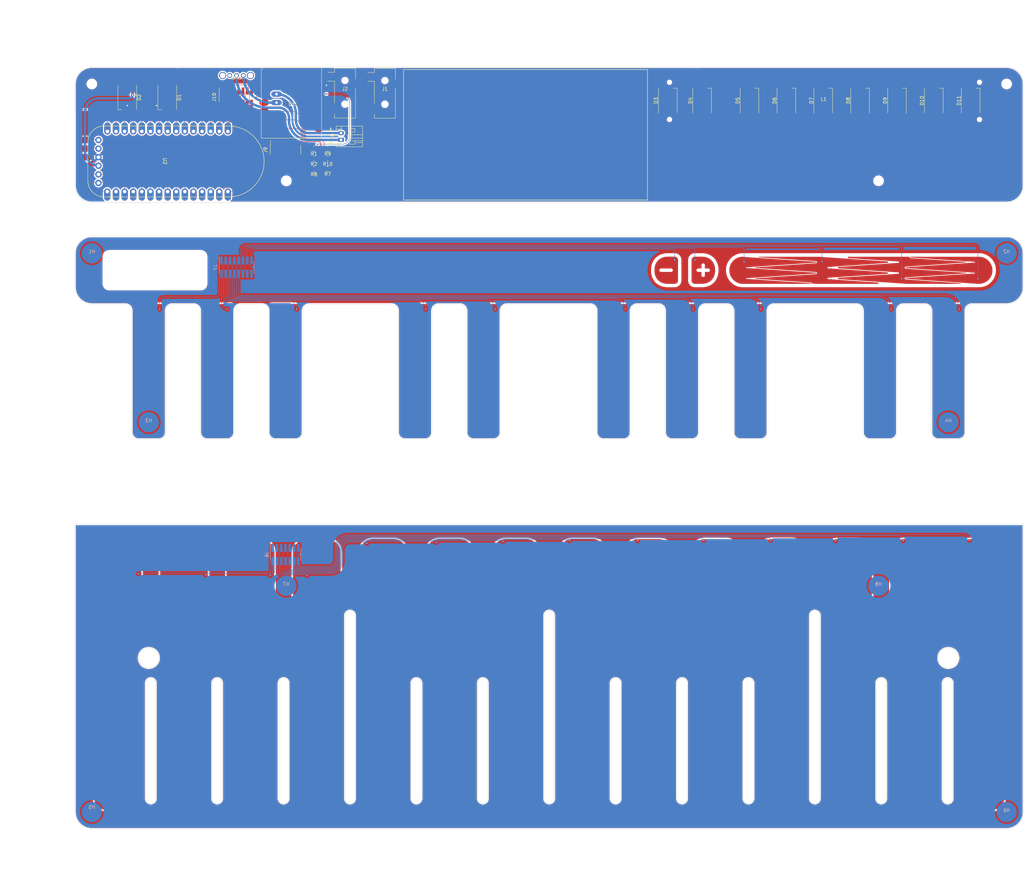
<source format=kicad_pcb>
(kicad_pcb (version 20221018) (generator pcbnew)
  (layers (0 "F.Cu" signal) (31 "B.Cu" signal) (34 "B.Paste" user) (35 "F.Paste" user) (36 "B.SilkS" user "B.Silkscreen") (37 "F.SilkS" user "F.Silkscreen") (38 "B.Mask" user) (39 "F.Mask" user) (44 "Edge.Cuts" user))
  (net 0 "")
  (net 1 "Source{slash}Mod")
  (net 2 "Sink{slash}CV")
  (net 3 "Gate")
  (net 4 "BattSense")
  (net 5 "Net-(D1-DOUT)")
  (net 6 "Net-(J1-PadT)")
  (net 7 "Net-(J1-PadR)")
  (net 10 "unconnected-(U2-EVT-Pad34)")
  (net 11 "unconnected-(U2-RST-Pad35)")
  (net 12 "Net-(D4-DOUT)")
  (net 13 "Net-(D5-DOUT)")
  (net 14 "Net-(D6-DOUT)")
  (net 15 "Button2 key")
  (net 16 "F1")
  (net 17 "F#1")
  (net 18 "G#1")
  (net 19 "A#1")
  (net 20 "C#2")
  (net 21 "D#2")
  (net 22 "F#2")
  (net 23 "G#2")
  (net 24 "A#2")
  (net 25 "C#3")
  (net 26 "D#3")
  (net 27 "G1")
  (net 28 "A1")
  (net 29 "B1")
  (net 30 "C2")
  (net 31 "D2")
  (net 32 "E2")
  (net 33 "F2")
  (net 34 "G2")
  (net 35 "A2")
  (net 36 "B2")
  (net 37 "C3")
  (net 38 "D3")
  (net 39 "E3")
  (net 40 "-BATT")
  (net 41 "+BATT")
  (net 42 "Strip1")
  (net 43 "Strip2")
  (net 44 "Strip3")
  (net 45 "F1 key")
  (net 46 "G1 key")
  (net 47 "A1 key")
  (net 48 "B1 key")
  (net 49 "C2 key")
  (net 50 "D2 key")
  (net 51 "E2 key")
  (net 52 "F2 key")
  (net 53 "G2 key")
  (net 54 "A2 key")
  (net 55 "B2 key")
  (net 56 "C3 key")
  (net 57 "D3 key")
  (net 58 "E3 key")
  (net 59 "F#1 key")
  (net 60 "G#1 key")
  (net 61 "A#1 key")
  (net 62 "C#2 key")
  (net 63 "D#2 key")
  (net 64 "F#2 key")
  (net 65 "G#2 key")
  (net 66 "A#2 key")
  (net 67 "C#3 key")
  (net 68 "D#3 key")
  (net 69 "Strip1 key")
  (net 70 "Strip2 key")
  (net 71 "Strip3 key")
  (net 72 "Button1 key")
  (net 73 "Button1")
  (net 74 "Button2")
  (net 75 "SDA")
  (net 76 "+3.3V")
  (net 77 "SCL")
  (net 78 "GND")
  (net 79 "+5V")
  (net 80 "Net-(D7-DOUT)")
  (net 83 "LED right")
  (net 84 "Net-(D8-DOUT)")
  (net 85 "Net-(D10-DIN)")
  (net 86 "LED left")
  (net 87 "BattSw")
  (net 88 "Net-(D3-DOUT)")
  (net 89 "Strip4 key")
  (net 90 "Strip4")
  (net 91 "Net-(D10-DOUT)")
  (footprint "Connector_Audio:Jack_3.5mm_CUI_SJ-3523-SMT_Horizontal" (layer "F.Cu") (at 151.5 161.5)
    (fp_text reference "J1")
    (fp_text value "AudioJack3")
  )
  (footprint "LED_SMD:LED_SK6812_PLCC4_5.0x5.0mm_P3.2mm" (layer "F.Cu") (at 259.099 164.9 90)
    (fp_text reference "D5")
    (fp_text value "SK6812")
  )
  (footprint "PCM_kikit:Board" (layer "F.Cu") (at 65.375 290)
    (fp_text reference "B3")
    (fp_text value "Board")
  )
  (footprint "LED_SMD:LED_SK6812_PLCC4_5.0x5.0mm_P3.2mm" (layer "F.Cu") (at 291.749998 164.9 90)
    (fp_text reference "D8")
    (fp_text value "SK6812")
  )
  (footprint "Pale Slim Ghost:TrillCraft" (layer "F.Cu") (at 87.276 182.89 -90)
    (fp_text reference "U2")
    (fp_text value "~")
  )
  (footprint "LED_SMD:LED_SK6812_PLCC4_5.0x5.0mm_P3.2mm" (layer "F.Cu") (at 87.25 163.957 -90)
    (fp_text reference "D1")
    (fp_text value "SK6812")
  )
  (footprint "MountingHole:MountingHole_2.7mm_M2.5" (layer "F.Cu") (at 297.2 188.6)
    (fp_text reference "H12" hide)
    (fp_text value "MountingHole")
  )
  (footprint "PCM_kikit:Board" (layer "F.Cu") (at 64.5 155)
    (fp_text reference "B1")
    (fp_text value "Board")
  )
  (footprint "Resistor_SMD:R_0805_2012Metric_Pad1.20x1.40mm_HandSolder" (layer "F.Cu") (at 130.556 182.02)
    (fp_text reference "R2")
    (fp_text value "3k3")
  )
  (footprint "MountingHole:MountingHole_2.7mm_M2.5" (layer "F.Cu") (at 335 160)
    (fp_text reference "H10" hide)
    (fp_text value "MountingHole")
  )
  (footprint "LED_SMD:LED_SK6812_PLCC4_5.0x5.0mm_P3.2mm" (layer "F.Cu") (at 235 164.9 90)
    (fp_text reference "D3")
    (fp_text value "SK6812")
  )
  (footprint "LED_SMD:LED_SK6812_PLCC4_5.0x5.0mm_P3.2mm" (layer "F.Cu") (at 313.5 164.9 90)
    (fp_text reference "D10")
    (fp_text value "SK6812")
  )
  (footprint "Pale Slim Ghost:Zebras lightguide" (layer "F.Cu") (at 281 165)
    (fp_text reference "L1")
    (fp_text value "LED_Lightpipe")
  )
  (footprint "LED_SMD:LED_SK6812_PLCC4_5.0x5.0mm_P3.2mm" (layer "F.Cu") (at 280.866332 164.9 90)
    (fp_text reference "D7")
    (fp_text value "SK6812")
  )
  (footprint "Pale Slim Ghost:EG1247" (layer "F.Cu") (at 107.7 157.5 180)
    (fp_text reference "SW3")
    (fp_text value "SW_SPST")
  )
  (footprint "PCM_kikit:Board" (layer "F.Cu") (at 64.5 205)
    (fp_text reference "B2")
    (fp_text value "Board")
  )
  (footprint "MountingHole:MountingHole_2.7mm_M2.5" (layer "F.Cu") (at 122.4 188.6)
    (fp_text reference "H11" hide)
    (fp_text value "MountingHole")
  )
  (footprint "Resistor_SMD:R_0805_2012Metric_Pad1.20x1.40mm_HandSolder" (layer "F.Cu") (at 134.62 182.02 180)
    (fp_text reference "R10")
    (fp_text value "47r")
  )
  (footprint "Resistor_SMD:R_0805_2012Metric_Pad1.20x1.40mm_HandSolder" (layer "F.Cu") (at 130.556 179.07)
    (fp_text reference "R1")
    (fp_text value "3k3")
  )
  (footprint "Resistor_SMD:R_0805_2012Metric_Pad1.20x1.40mm_HandSolder" (layer "F.Cu") (at 134.604 185.166)
    (fp_text reference "R7")
    (fp_text value "10k")
  )
  (footprint "LED_SMD:LED_SK6812_PLCC4_5.0x5.0mm_P3.2mm" (layer "F.Cu") (at 269.982666 164.9 90)
    (fp_text reference "D6")
    (fp_text value "SK6812")
  )
  (footprint "Connector_PinSocket_1.27mm:PinSocket_2x08_P1.27mm_Vertical_SMD" (layer "F.Cu") (at 107.7 163.9 90)
    (fp_text reference "J10")
    (fp_text value "Conn_01x16")
  )
  (footprint "LED_SMD:LED_SK6812_PLCC4_5.0x5.0mm_P3.2mm" (layer "F.Cu") (at 245.1 164.9 90)
    (fp_text reference "D4")
    (fp_text value "SK6812")
  )
  (footprint "LED_SMD:LED_SK6812_PLCC4_5.0x5.0mm_P3.2mm" (layer "F.Cu") (at 75.45 163.957 -90)
    (fp_text reference "D2")
    (fp_text value "SK6812")
  )
  (footprint "Resistor_SMD:R_0805_2012Metric_Pad1.20x1.40mm_HandSolder" (layer "F.Cu") (at 134.62 179.07 180)
    (fp_text reference "R9")
    (fp_text value "47r")
  )
  (footprint "LED_SMD:LED_SK6812_PLCC4_5.0x5.0mm_P3.2mm" (layer "F.Cu") (at 324.4 164.9 90)
    (fp_text reference "D11")
    (fp_text value "SK6812")
  )
  (footprint "Pale Slim Ghost:SeeedXIAOBattery" (layer "F.Cu") (at 115 176)
    (fp_text reference "U1")
    (fp_text value "~")
  )
  (footprint "LED_SMD:LED_SK6812_PLCC4_5.0x5.0mm_P3.2mm" (layer "F.Cu") (at 302.633664 164.9 90)
    (fp_text reference "D9")
    (fp_text value "SK6812")
  )
  (footprint "Connector_PinSocket_1.27mm:PinSocket_2x07_P1.27mm_Vertical_SMD" (layer "F.Cu") (at 122.174 179.451 90)
    (fp_text reference "J9")
    (fp_text value "Conn_01x14")
  )
  (footprint "Connector_JST:JST_PH_S2B-PH-K_1x02_P2.00mm_Horizontal" (layer "F.Cu") (at 138.55 176.5 90)
    (fp_text reference "J8")
    (fp_text value "Conn_01x02")
  )
  (footprint "Connector_Audio:Jack_3.5mm_CUI_SJ-3523-SMT_Horizontal" (layer "F.Cu") (at 139.717 161.459)
    (fp_text reference "J2")
    (fp_text value "AudioJack3")
  )
  (footprint "MountingHole:MountingHole_2.7mm_M2.5" (layer "F.Cu") (at 65 160)
    (fp_text reference "H9" hide)
    (fp_text value "MountingHole")
  )
  (footprint "Resistor_SMD:R_0805_2012Metric_Pad1.20x1.40mm_HandSolder" (layer "F.Cu") (at 130.556 185.166)
    (fp_text reference "R8")
    (fp_text value "10k")
  )
  (footprint "clipboard:ad330677-fede-4676-ab08-023e6ff7073f" (layer "F.Cu") (at 88.757783 211.535399)
    (fp_text reference "")
    (fp_text value "")
  )
  (footprint "Connector_PinHeader_1.27mm:PinHeader_2x07_P1.27mm_Vertical_SMD" (layer "B.Cu") (at 122.174 298.958 -90)
    (fp_text reference "J6")
    (fp_text value "Conn_01x14")
  )
  (footprint "Pale Slim Ghost:M2.5 Standoff 6mm" (layer "B.Cu") (at 81.8 259.9 180)
    (fp_text reference "H3")
    (fp_text value "MountingHole")
  )
  (footprint "Pale Slim Ghost:M2.5 Standoff 6mm" (layer "B.Cu") (at 65 210 180)
    (fp_text reference "H1")
    (fp_text value "MountingHole")
  )
  (footprint "Connector_PinHeader_1.27mm:PinHeader_2x08_P1.27mm_Vertical_SMD" (layer "B.Cu") (at 107.7 214.1 -90)
    (fp_text reference "J7")
    (fp_text value "Conn_01x16")
  )
  (footprint "Pale Slim Ghost:M2.5 Standoff 6mm" (layer "B.Cu") (at 65 374.031428 180)
    (fp_text reference "H5")
    (fp_text value "MountingHole")
  )
  (footprint "Pale Slim Ghost:M2.5 Standoff 4mm" (layer "B.Cu") (at 122.4 308.2 180)
    (fp_text reference "H7")
    (fp_text value "MountingHole")
  )
  (footprint "Pale Slim Ghost:M2.5 Standoff 6mm" (layer "B.Cu") (at 335 210 180)
    (fp_text reference "H2")
    (fp_text value "MountingHole")
  )
  (footprint "Pale Slim Ghost:M2.5 Standoff 4mm" (layer "B.Cu") (at 297.2 308.2 180)
    (fp_text reference "H8")
    (fp_text value "MountingHole")
  )
  (footprint "Pale Slim Ghost:M2.5 Standoff 6mm" (layer "B.Cu") (at 317.8 259.9 180)
    (fp_text reference "H4")
    (fp_text value "MountingHole")
  )
  (footprint "Pale Slim Ghost:M2.5 Standoff 6mm" (layer "B.Cu") (at 335 375 180)
    (fp_text reference "H6")
    (fp_text value "MountingHole")
  )
  (gr_line (start 135.5 173) (end 135.5 174) (stroke (width 0.3)) (layer "F.SilkS"))
  (gr_line (start 135 177.5) (end 136 177.5) (stroke (width 0.3)) (layer "F.SilkS"))
  (gr_rect (start 157 155.75) (end 229 194.25) (stroke (width 0.15)) (fill none) (layer "F.SilkS"))
  (gr_line (start 135.5 177) (end 135.5 178) (stroke (width 0.3)) (layer "F.SilkS"))
  (gr_arc (start 139.7 317) (mid 141.2 315.5) (end 142.7 317) (stroke (width 0.1)) (layer "Edge.Cuts"))
  (gr_line (start 320.8 264.9) (end 314.8 264.9) (stroke (width 0.1)) (layer "Edge.Cuts"))
  (gr_line (start 312.8 262.9) (end 312.8 227) (stroke (width 0.1)) (layer "Edge.Cuts"))
  (gr_arc (start 237.7 336.931428) (mid 239.2 335.431428) (end 240.7 336.931428) (stroke (width 0.1)) (layer "Edge.Cuts"))
  (gr_arc (start 181.9 371) (mid 180.4 372.5) (end 178.9 371) (stroke (width 0.1)) (layer "Edge.Cuts"))
  (gr_line (start 340 290) (end 340 375) (stroke (width 0.1)) (layer "Edge.Cuts"))
  (gr_arc (start 83.9 371) (mid 82.4 372.5) (end 80.9 371) (stroke (width 0.1)) (layer "Edge.Cuts"))
  (gr_line (start 65 205) (end 335 205) (stroke (width 0.1)) (layer "Edge.Cuts"))
  (gr_line (start 335 195) (end 65 195) (stroke (width 0.1)) (layer "Edge.Cuts"))
  (gr_line (start 296.5 371) (end 296.5 336.931428) (stroke (width 0.1)) (layer "Edge.Cuts"))
  (gr_line (start 224 227) (end 224 262.9) (stroke (width 0.1)) (layer "Edge.Cuts"))
  (gr_arc (start 177.6 264.9) (mid 176.185786 264.314214) (end 175.6 262.9) (stroke (width 0.1)) (layer "Edge.Cuts"))
  (gr_arc (start 302.6 227) (mid 303.185786 225.585786) (end 304.6 225) (stroke (width 0.1)) (layer "Edge.Cuts"))
  (gr_arc (start 257.3 336.931428) (mid 258.8 335.431428) (end 260.3 336.931428) (stroke (width 0.1)) (layer "Edge.Cuts"))
  (gr_line (start 322.8 227) (end 322.8 262.9) (stroke (width 0.1)) (layer "Edge.Cuts"))
  (gr_arc (start 95 225) (mid 96.414214 225.585786) (end 97 227) (stroke (width 0.1)) (layer "Edge.Cuts"))
  (gr_line (start 173.6 225) (end 167.4 225) (stroke (width 0.1)) (layer "Edge.Cuts"))
  (gr_arc (start 153.4 225) (mid 154.814214 225.585786) (end 155.4 227) (stroke (width 0.1)) (layer "Edge.Cuts"))
  (gr_line (start 183.6 264.9) (end 177.6 264.9) (stroke (width 0.1)) (layer "Edge.Cuts"))
  (gr_arc (start 165.4 262.9) (mid 164.814214 264.314214) (end 163.4 264.9) (stroke (width 0.1)) (layer "Edge.Cuts"))
  (gr_arc (start 127.2 227) (mid 127.785786 225.585786) (end 129.2 225) (stroke (width 0.1)) (layer "Edge.Cuts"))
  (gr_arc (start 60 210) (mid 61.464466 206.464466) (end 65 205) (stroke (width 0.1)) (layer "Edge.Cuts"))
  (gr_line (start 232.2 225) (end 226 225) (stroke (width 0.1)) (layer "Edge.Cuts"))
  (gr_line (start 120.1 371) (end 120.1 336.931428) (stroke (width 0.1)) (layer "Edge.Cuts"))
  (gr_arc (start 162.3 371) (mid 160.8 372.5) (end 159.3 371) (stroke (width 0.1)) (layer "Edge.Cuts"))
  (gr_arc (start 86.8 227) (mid 87.385786 225.585786) (end 88.8 225) (stroke (width 0.1)) (layer "Edge.Cuts"))
  (gr_arc (start 322.8 227) (mid 323.385786 225.585786) (end 324.8 225) (stroke (width 0.1)) (layer "Edge.Cuts"))
  (gr_arc (start 244.2 227) (mid 244.785786 225.585786) (end 246.2 225) (stroke (width 0.1)) (layer "Edge.Cuts"))
  (gr_arc (start 218.1 336.931428) (mid 219.6 335.431428) (end 221.1 336.931428) (stroke (width 0.1)) (layer "Edge.Cuts"))
  (gr_arc (start 165.4 227) (mid 165.985786 225.585786) (end 167.4 225) (stroke (width 0.1)) (layer "Edge.Cuts"))
  (gr_line (start 201.5 317) (end 201.5 371) (stroke (width 0.1)) (layer "Edge.Cuts"))
  (gr_line (start 123.1 336.931428) (end 123.1 371) (stroke (width 0.1)) (layer "Edge.Cuts"))
  (gr_arc (start 157.4 264.9) (mid 155.985786 264.314214) (end 155.4 262.9) (stroke (width 0.1)) (layer "Edge.Cuts"))
  (gr_line (start 97 262.9) (end 97 227) (stroke (width 0.1)) (layer "Edge.Cuts"))
  (gr_line (start 80.9 371) (end 80.9 336.931428) (stroke (width 0.1)) (layer "Edge.Cuts"))
  (gr_circle (center 317.8 329.5) (end 320.8 329.5) (stroke (width 0.1)) (fill none) (layer "Edge.Cuts"))
  (gr_arc (start 65 195) (mid 61.464466 193.535534) (end 60 190) (stroke (width 0.1)) (layer "Edge.Cuts"))
  (gr_line (start 340 210) (end 340 220) (stroke (width 0.1)) (layer "Edge.Cuts"))
  (gr_line (start 262.4 264.9) (end 256.4 264.9) (stroke (width 0.1)) (layer "Edge.Cuts"))
  (gr_line (start 60 190) (end 60 160) (stroke (width 0.1)) (layer "Edge.Cuts"))
  (gr_line (start 335 380) (end 65 380) (stroke (width 0.1)) (layer "Edge.Cuts"))
  (gr_line (start 83.9 336.931428) (end 83.9 371) (stroke (width 0.1)) (layer "Edge.Cuts"))
  (gr_line (start 107 227) (end 107 262.9) (stroke (width 0.1)) (layer "Edge.Cuts"))
  (gr_line (start 316.1 371) (end 316.1 336.931428) (stroke (width 0.1)) (layer "Edge.Cuts"))
  (gr_arc (start 178.9 336.931428) (mid 180.4 335.431428) (end 181.9 336.931428) (stroke (width 0.1)) (layer "Edge.Cuts"))
  (gr_line (start 222 264.9) (end 216 264.9) (stroke (width 0.1)) (layer "Edge.Cuts"))
  (gr_line (start 299.5 336.931428) (end 299.5 371) (stroke (width 0.1)) (layer "Edge.Cuts"))
  (gr_arc (start 260.3 371) (mid 258.8 372.5) (end 257.3 371) (stroke (width 0.1)) (layer "Edge.Cuts"))
  (gr_line (start 155.4 262.9) (end 155.4 227) (stroke (width 0.1)) (layer "Edge.Cuts"))
  (gr_arc (start 115.2 225) (mid 116.614214 225.585786) (end 117.2 227) (stroke (width 0.1)) (layer "Edge.Cuts"))
  (gr_line (start 335 225) (end 324.8 225) (stroke (width 0.1)) (layer "Edge.Cuts"))
  (gr_arc (start 216 264.9) (mid 214.585786 264.314214) (end 214 262.9) (stroke (width 0.1)) (layer "Edge.Cuts"))
  (gr_line (start 257.3 371) (end 257.3 336.931428) (stroke (width 0.1)) (layer "Edge.Cuts"))
  (gr_arc (start 60 160) (mid 61.464466 156.464466) (end 65 155) (stroke (width 0.1)) (layer "Edge.Cuts"))
  (gr_line (start 65 155) (end 335 155) (stroke (width 0.1)) (layer "Edge.Cuts"))
  (gr_arc (start 123.1 371) (mid 121.6 372.5) (end 120.1 371) (stroke (width 0.1)) (layer "Edge.Cuts"))
  (gr_arc (start 244.2 262.9) (mid 243.614214 264.314214) (end 242.2 264.9) (stroke (width 0.1)) (layer "Edge.Cuts"))
  (gr_arc (start 185.6 262.9) (mid 185.014214 264.314214) (end 183.6 264.9) (stroke (width 0.1)) (layer "Edge.Cuts"))
  (gr_arc (start 319.1 371) (mid 317.6 372.5) (end 316.1 371) (stroke (width 0.1)) (layer "Edge.Cuts"))
  (gr_arc (start 224 262.9) (mid 223.414214 264.314214) (end 222 264.9) (stroke (width 0.1)) (layer "Edge.Cuts"))
  (gr_arc (start 294.6 264.9) (mid 293.185786 264.314214) (end 292.6 262.9) (stroke (width 0.1)) (layer "Edge.Cuts"))
  (gr_line (start 185.6 227) (end 185.6 262.9) (stroke (width 0.1)) (layer "Edge.Cuts"))
  (gr_arc (start 290.6 225) (mid 292.014214 225.585786) (end 292.6 227) (stroke (width 0.1)) (layer "Edge.Cuts"))
  (gr_line (start 279.9 317) (end 279.9 371) (stroke (width 0.1)) (layer "Edge.Cuts"))
  (gr_arc (start 103.5 371) (mid 102 372.5) (end 100.5 371) (stroke (width 0.1)) (layer "Edge.Cuts"))
  (gr_line (start 76.8 262.9) (end 76.8 227) (stroke (width 0.1)) (layer "Edge.Cuts"))
  (gr_arc (start 120.1 336.931428) (mid 121.6 335.431428) (end 123.1 336.931428) (stroke (width 0.1)) (layer "Edge.Cuts"))
  (gr_line (start 218.1 371) (end 218.1 336.931428) (stroke (width 0.1)) (layer "Edge.Cuts"))
  (gr_line (start 162.3 336.931428) (end 162.3 371) (stroke (width 0.1)) (layer "Edge.Cuts"))
  (gr_arc (start 296.5 336.931428) (mid 298 335.431428) (end 299.5 336.931428) (stroke (width 0.1)) (layer "Edge.Cuts"))
  (gr_arc (start 78.8 264.9) (mid 77.385786 264.314214) (end 76.8 262.9) (stroke (width 0.1)) (layer "Edge.Cuts"))
  (gr_line (start 153.4 225) (end 129.2 225) (stroke (width 0.1)) (layer "Edge.Cuts"))
  (gr_line (start 103.5 336.931428) (end 103.5 371) (stroke (width 0.1)) (layer "Edge.Cuts"))
  (gr_arc (start 299.5 371) (mid 298 372.5) (end 296.5 371) (stroke (width 0.1)) (layer "Edge.Cuts"))
  (gr_arc (start 65 380) (mid 61.464466 378.535534) (end 60 375) (stroke (width 0.1)) (layer "Edge.Cuts"))
  (gr_line (start 60 290) (end 340 290) (stroke (width 0.1)) (layer "Edge.Cuts"))
  (gr_line (start 86.8 227) (end 86.8 262.9) (stroke (width 0.1)) (layer "Edge.Cuts"))
  (gr_line (start 276.9 371) (end 276.9 317) (stroke (width 0.1)) (layer "Edge.Cuts"))
  (gr_line (start 139.7 371) (end 139.7 317) (stroke (width 0.1)) (layer "Edge.Cuts"))
  (gr_arc (start 127.2 262.9) (mid 126.614214 264.314214) (end 125.2 264.9) (stroke (width 0.1)) (layer "Edge.Cuts"))
  (gr_arc (start 221.1 371) (mid 219.6 372.5) (end 218.1 371) (stroke (width 0.1)) (layer "Edge.Cuts"))
  (gr_line (start 175.6 262.9) (end 175.6 227) (stroke (width 0.1)) (layer "Edge.Cuts"))
  (gr_arc (start 80.9 336.931428) (mid 82.4 335.431428) (end 83.9 336.931428) (stroke (width 0.1)) (layer "Edge.Cuts"))
  (gr_arc (start 256.4 264.9) (mid 254.985786 264.314214) (end 254.4 262.9) (stroke (width 0.1)) (layer "Edge.Cuts"))
  (gr_arc (start 316.1 336.931428) (mid 317.6 335.431428) (end 319.1 336.931428) (stroke (width 0.1)) (layer "Edge.Cuts"))
  (gr_arc (start 173.6 225) (mid 175.014214 225.585786) (end 175.6 227) (stroke (width 0.1)) (layer "Edge.Cuts"))
  (gr_arc (start 99 264.9) (mid 97.585786 264.314214) (end 97 262.9) (stroke (width 0.1)) (layer "Edge.Cuts"))
  (gr_arc (start 185.6 227) (mid 186.185786 225.585786) (end 187.6 225) (stroke (width 0.1)) (layer "Edge.Cuts"))
  (gr_line (start 142.7 317) (end 142.7 371) (stroke (width 0.1)) (layer "Edge.Cuts"))
  (gr_line (start 290.6 225) (end 266.4 225) (stroke (width 0.1)) (layer "Edge.Cuts"))
  (gr_line (start 252.4 225) (end 246.2 225) (stroke (width 0.1)) (layer "Edge.Cuts"))
  (gr_line (start 240.7 336.931428) (end 240.7 371) (stroke (width 0.1)) (layer "Edge.Cuts"))
  (gr_arc (start 107 227) (mid 107.585786 225.585786) (end 109 225) (stroke (width 0.1)) (layer "Edge.Cuts"))
  (gr_arc (start 142.7 371) (mid 141.2 372.5) (end 139.7 371) (stroke (width 0.1)) (layer "Edge.Cuts"))
  (gr_line (start 127.2 227) (end 127.2 262.9) (stroke (width 0.1)) (layer "Edge.Cuts"))
  (gr_line (start 260.3 336.931428) (end 260.3 371) (stroke (width 0.1)) (layer "Edge.Cuts"))
  (gr_arc (start 240.7 371) (mid 239.2 372.5) (end 237.7 371) (stroke (width 0.1)) (layer "Edge.Cuts"))
  (gr_line (start 95 225) (end 88.8 225) (stroke (width 0.1)) (layer "Edge.Cuts"))
  (gr_line (start 340 160) (end 340 190) (stroke (width 0.1)) (layer "Edge.Cuts"))
  (gr_line (start 100.5 371) (end 100.5 336.931428) (stroke (width 0.1)) (layer "Edge.Cuts"))
  (gr_arc (start 107 262.9) (mid 106.414214 264.314214) (end 105 264.9) (stroke (width 0.1)) (layer "Edge.Cuts"))
  (gr_arc (start 279.9 371) (mid 278.4 372.5) (end 276.9 371) (stroke (width 0.1)) (layer "Edge.Cuts"))
  (gr_line (start 237.7 371) (end 237.7 336.931428) (stroke (width 0.1)) (layer "Edge.Cuts"))
  (gr_arc (start 100.5 336.931428) (mid 102 335.431428) (end 103.5 336.931428) (stroke (width 0.1)) (layer "Edge.Cuts"))
  (gr_line (start 310.8 225) (end 304.6 225) (stroke (width 0.1)) (layer "Edge.Cuts"))
  (gr_line (start 115.2 225) (end 109 225) (stroke (width 0.1)) (layer "Edge.Cuts"))
  (gr_arc (start 340 375) (mid 338.535534 378.535534) (end 335 380) (stroke (width 0.1)) (layer "Edge.Cuts"))
  (gr_line (start 302.6 227) (end 302.6 262.9) (stroke (width 0.1)) (layer "Edge.Cuts"))
  (gr_arc (start 252.4 225) (mid 253.814214 225.585786) (end 254.4 227) (stroke (width 0.1)) (layer "Edge.Cuts"))
  (gr_line (start 159.3 371) (end 159.3 336.931428) (stroke (width 0.1)) (layer "Edge.Cuts"))
  (gr_arc (start 119.2 264.9) (mid 117.785786 264.314214) (end 117.2 262.9) (stroke (width 0.1)) (layer "Edge.Cuts"))
  (gr_arc (start 212 225) (mid 213.414214 225.585786) (end 214 227) (stroke (width 0.1)) (layer "Edge.Cuts"))
  (gr_line (start 125.2 264.9) (end 119.2 264.9) (stroke (width 0.1)) (layer "Edge.Cuts"))
  (gr_circle (center 81.8 329.5) (end 84.8 329.5) (stroke (width 0.1)) (fill none) (layer "Edge.Cuts"))
  (gr_line (start 105 264.9) (end 99 264.9) (stroke (width 0.1)) (layer "Edge.Cuts"))
  (gr_line (start 234.2 262.9) (end 234.2 227) (stroke (width 0.1)) (layer "Edge.Cuts"))
  (gr_arc (start 276.9 317) (mid 278.4 315.5) (end 279.9 317) (stroke (width 0.1)) (layer "Edge.Cuts"))
  (gr_line (start 163.4 264.9) (end 157.4 264.9) (stroke (width 0.1)) (layer "Edge.Cuts"))
  (gr_arc (start 335 205) (mid 338.535534 206.464466) (end 340 210) (stroke (width 0.1)) (layer "Edge.Cuts"))
  (gr_line (start 165.4 227) (end 165.4 262.9) (stroke (width 0.1)) (layer "Edge.Cuts"))
  (gr_line (start 254.4 262.9) (end 254.4 227) (stroke (width 0.1)) (layer "Edge.Cuts"))
  (gr_arc (start 198.5 317) (mid 200 315.5) (end 201.5 317) (stroke (width 0.1)) (layer "Edge.Cuts"))
  (gr_line (start 84.8 264.9) (end 78.8 264.9) (stroke (width 0.1)) (layer "Edge.Cuts"))
  (gr_line (start 264.4 227) (end 264.4 262.9) (stroke (width 0.1)) (layer "Edge.Cuts"))
  (gr_arc (start 159.3 336.931428) (mid 160.8 335.431428) (end 162.3 336.931428) (stroke (width 0.1)) (layer "Edge.Cuts"))
  (gr_arc (start 74.8 225) (mid 76.214214 225.585786) (end 76.8 227) (stroke (width 0.1)) (layer "Edge.Cuts"))
  (gr_line (start 214 262.9) (end 214 227) (stroke (width 0.1)) (layer "Edge.Cuts"))
  (gr_line (start 198.5 371) (end 198.5 317) (stroke (width 0.1)) (layer "Edge.Cuts"))
  (gr_line (start 178.9 371) (end 178.9 336.931428) (stroke (width 0.1)) (layer "Edge.Cuts"))
  (gr_line (start 300.6 264.9) (end 294.6 264.9) (stroke (width 0.1)) (layer "Edge.Cuts"))
  (gr_line (start 212 225) (end 187.6 225) (stroke (width 0.1)) (layer "Edge.Cuts"))
  (gr_line (start 74.8 225) (end 65 225) (stroke (width 0.1)) (layer "Edge.Cuts"))
  (gr_line (start 60 220) (end 60 210) (stroke (width 0.1)) (layer "Edge.Cuts"))
  (gr_arc (start 65 225) (mid 61.464466 223.535534) (end 60 220) (stroke (width 0.1)) (layer "Edge.Cuts"))
  (gr_line (start 60 375) (end 60 290) (stroke (width 0.1)) (layer "Edge.Cuts"))
  (gr_arc (start 264.4 262.9) (mid 263.814214 264.314214) (end 262.4 264.9) (stroke (width 0.1)) (layer "Edge.Cuts"))
  (gr_arc (start 322.8 262.9) (mid 322.214214 264.314214) (end 320.8 264.9) (stroke (width 0.1)) (layer "Edge.Cuts"))
  (gr_arc (start 201.5 371) (mid 200 372.5) (end 198.5 371) (stroke (width 0.1)) (layer "Edge.Cuts"))
  (gr_arc (start 340 190) (mid 338.535534 193.535534) (end 335 195) (stroke (width 0.1)) (layer "Edge.Cuts"))
  (gr_arc (start 340 220) (mid 338.535534 223.535534) (end 335 225) (stroke (width 0.1)) (layer "Edge.Cuts"))
  (gr_arc (start 236.2 264.9) (mid 234.785786 264.314214) (end 234.2 262.9) (stroke (width 0.1)) (layer "Edge.Cuts"))
  (gr_arc (start 302.6 262.9) (mid 302.014214 264.314214) (end 300.6 264.9) (stroke (width 0.1)) (layer "Edge.Cuts"))
  (gr_arc (start 314.8 264.9) (mid 313.385786 264.314214) (end 312.8 262.9) (stroke (width 0.1)) (layer "Edge.Cuts"))
  (gr_line (start 221.1 336.931428) (end 221.1 371) (stroke (width 0.1)) (layer "Edge.Cuts"))
  (gr_arc (start 224 227) (mid 224.585786 225.585786) (end 226 225) (stroke (width 0.1)) (layer "Edge.Cuts"))
  (gr_arc (start 232.2 225) (mid 233.614214 225.585786) (end 234.2 227) (stroke (width 0.1)) (layer "Edge.Cuts"))
  (gr_arc (start 264.4 227) (mid 264.985786 225.585786) (end 266.4 225) (stroke (width 0.1)) (layer "Edge.Cuts"))
  (gr_arc (start 86.8 262.9) (mid 86.214214 264.314214) (end 84.8 264.9) (stroke (width 0.1)) (layer "Edge.Cuts"))
  (gr_line (start 244.2 227) (end 244.2 262.9) (stroke (width 0.1)) (layer "Edge.Cuts"))
  (gr_line (start 117.2 262.9) (end 117.2 227) (stroke (width 0.1)) (layer "Edge.Cuts"))
  (gr_line (start 242.2 264.9) (end 236.2 264.9) (stroke (width 0.1)) (layer "Edge.Cuts"))
  (gr_arc (start 335 155) (mid 338.535534 156.464466) (end 340 160) (stroke (width 0.1)) (layer "Edge.Cuts"))
  (gr_line (start 292.6 262.9) (end 292.6 227) (stroke (width 0.1)) (layer "Edge.Cuts"))
  (gr_line (start 181.9 336.931428) (end 181.9 371) (stroke (width 0.1)) (layer "Edge.Cuts"))
  (gr_arc (start 310.8 225) (mid 312.214214 225.585786) (end 312.8 227) (stroke (width 0.1)) (layer "Edge.Cuts"))
  (gr_line (start 319.1 336.931428) (end 319.1 371) (stroke (width 0.1)) (layer "Edge.Cuts"))
  (segment (start 128.303643 176.784) (end 131.710505 176.784) (width 0.127) (layer "F.Cu") (net 1))
  (segment (start 132.715 177.788495) (end 132.715 181.229) (width 0.127) (layer "F.Cu") (net 1))
  (segment (start 127.762 163.83) (end 127.762 176.242357) (width 0.127) (layer "F.Cu") (net 1))
  (segment (start 133.506 182.02) (end 133.62 182.02) (width 0.127) (layer "F.Cu") (net 1))
  (segment (start 117.124 161.671) (end 125.603 161.671) (width 0.127) (layer "F.Cu") (net 1))
  (arc (start 131.710505 176.784) (mid 132.42079 177.07821) (end 132.715 177.788495) (width 0.127) (layer "F.Cu") (net 1))
  (arc (start 115.835 162.96) (mid 116.212539 162.048539) (end 117.124 161.671) (width 0.127) (layer "F.Cu") (net 1))
  (arc (start 127.762 176.242357) (mid 127.920644 176.625356) (end 128.303643 176.784) (width 0.127) (layer "F.Cu") (net 1))
  (arc (start 125.603 161.671) (mid 127.129644 162.303356) (end 127.762 163.83) (width 0.127) (layer "F.Cu") (net 1))
  (arc (start 132.715 181.229) (mid 132.946679 181.788321) (end 133.506 182.02) (width 0.127) (layer "F.Cu") (net 1))
  (segment (start 128.016 174.244) (end 128.016 162.804596) (width 0.127) (layer "F.Cu") (net 2))
  (segment (start 128.023047 176.128094) (end 128.023047 174.251047) (width 0.127) (layer "F.Cu") (net 2))
  (segment (start 133.604 177.673) (end 133.604 179.054) (width 0.127) (layer "F.Cu") (net 2))
  (segment (start 132.461 176.53) (end 128.424953 176.53) (width 0.127) (layer "F.Cu") (net 2))
  (segment (start 125.476 160.42) (end 115.835 160.42) (width 0.127) (layer "F.Cu") (net 2))
  (segment (start 128.023047 174.251047) (end 128.016 174.244) (width 0.127) (layer "F.Cu") (net 2))
  (segment (start 125.633987 160.422583) (end 125.476 160.42) (width 0.127) (layer "F.Cu") (net 2))
  (arc (start 133.604 179.054) (mid 133.608686 179.065314) (end 133.62 179.07) (width 0.127) (layer "F.Cu") (net 2))
  (arc (start 128.424953 176.53) (mid 128.140763 176.412284) (end 128.023047 176.128094) (width 0.127) (layer "F.Cu") (net 2))
  (arc (start 128.016 162.804596) (mid 127.318325 161.120258) (end 125.633987 160.422583) (width 0.127) (layer "F.Cu") (net 2))
  (arc (start 133.604 177.673) (mid 133.269223 176.864777) (end 132.461 176.53) (width 0.127) (layer "F.Cu") (net 2))
  (segment (start 135.509 166.751) (end 129.638621 166.751) (width 0.127) (layer "F.Cu") (net 3))
  (segment (start 128.27 159.639) (end 128.27 161.3) (width 0.127) (layer "F.Cu") (net 3))
  (segment (start 115.854 157.861) (end 126.492 157.861) (width 0.127) (layer "F.Cu") (net 3))
  (segment (start 128.27 165.382379) (end 128.27 161.3) (width 0.127) (layer "F.Cu") (net 3))
  (arc (start 129.638621 166.751) (mid 128.67086 166.35014) (end 128.27 165.382379) (width 0.127) (layer "F.Cu") (net 3))
  (arc (start 115.835 157.88) (mid 115.840565 157.866565) (end 115.854 157.861) (width 0.127) (layer "F.Cu") (net 3))
  (arc (start 136.017 167.259) (mid 135.86821 166.89979) (end 135.509 166.751) (width 0.127) (layer "F.Cu") (net 3))
  (arc (start 126.492 157.861) (mid 127.749236 158.381764) (end 128.27 159.639) (width 0.127) (layer "F.Cu") (net 3))
  (segment (start 128.397 178.236456) (end 128.397 182.283961) (width 0.127) (layer "F.Cu") (net 4))
  (segment (start 126.746 174.752) (end 126.746 176.585497) (width 0.127) (layer "F.Cu") (net 4))
  (segment (start 131.556 184.388) (end 131.556 185.166) (width 0.127) (layer "F.Cu") (net 4))
  (segment (start 115.835 173.12) (end 125.114 173.12) (width 0.127) (layer "F.Cu") (net 4))
  (segment (start 129.755039 183.642) (end 130.81 183.642) (width 0.127) (layer "F.Cu") (net 4))
  (segment (start 131.556 185.166) (end 133.604 185.166) (width 0.127) (layer "F.Cu") (net 4))
  (arc (start 126.746 176.585497) (mid 127.101733 177.444296) (end 127.960541 177.800006) (width 0.127) (layer "F.Cu") (net 4))
  (arc (start 130.81 183.642) (mid 131.337502 183.860498) (end 131.556 184.388) (width 0.127) (layer "F.Cu") (net 4))
  (arc (start 125.114 173.12) (mid 126.267998 173.598002) (end 126.746 174.752) (width 0.127) (layer "F.Cu") (net 4))
  (arc (start 128.397 182.283961) (mid 128.79476 183.24424) (end 129.755039 183.642) (width 0.127) (layer "F.Cu") (net 4))
  (arc (start 127.960541 177.800006) (mid 128.269163 177.927835) (end 128.397 178.236456) (width 0.127) (layer "F.Cu") (net 4))
  (segment (start 83.6 161.507) (end 85.65 161.507) (width 0.127) (layer "F.Cu") (net 5))
  (segment (start 77.05 166.407) (end 78.7 166.407) (width 0.127) (layer "F.Cu") (net 5))
  (arc (start 81 164.107) (mid 81.761522 162.268522) (end 83.6 161.507) (width 0.127) (layer "F.Cu") (net 5))
  (arc (start 78.7 166.407) (mid 80.326346 165.733346) (end 81 164.107) (width 0.127) (layer "F.Cu") (net 5))
  (segment (start 135.62 179.07) (end 145.288 179.07) (width 0.127) (layer "F.Cu") (net 6))
  (segment (start 147.8 176.558) (end 147.8 167.3) (width 0.127) (layer "F.Cu") (net 6))
  (arc (start 145.288 179.07) (mid 147.064252 178.334252) (end 147.8 176.558) (width 0.127) (layer "F.Cu") (net 6))
  (segment (start 135.62 182.02) (end 152.879 182.02) (width 0.127) (layer "F.Cu") (net 7))
  (segment (start 155.194 179.705) (end 155.194 159.906) (width 0.127) (layer "F.Cu") (net 7))
  (arc (start 155.194 159.906) (mid 155.195757 159.901757) (end 155.2 159.9) (width 0.127) (layer "F.Cu") (net 7))
  (arc (start 152.879 182.02) (mid 154.515952 181.341952) (end 155.194 179.705) (width 0.127) (layer "F.Cu") (net 7))
  (segment (start 63.03 178.88) (end 66.84 178.88) (width 0.127) (layer "F.Cu") (net 10))
  (segment (start 63.03 176.34) (end 66.84 176.34) (width 0.127) (layer "F.Cu") (net 11))
  (segment (start 249.65 167.35) (end 246.7 167.35) (width 0.127) (layer "F.Cu") (net 12))
  (segment (start 257.499 162.45) (end 254.55 162.45) (width 0.127) (layer "F.Cu") (net 12))
  (arc (start 252.25 164.75) (mid 251.488478 166.588478) (end 249.65 167.35) (width 0.127) (layer "F.Cu") (net 12))
  (arc (start 254.55 162.45) (mid 252.923654 163.123654) (end 252.25 164.75) (width 0.127) (layer "F.Cu") (net 12))
  (segment (start 268.382666 162.45) (end 267.05 162.45) (width 0.127) (layer "F.Cu") (net 13))
  (segment (start 262.15 167.35) (end 260.699 167.35) (width 0.127) (layer "F.Cu") (net 13))
  (arc (start 267.05 162.45) (mid 265.423654 163.123654) (end 264.75 164.75) (width 0.127) (layer "F.Cu") (net 13))
  (arc (start 264.75 164.75) (mid 263.988478 166.588478) (end 262.15 167.35) (width 0.127) (layer "F.Cu") (net 13))
  (segment (start 279.266332 162.45) (end 277.8 162.45) (width 0.127) (layer "F.Cu") (net 14))
  (segment (start 272.9 167.35) (end 271.582666 167.35) (width 0.127) (layer "F.Cu") (net 14))
  (arc (start 277.8 162.45) (mid 276.173654 163.123654) (end 275.5 164.75) (width 0.127) (layer "F.Cu") (net 14))
  (arc (start 275.5 164.75) (mid 274.738478 166.588478) (end 272.9 167.35) (width 0.127) (layer "F.Cu") (net 14))
  (via (at 243 212) (size 0.5) (drill 0.2) (layers "F.Cu" "B.Cu") (net 15))
  (segment (start 112.840496 208.534) (end 242.365 208.534) (width 0.127) (layer "B.Cu") (net 15))
  (segment (start 111.506 215.411) (end 111.506 209.868496) (width 0.127) (layer "B.Cu") (net 15))
  (segment (start 243 212) (end 243 209.169) (width 0.127) (layer "B.Cu") (net 15))
  (arc (start 111.506 209.868496) (mid 111.896865 208.924865) (end 112.840496 208.534) (width 0.127) (layer "B.Cu") (net 15))
  (arc (start 112.145 216.05) (mid 111.693159 215.862841) (end 111.506 215.411) (width 0.127) (layer "B.Cu") (net 15))
  (arc (start 242.365 208.534) (mid 242.814013 208.719987) (end 243 209.169) (width 0.127) (layer "B.Cu") (net 15))
  (segment (start 116.974164 184.523836) (end 73.286164 184.523836) (width 0.127) (layer "F.Cu") (net 16))
  (segment (start 117.729 179.048) (end 117.729 183.769) (width 0.127) (layer "F.Cu") (net 16))
  (segment (start 72.136 185.674) (end 72.136 191.78) (width 0.127) (layer "F.Cu") (net 16))
  (segment (start 118.364 177.651) (end 118.153543 177.861457) (width 0.127) (layer "F.Cu") (net 16))
  (segment (start 118.153543 177.861457) (end 118.153543 178.446548) (width 0.127) (layer "F.Cu") (net 16))
  (arc (start 117.729 183.769) (mid 117.507914 184.30275) (end 116.974164 184.523836) (width 0.127) (layer "F.Cu") (net 16))
  (arc (start 73.286164 184.523836) (mid 72.472875 184.860711) (end 72.136 185.674) (width 0.127) (layer "F.Cu") (net 16))
  (arc (start 118.153543 178.446548) (mid 117.846119 178.680544) (end 117.729 179.048) (width 0.127) (layer "F.Cu") (net 16))
  (segment (start 62.376916 167.513) (end 68.707 167.513) (width 0.127) (layer "F.Cu") (net 17))
  (segment (start 60.833 190.119) (end 60.833 169.056916) (width 0.127) (layer "F.Cu") (net 17))
  (segment (start 69.546 191.78) (end 62.494 191.78) (width 0.127) (layer "F.Cu") (net 17))
  (segment (start 101.793091 167.513) (end 68.707 167.513) (width 0.127) (layer "F.Cu") (net 17))
  (segment (start 102.489 162.866) (end 102.489 166.817091) (width 0.127) (layer "F.Cu") (net 17))
  (arc (start 103.255 162.1) (mid 102.713356 162.324356) (end 102.489 162.866) (width 0.127) (layer "F.Cu") (net 17))
  (arc (start 60.833 169.056916) (mid 61.285203 167.965203) (end 62.376916 167.513) (width 0.127) (layer "F.Cu") (net 17))
  (arc (start 62.494 191.78) (mid 61.319496 191.293504) (end 60.833 190.119) (width 0.127) (layer "F.Cu") (net 17))
  (arc (start 102.489 166.817091) (mid 102.285173 167.309173) (end 101.793091 167.513) (width 0.127) (layer "F.Cu") (net 17))
  (segment (start 102.509585 167.767) (end 70.231 167.767) (width 0.127) (layer "F.Cu") (net 18))
  (segment (start 69.596 168.402) (end 69.596 174) (width 0.127) (layer "F.Cu") (net 18))
  (segment (start 103.255 165.7) (end 103.255 167.021585) (width 0.127) (layer "F.Cu") (net 18))
  (arc (start 103.255 167.021585) (mid 103.036673 167.548673) (end 102.509585 167.767) (width 0.127) (layer "F.Cu") (net 18))
  (arc (start 70.231 167.767) (mid 69.781987 167.952987) (end 69.596 168.402) (width 0.127) (layer "F.Cu") (net 18))
  (segment (start 103.886 162.739) (end 103.886 167.438956) (width 0.127) (layer "F.Cu") (net 19))
  (segment (start 72.136 168.656) (end 72.136 174) (width 0.127) (layer "F.Cu") (net 19))
  (segment (start 103.303956 168.021) (end 72.771 168.021) (width 0.127) (layer "F.Cu") (net 19))
  (arc (start 103.886 167.438956) (mid 103.715523 167.850523) (end 103.303956 168.021) (width 0.127) (layer "F.Cu") (net 19))
  (arc (start 104.525 162.1) (mid 104.073159 162.287159) (end 103.886 162.739) (width 0.127) (layer "F.Cu") (net 19))
  (arc (start 72.771 168.021) (mid 72.321987 168.206987) (end 72.136 168.656) (width 0.127) (layer "F.Cu") (net 19))
  (segment (start 74.676 168.91) (end 74.676 174) (width 0.127) (layer "F.Cu") (net 20))
  (segment (start 103.89634 168.275) (end 75.311 168.275) (width 0.127) (layer "F.Cu") (net 20))
  (segment (start 104.521 165.704) (end 104.521 167.65034) (width 0.127) (layer "F.Cu") (net 20))
  (arc (start 104.525 165.7) (mid 104.522172 165.701172) (end 104.521 165.704) (width 0.127) (layer "F.Cu") (net 20))
  (arc (start 104.521 167.65034) (mid 104.338041 168.092041) (end 103.89634 168.275) (width 0.127) (layer "F.Cu") (net 20))
  (arc (start 75.311 168.275) (mid 74.861987 168.460987) (end 74.676 168.91) (width 0.127) (layer "F.Cu") (net 20))
  (segment (start 104.394 168.529) (end 77.978 168.529) (width 0.127) (layer "F.Cu") (net 21))
  (segment (start 105.156 162.739) (end 105.156 167.767) (width 0.127) (layer "F.Cu") (net 21))
  (segment (start 77.216 169.291) (end 77.216 174) (width 0.127) (layer "F.Cu") (net 21))
  (arc (start 105.156 167.767) (mid 104.932815 168.305815) (end 104.394 168.529) (width 0.127) (layer "F.Cu") (net 21))
  (arc (start 105.795 162.1) (mid 105.343159 162.287159) (end 105.156 162.739) (width 0.127) (layer "F.Cu") (net 21))
  (arc (start 77.978 168.529) (mid 77.439185 168.752185) (end 77.216 169.291) (width 0.127) (layer "F.Cu") (net 21))
  (segment (start 80.391 168.783) (end 104.902 168.783) (width 0.127) (layer "F.Cu") (net 22))
  (segment (start 79.756 174) (end 79.756 169.418) (width 0.127) (layer "F.Cu") (net 22))
  (segment (start 105.791 167.894) (end 105.791 165.704) (width 0.127) (layer "F.Cu") (net 22))
  (arc (start 104.902 168.783) (mid 105.530618 168.522618) (end 105.791 167.894) (width 0.127) (layer "F.Cu") (net 22))
  (arc (start 79.756 169.418) (mid 79.941987 168.968987) (end 80.391 168.783) (width 0.127) (layer "F.Cu") (net 22))
  (arc (start 105.791 165.704) (mid 105.792172 165.701172) (end 105.795 165.7) (width 0.127) (layer "F.Cu") (net 22))
  (segment (start 106.426 162.687) (end 106.426 168.275) (width 0.127) (layer "F.Cu") (net 23))
  (segment (start 82.931 169.037) (end 82.804 169.037) (width 0.127) (layer "F.Cu") (net 23))
  (segment (start 105.664 169.037) (end 82.931 169.037) (width 0.127) (layer "F.Cu") (net 23))
  (segment (start 107.065 162.1) (end 107.013 162.1) (width 0.127) (layer "F.Cu") (net 23))
  (segment (start 82.296 169.545) (end 82.296 174) (width 0.127) (layer "F.Cu") (net 23))
  (arc (start 82.804 169.037) (mid 82.44479 169.18579) (end 82.296 169.545) (width 0.127) (layer "F.Cu") (net 23))
  (arc (start 107.013 162.1) (mid 106.597928 162.271928) (end 106.426 162.687) (width 0.127) (layer "F.Cu") (net 23))
  (arc (start 106.426 168.275) (mid 106.202815 168.813815) (end 105.664 169.037) (width 0.127) (layer "F.Cu") (net 23))
  (segment (start 107.065 168.398) (end 107.065 165.7) (width 0.127) (layer "F.Cu") (net 24))
  (segment (start 85.344 169.291) (end 106.172 169.291) (width 0.127) (layer "F.Cu") (net 24))
  (segment (start 84.836 174) (end 84.836 169.799) (width 0.127) (layer "F.Cu") (net 24))
  (arc (start 106.172 169.291) (mid 106.803446 169.029446) (end 107.065 168.398) (width 0.127) (layer "F.Cu") (net 24))
  (arc (start 84.836 169.799) (mid 84.98479 169.43979) (end 85.344 169.291) (width 0.127) (layer "F.Cu") (net 24))
  (segment (start 107.696 162.739) (end 107.696 168.656) (width 0.127) (layer "F.Cu") (net 25))
  (segment (start 87.376 170.053) (end 87.376 174) (width 0.127) (layer "F.Cu") (net 25))
  (segment (start 106.807 169.545) (end 87.884 169.545) (width 0.127) (layer "F.Cu") (net 25))
  (arc (start 87.884 169.545) (mid 87.52479 169.69379) (end 87.376 170.053) (width 0.127) (layer "F.Cu") (net 25))
  (arc (start 107.696 168.656) (mid 107.435618 169.284618) (end 106.807 169.545) (width 0.127) (layer "F.Cu") (net 25))
  (arc (start 108.335 162.1) (mid 107.883159 162.287159) (end 107.696 162.739) (width 0.127) (layer "F.Cu") (net 25))
  (segment (start 89.916 170.18) (end 89.916 174) (width 0.127) (layer "F.Cu") (net 26))
  (segment (start 108.335 165.7) (end 108.335 169.16) (width 0.127) (layer "F.Cu") (net 26))
  (segment (start 107.696 169.799) (end 90.297 169.799) (width 0.127) (layer "F.Cu") (net 26))
  (arc (start 108.335 169.16) (mid 108.147841 169.611841) (end 107.696 169.799) (width 0.127) (layer "F.Cu") (net 26))
  (arc (start 90.297 169.799) (mid 90.027592 169.910592) (end 89.916 170.18) (width 0.127) (layer "F.Cu") (net 26))
  (segment (start 74.676 191.78) (end 74.676 186.055) (width 0.127) (layer "F.Cu") (net 27))
  (segment (start 118.378013 181.265013) (end 118.364 181.251) (width 0.127) (layer "F.Cu") (net 27))
  (segment (start 118.378013 184.12296) (end 118.378013 181.265013) (width 0.127) (layer "F.Cu") (net 27))
  (segment (start 75.946 184.785) (end 75.953164 184.777836) (width 0.127) (layer "F.Cu") (net 27))
  (segment (start 75.953164 184.777836) (end 117.642216 184.777836) (width 0.127) (layer "F.Cu") (net 27))
  (arc (start 117.642216 184.777836) (mid 118.133811 184.590166) (end 118.378013 184.12296) (width 0.127) (layer "F.Cu") (net 27))
  (arc (start 74.676 186.055) (mid 75.047974 185.156974) (end 75.946 184.785) (width 0.127) (layer "F.Cu") (net 27))
  (segment (start 118.332367 185.031836) (end 78.493164 185.031836) (width 0.127) (layer "F.Cu") (net 28))
  (segment (start 77.216 186.309) (end 77.216 191.78) (width 0.127) (layer "F.Cu") (net 28))
  (segment (start 119.423543 177.861457) (end 119.423543 178.446548) (width 0.127) (layer "F.Cu") (net 28))
  (segment (start 118.999 179.048) (end 118.999 184.365203) (width 0.127) (layer "F.Cu") (net 28))
  (segment (start 119.634 177.651) (end 119.423543 177.861457) (width 0.127) (layer "F.Cu") (net 28))
  (arc (start 78.493164 185.031836) (mid 77.590073 185.405909) (end 77.216 186.309) (width 0.127) (layer "F.Cu") (net 28))
  (arc (start 118.999 184.365203) (mid 118.803748 184.836584) (end 118.332367 185.031836) (width 0.127) (layer "F.Cu") (net 28))
  (arc (start 119.423543 178.446548) (mid 119.116119 178.680544) (end 118.999 179.048) (width 0.127) (layer "F.Cu") (net 28))
  (segment (start 86.31311 185.285836) (end 81.160164 185.285836) (width 0.127) (layer "F.Cu") (net 29))
  (segment (start 119.634 181.251) (end 119.648106 181.265106) (width 0.127) (layer "F.Cu") (net 29))
  (segment (start 79.756 186.69) (end 79.756 191.78) (width 0.127) (layer "F.Cu") (net 29))
  (segment (start 118.924196 185.293) (end 86.320274 185.293) (width 0.127) (layer "F.Cu") (net 29))
  (segment (start 119.648106 181.265106) (end 119.648106 184.648761) (width 0.127) (layer "F.Cu") (net 29))
  (segment (start 86.320274 185.293) (end 86.31311 185.285836) (width 0.127) (layer "F.Cu") (net 29))
  (arc (start 81.160164 185.285836) (mid 80.16727 185.697106) (end 79.756 186.69) (width 0.127) (layer "F.Cu") (net 29))
  (arc (start 119.648106 184.648761) (mid 119.407834 185.108387) (end 118.924196 185.293) (width 0.127) (layer "F.Cu") (net 29))
  (segment (start 86.2079 185.539836) (end 83.573164 185.539836) (width 0.127) (layer "F.Cu") (net 30))
  (segment (start 120.693543 177.861457) (end 120.693543 178.446548) (width 0.127) (layer "F.Cu") (net 30))
  (segment (start 86.215367 185.547) (end 86.2079 185.539836) (width 0.127) (layer "F.Cu") (net 30))
  (segment (start 119.618732 185.547) (end 86.215367 185.547) (width 0.127) (layer "F.Cu") (net 30))
  (segment (start 82.296 186.817) (end 82.296 191.78) (width 0.127) (layer "F.Cu") (net 30))
  (segment (start 120.269 179.048) (end 120.269 184.896732) (width 0.127) (layer "F.Cu") (net 30))
  (segment (start 120.904 177.651) (end 120.693543 177.861457) (width 0.127) (layer "F.Cu") (net 30))
  (arc (start 83.573164 185.539836) (mid 82.670073 185.913909) (end 82.296 186.817) (width 0.127) (layer "F.Cu") (net 30))
  (arc (start 120.693543 178.446548) (mid 120.386119 178.680544) (end 120.269 179.048) (width 0.127) (layer "F.Cu") (net 30))
  (arc (start 120.269 184.896732) (mid 120.078541 185.356541) (end 119.618732 185.547) (width 0.127) (layer "F.Cu") (net 30))
  (segment (start 120.904 183.256816) (end 120.904 181.251) (width 0.127) (layer "F.Cu") (net 31))
  (segment (start 120.904 185.049132) (end 120.904 183.266) (width 0.127) (layer "F.Cu") (net 31))
  (segment (start 84.836 191.78) (end 84.836 187.071) (width 0.127) (layer "F.Cu") (net 31))
  (segment (start 86.106 185.801) (end 120.152132 185.801) (width 0.127) (layer "F.Cu") (net 31))
  (segment (start 120.902192 183.258624) (end 120.904 183.256816) (width 0.127) (layer "F.Cu") (net 31))
  (arc (start 84.836 187.071) (mid 85.207974 186.172974) (end 86.106 185.801) (width 0.127) (layer "F.Cu") (net 31))
  (arc (start 120.152132 185.801) (mid 120.683783 185.580783) (end 120.904 185.049132) (width 0.127) (layer "F.Cu") (net 31))
  (arc (start 120.904 183.266) (mid 120.904307 183.262879) (end 120.902192 183.258624) (width 0.127) (layer "F.Cu") (net 31))
  (segment (start 120.777 186.055) (end 88.519 186.055) (width 0.127) (layer "F.Cu") (net 32))
  (segment (start 122.174 177.651) (end 121.963543 177.861457) (width 0.127) (layer "F.Cu") (net 32))
  (segment (start 121.539 179.048) (end 121.539 185.293) (width 0.127) (layer "F.Cu") (net 32))
  (segment (start 87.376 187.198) (end 87.376 191.78) (width 0.127) (layer "F.Cu") (net 32))
  (segment (start 121.963543 177.861457) (end 121.963543 178.446548) (width 0.127) (layer "F.Cu") (net 32))
  (arc (start 121.963543 178.446548) (mid 121.656119 178.680544) (end 121.539 179.048) (width 0.127) (layer "F.Cu") (net 32))
  (arc (start 121.539 185.293) (mid 121.315815 185.831815) (end 120.777 186.055) (width 0.127) (layer "F.Cu") (net 32))
  (arc (start 88.519 186.055) (mid 87.710777 186.389777) (end 87.376 187.198) (width 0.127) (layer "F.Cu") (net 32))
  (segment (start 122.174 185.522228) (end 122.174 183.266) (width 0.127) (layer "F.Cu") (net 33))
  (segment (start 122.172192 183.258624) (end 122.174 183.256816) (width 0.127) (layer "F.Cu") (net 33))
  (segment (start 89.916 191.78) (end 89.916 187.325) (width 0.127) (layer "F.Cu") (net 33))
  (segment (start 90.932 186.309) (end 121.387228 186.309) (width 0.127) (layer "F.Cu") (net 33))
  (segment (start 122.174 183.256816) (end 122.174 181.251) (width 0.127) (layer "F.Cu") (net 33))
  (arc (start 122.174 183.266) (mid 122.174307 183.262879) (end 122.172192 183.258624) (width 0.127) (layer "F.Cu") (net 33))
  (arc (start 121.387228 186.309) (mid 121.94356 186.07856) (end 122.174 185.522228) (width 0.127) (layer "F.Cu") (net 33))
  (arc (start 89.916 187.325) (mid 90.21358 186.60658) (end 90.932 186.309) (width 0.127) (layer "F.Cu") (net 33))
  (segment (start 123.444 177.651) (end 123.233543 177.861457) (width 0.127) (layer "F.Cu") (net 34))
  (segment (start 92.456 187.706) (end 92.456 191.78) (width 0.127) (layer "F.Cu") (net 34))
  (segment (start 123.233543 177.861457) (end 123.233543 178.446548) (width 0.127) (layer "F.Cu") (net 34))
  (segment (start 122.809 179.048) (end 122.809 184.277) (width 0.127) (layer "F.Cu") (net 34))
  (segment (start 122.809 184.277) (end 122.809 185.803243) (width 0.127) (layer "F.Cu") (net 34))
  (segment (start 122.049243 186.563) (end 93.599 186.563) (width 0.127) (layer "F.Cu") (net 34))
  (arc (start 123.233543 178.446548) (mid 122.926119 178.680544) (end 122.809 179.048) (width 0.127) (layer "F.Cu") (net 34))
  (arc (start 122.809 185.803243) (mid 122.586472 186.340472) (end 122.049243 186.563) (width 0.127) (layer "F.Cu") (net 34))
  (arc (start 93.599 186.563) (mid 92.790777 186.897777) (end 92.456 187.706) (width 0.127) (layer "F.Cu") (net 34))
  (segment (start 123.444 183.266) (end 123.444 185.928) (width 0.127) (layer "F.Cu") (net 35))
  (segment (start 123.444 183.256816) (end 123.442192 183.258624) (width 0.127) (layer "F.Cu") (net 35))
  (segment (start 123.444 181.251) (end 123.444 183.256816) (width 0.127) (layer "F.Cu") (net 35))
  (segment (start 122.555 186.817) (end 96.139 186.817) (width 0.127) (layer "F.Cu") (net 35))
  (segment (start 94.996 187.96) (end 94.996 191.78) (width 0.127) (layer "F.Cu") (net 35))
  (arc (start 123.444 185.928) (mid 123.183618 186.556618) (end 122.555 186.817) (width 0.127) (layer "F.Cu") (net 35))
  (arc (start 123.442192 183.258624) (mid 123.444307 183.262879) (end 123.444 183.266) (width 0.127) (layer "F.Cu") (net 35))
  (arc (start 96.139 186.817) (mid 95.330777 187.151777) (end 94.996 187.96) (width 0.127) (layer "F.Cu") (net 35))
  (segment (start 122.936 191.008) (end 108.15818 191.008) (width 0.127) (layer "F.Cu") (net 36))
  (segment (start 124.503543 177.861457) (end 124.503543 178.446548) (width 0.127) (layer "F.Cu") (net 36))
  (segment (start 124.079 179.048) (end 124.079 189.865) (width 0.127) (layer "F.Cu") (net 36))
  (segment (start 107.431374 190.111044) (end 98.305956 190.111044) (width 0.127) (layer "F.Cu") (net 36))
  (segment (start 124.714 177.651) (end 124.503543 177.861457) (width 0.127) (layer "F.Cu") (net 36))
  (segment (start 97.536 190.881) (end 97.536 191.78) (width 0.127) (layer "F.Cu") (net 36))
  (segment (start 107.95 190.79982) (end 107.95 190.62967) (width 0.127) (layer "F.Cu") (net 36))
  (arc (start 124.503543 178.446548) (mid 124.196119 178.680544) (end 124.079 179.048) (width 0.127) (layer "F.Cu") (net 36))
  (arc (start 98.305956 190.111044) (mid 98.30033 190.113374) (end 98.298 190.119) (width 0.127) (layer "F.Cu") (net 36))
  (arc (start 107.95 190.62967) (mid 107.798098 190.262946) (end 107.431374 190.111044) (width 0.127) (layer "F.Cu") (net 36))
  (arc (start 108.15818 191.008) (mid 108.010975 190.947025) (end 107.95 190.79982) (width 0.127) (layer "F.Cu") (net 36))
  (arc (start 124.079 189.865) (mid 123.744223 190.673223) (end 122.936 191.008) (width 0.127) (layer "F.Cu") (net 36))
  (arc (start 98.298 190.119) (mid 97.759185 190.342185) (end 97.536 190.881) (width 0.127) (layer "F.Cu") (net 36))
  (segment (start 100.076 191.78) (end 100.076 191.134707) (width 0.127) (layer "F.Cu") (net 37))
  (segment (start 124.714 183.256816) (end 124.714 181.251) (width 0.127) (layer "F.Cu") (net 37))
  (segment (start 101.346 190.373) (end 101.353956 190.365044) (width 0.127) (layer "F.Cu") (net 37))
  (segment (start 107.696 190.741571) (end 107.696 191.008) (width 0.127) (layer "F.Cu") (net 37))
  (segment (start 124.714 189.992) (end 124.714 183.266) (width 0.127) (layer "F.Cu") (net 37))
  (segment (start 124.712192 183.258624) (end 124.714 183.256816) (width 0.127) (layer "F.Cu") (net 37))
  (segment (start 100.837707 190.373) (end 101.346 190.373) (width 0.127) (layer "F.Cu") (net 37))
  (segment (start 101.353956 190.365044) (end 107.319473 190.365044) (width 0.127) (layer "F.Cu") (net 37))
  (segment (start 107.95 191.262) (end 123.444 191.262) (width 0.127) (layer "F.Cu") (net 37))
  (arc (start 107.696 191.008) (mid 107.770395 191.187605) (end 107.95 191.262) (width 0.127) (layer "F.Cu") (net 37))
  (arc (start 107.319473 190.365044) (mid 107.585718 190.475326) (end 107.696 190.741571) (width 0.127) (layer "F.Cu") (net 37))
  (arc (start 124.714 183.266) (mid 124.714307 183.262879) (end 124.712192 183.258624) (width 0.127) (layer "F.Cu") (net 37))
  (arc (start 123.444 191.262) (mid 124.342026 190.890026) (end 124.714 189.992) (width 0.127) (layer "F.Cu") (net 37))
  (arc (start 100.076 191.134707) (mid 100.299099 190.596099) (end 100.837707 190.373) (width 0.127) (layer "F.Cu") (net 37))
  (segment (start 123.825 191.516) (end 107.85885 191.516) (width 0.127) (layer "F.Cu") (net 38))
  (segment (start 125.349 179.048) (end 125.349 189.992) (width 0.127) (layer "F.Cu") (net 38))
  (segment (start 125.984 177.651) (end 125.773543 177.861457) (width 0.127) (layer "F.Cu") (net 38))
  (segment (start 125.773543 177.861457) (end 125.773543 178.446548) (width 0.127) (layer "F.Cu") (net 38))
  (segment (start 107.442 191.09915) (end 107.442 190.915978) (width 0.127) (layer "F.Cu") (net 38))
  (segment (start 102.616 191.370739) (end 102.616 191.78) (width 0.127) (layer "F.Cu") (net 38))
  (segment (start 107.153022 190.627) (end 103.359739 190.627) (width 0.127) (layer "F.Cu") (net 38))
  (arc (start 103.359739 190.627) (mid 102.833836 190.844836) (end 102.616 191.370739) (width 0.127) (layer "F.Cu") (net 38))
  (arc (start 107.85885 191.516) (mid 107.564093 191.393907) (end 107.442 191.09915) (width 0.127) (layer "F.Cu") (net 38))
  (arc (start 125.349 189.992) (mid 124.902631 191.069631) (end 123.825 191.516) (width 0.127) (layer "F.Cu") (net 38))
  (arc (start 107.442 190.915978) (mid 107.35736 190.71164) (end 107.153022 190.627) (width 0.127) (layer "F.Cu") (net 38))
  (arc (start 125.773543 178.446548) (mid 125.466119 178.680544) (end 125.349 179.048) (width 0.127) (layer "F.Cu") (net 38))
  (segment (start 125.982192 183.258624) (end 125.984 183.256816) (width 0.127) (layer "F.Cu") (net 39))
  (segment (start 125.984 190.22288) (end 125.984 183.266) (width 0.127) (layer "F.Cu") (net 39))
  (segment (start 125.984 183.256816) (end 125.984 181.251) (width 0.127) (layer "F.Cu") (net 39))
  (segment (start 105.156 191.78) (end 124.42688 191.78) (width 0.127) (layer "F.Cu") (net 39))
  (arc (start 125.984 183.266) (mid 125.984307 183.262879) (end 125.982192 183.258624) (width 0.127) (layer "F.Cu") (net 39))
  (arc (start 124.42688 191.78) (mid 125.52793 191.32393) (end 125.984 190.22288) (width 0.127) (layer "F.Cu") (net 39))
  (segment (start 125.222 168.721996) (end 125.222 170.640081) (width 0.726) (layer "B.Cu") (net 40))
  (segment (start 129.081919 174.5) (end 138.55 174.5) (width 0.726) (layer "B.Cu") (net 40))
  (arc (start 119.5 163) (mid 123.546066 164.675934) (end 125.222 168.721996) (width 0.726) (layer "B.Cu") (net 40))
  (arc (start 125.222 170.640081) (mid 126.352544 173.369456) (end 129.081919 174.5) (width 0.726) (layer "B.Cu") (net 40))
  (segment (start 128.211835 177.038) (end 131.587276 177.038) (width 0.127) (layer "F.Cu") (net 41))
  (segment (start 132.461 177.911724) (end 132.461 182.626) (width 0.127) (layer "F.Cu") (net 41))
  (segment (start 135.604 184.499) (end 135.604 185.166) (width 0.127) (layer "F.Cu") (net 41))
  (segment (start 119.5 165.5) (end 122.828 165.5) (width 0.127) (layer "F.Cu") (net 41))
  (segment (start 127.508 170.18) (end 127.508 176.334165) (width 0.127) (layer "F.Cu") (net 41))
  (segment (start 133.477 183.642) (end 134.747 183.642) (width 0.127) (layer "F.Cu") (net 41))
  (arc (start 122.828 165.5) (mid 126.13726 166.87074) (end 127.508 170.18) (width 0.127) (layer "F.Cu") (net 41))
  (arc (start 131.587276 177.038) (mid 132.205092 177.293908) (end 132.461 177.911724) (width 0.127) (layer "F.Cu") (net 41))
  (arc (start 132.461 182.626) (mid 132.75858 183.34442) (end 133.477 183.642) (width 0.127) (layer "F.Cu") (net 41))
  (arc (start 127.508 176.334165) (mid 127.714148 176.831852) (end 128.211835 177.038) (width 0.127) (layer "F.Cu") (net 41))
  (arc (start 134.747 183.642) (mid 135.352991 183.893009) (end 135.604 184.499) (width 0.127) (layer "F.Cu") (net 41))
  (segment (start 119.5 165.5) (end 117.7 165.5) (width 0.726) (layer "B.Cu") (net 41))
  (arc (start 117.7 165.5) (mid 112.043146 163.156854) (end 109.7 157.5) (width 0.726) (layer "B.Cu") (net 41))
  (segment (start 97.536 174) (end 97.536 171.069) (width 0.127) (layer "F.Cu") (net 42))
  (segment (start 110.236 169.799) (end 110.236 162.739) (width 0.127) (layer "F.Cu") (net 42))
  (segment (start 98.044 170.561) (end 109.474 170.561) (width 0.127) (layer "F.Cu") (net 42))
  (arc (start 109.474 170.561) (mid 110.012815 170.337815) (end 110.236 169.799) (width 0.127) (layer "F.Cu") (net 42))
  (arc (start 97.536 171.069) (mid 97.68479 170.70979) (end 98.044 170.561) (width 0.127) (layer "F.Cu") (net 42))
  (arc (start 110.236 162.739) (mid 110.423159 162.287159) (end 110.875 162.1) (width 0.127) (layer "F.Cu") (net 42))
  (segment (start 100.076 171.323) (end 100.076 174) (width 0.127) (layer "F.Cu") (net 43))
  (segment (start 110.875 165.7) (end 110.875 170.176) (width 0.127) (layer "F.Cu") (net 43))
  (segment (start 110.236 170.815) (end 100.584 170.815) (width 0.127) (layer "F.Cu") (net 43))
  (arc (start 110.871 170.18) (mid 110.685013 170.629013) (end 110.236 170.815) (width 0.127) (layer "F.Cu") (net 43))
  (arc (start 110.875 170.176) (mid 110.873828 170.178828) (end 110.871 170.18) (width 0.127) (layer "F.Cu") (net 43))
  (arc (start 100.584 170.815) (mid 100.22479 170.96379) (end 100.076 171.323) (width 0.127) (layer "F.Cu") (net 43))
  (segment (start 108.331 170.053) (end 92.964 170.053) (width 0.127) (layer "F.Cu") (net 44))
  (segment (start 92.456 170.561) (end 92.456 174) (width 0.127) (layer "F.Cu") (net 44))
  (segment (start 108.966 162.739) (end 108.966 169.418) (width 0.127) (layer "F.Cu") (net 44))
  (arc (start 92.964 170.053) (mid 92.60479 170.20179) (end 92.456 170.561) (width 0.127) (layer "F.Cu") (net 44))
  (arc (start 109.605 162.1) (mid 109.153159 162.287159) (end 108.966 162.739) (width 0.127) (layer "F.Cu") (net 44))
  (arc (start 108.966 169.418) (mid 108.780013 169.867013) (end 108.331 170.053) (width 0.127) (layer "F.Cu") (net 44))
  (via (at 78.74 304.673) (size 0.5) (drill 0.2) (layers "F.Cu" "B.Cu") (net 45))
  (segment (start 117.729 297.643) (end 117.729 303.53) (width 0.127) (layer "B.Cu") (net 45))
  (segment (start 116.84 304.419) (end 78.994 304.419) (width 0.127) (layer "B.Cu") (net 45))
  (arc (start 118.364 297.008) (mid 117.914987 297.193987) (end 117.729 297.643) (width 0.127) (layer "B.Cu") (net 45))
  (arc (start 117.729 303.53) (mid 117.468618 304.158618) (end 116.84 304.419) (width 0.127) (layer "B.Cu") (net 45))
  (arc (start 78.994 304.419) (mid 78.814395 304.493395) (end 78.74 304.673) (width 0.127) (layer "B.Cu") (net 45))
  (via (at 98.552 304.927) (size 0.5) (drill 0.2) (layers "F.Cu" "B.Cu") (net 46))
  (segment (start 118.364 300.908) (end 118.364 303.911) (width 0.127) (layer "B.Cu") (net 46))
  (segment (start 117.602 304.673) (end 98.806 304.673) (width 0.127) (layer "B.Cu") (net 46))
  (arc (start 98.806 304.673) (mid 98.626395 304.747395) (end 98.552 304.927) (width 0.127) (layer "B.Cu") (net 46))
  (arc (start 118.364 303.911) (mid 118.140815 304.449815) (end 117.602 304.673) (width 0.127) (layer "B.Cu") (net 46))
  (via (at 117.602 305.181) (size 0.5) (drill 0.2) (layers "F.Cu" "B.Cu") (net 47))
  (segment (start 118.999 297.643) (end 118.999 303.911) (width 0.127) (layer "B.Cu") (net 47))
  (segment (start 117.983 304.927) (end 117.856 304.927) (width 0.127) (layer "B.Cu") (net 47))
  (arc (start 117.856 304.927) (mid 117.676395 305.001395) (end 117.602 305.181) (width 0.127) (layer "B.Cu") (net 47))
  (arc (start 118.999 303.911) (mid 118.70142 304.62942) (end 117.983 304.927) (width 0.127) (layer "B.Cu") (net 47))
  (arc (start 119.634 297.008) (mid 119.184987 297.193987) (end 118.999 297.643) (width 0.127) (layer "B.Cu") (net 47))
  (via (at 128.524 305.181) (size 0.5) (drill 0.2) (layers "F.Cu" "B.Cu") (net 48))
  (segment (start 119.634 300.908) (end 119.636251 300.910251) (width 0.127) (layer "B.Cu") (net 48))
  (segment (start 119.636251 300.910251) (end 119.636251 303.522764) (width 0.127) (layer "B.Cu") (net 48))
  (segment (start 121.159778 304.927) (end 128.27 304.927) (width 0.127) (layer "B.Cu") (net 48))
  (arc (start 128.27 304.927) (mid 128.449605 305.001395) (end 128.524 305.181) (width 0.127) (layer "B.Cu") (net 48))
  (arc (start 119.636251 303.522764) (mid 120.1238 304.522393) (end 121.159778 304.927) (width 0.127) (layer "B.Cu") (net 48))
  (via (at 146.177 295.656) (size 0.5) (drill 0.2) (layers "F.Cu" "B.Cu") (net 49))
  (segment (start 120.269 297.643) (end 120.269 303.423251) (width 0.127) (layer "B.Cu") (net 49))
  (segment (start 139.065 301.124037) (end 139.065 297.561) (width 0.127) (layer "B.Cu") (net 49))
  (segment (start 141.224 295.402) (end 145.923 295.402) (width 0.127) (layer "B.Cu") (net 49))
  (segment (start 121.518749 304.673) (end 135.516037 304.673) (width 0.127) (layer "B.Cu") (net 49))
  (arc (start 120.904 297.008) (mid 120.454987 297.193987) (end 120.269 297.643) (width 0.127) (layer "B.Cu") (net 49))
  (arc (start 145.923 295.402) (mid 146.102605 295.476395) (end 146.177 295.656) (width 0.127) (layer "B.Cu") (net 49))
  (arc (start 120.269 303.423251) (mid 120.635043 304.306957) (end 121.518749 304.673) (width 0.127) (layer "B.Cu") (net 49))
  (arc (start 135.516037 304.673) (mid 138.025533 303.633533) (end 139.065 301.124037) (width 0.127) (layer "B.Cu") (net 49))
  (arc (start 139.065 297.561) (mid 139.697356 296.034356) (end 141.224 295.402) (width 0.127) (layer "B.Cu") (net 49))
  (via (at 166.751 295.402) (size 0.5) (drill 0.2) (layers "F.Cu" "B.Cu") (net 50))
  (segment (start 120.904 300.908) (end 120.905987 300.909987) (width 0.127) (layer "B.Cu") (net 50))
  (segment (start 138.811 301.027766) (end 138.811 297.489133) (width 0.127) (layer "B.Cu") (net 50))
  (segment (start 141.152133 295.148) (end 142.875 295.148) (width 0.127) (layer "B.Cu") (net 50))
  (segment (start 120.905987 300.909987) (end 120.905987 303.276) (width 0.127) (layer "B.Cu") (net 50))
  (segment (start 142.883739 295.139261) (end 166.488261 295.139261) (width 0.127) (layer "B.Cu") (net 50))
  (segment (start 142.875 295.148) (end 142.883739 295.139261) (width 0.127) (layer "B.Cu") (net 50))
  (segment (start 122.048987 304.419) (end 135.419766 304.419) (width 0.127) (layer "B.Cu") (net 50))
  (arc (start 166.488261 295.139261) (mid 166.674046 295.216215) (end 166.751 295.402) (width 0.127) (layer "B.Cu") (net 50))
  (arc (start 135.419766 304.419) (mid 137.817731 303.425731) (end 138.811 301.027766) (width 0.127) (layer "B.Cu") (net 50))
  (arc (start 120.905987 303.276) (mid 121.240764 304.084223) (end 122.048987 304.419) (width 0.127) (layer "B.Cu") (net 50))
  (arc (start 138.811 297.489133) (mid 139.496702 295.833702) (end 141.152133 295.148) (width 0.127) (layer "B.Cu") (net 50))
  (via (at 186.309 295.148) (size 0.5) (drill 0.2) (layers "F.Cu" "B.Cu") (net 51))
  (segment (start 138.557 300.99) (end 138.557 297.388229) (width 0.127) (layer "B.Cu") (net 51))
  (segment (start 121.539 297.643) (end 121.539 303.052339) (width 0.127) (layer "B.Cu") (net 51))
  (segment (start 141.059968 294.885261) (end 186.046261 294.885261) (width 0.127) (layer "B.Cu") (net 51))
  (segment (start 122.651661 304.165) (end 135.382 304.165) (width 0.127) (layer "B.Cu") (net 51))
  (arc (start 186.046261 294.885261) (mid 186.232046 294.962215) (end 186.309 295.148) (width 0.127) (layer "B.Cu") (net 51))
  (arc (start 138.557 297.388229) (mid 139.290102 295.618363) (end 141.059968 294.885261) (width 0.127) (layer "B.Cu") (net 51))
  (arc (start 135.382 304.165) (mid 137.627064 303.235064) (end 138.557 300.99) (width 0.127) (layer "B.Cu") (net 51))
  (arc (start 122.174 297.008) (mid 121.724987 297.193987) (end 121.539 297.643) (width 0.127) (layer "B.Cu") (net 51))
  (arc (start 121.539 303.052339) (mid 121.864891 303.839109) (end 122.651661 304.165) (width 0.127) (layer "B.Cu") (net 51))
  (via (at 206.121 294.894) (size 0.5) (drill 0.2) (layers "F.Cu" "B.Cu") (net 52))
  (segment (start 123.19 303.911) (end 135.267764 303.911) (width 0.127) (layer "B.Cu") (net 52))
  (segment (start 138.303 300.875764) (end 138.303 297.285782) (width 0.127) (layer "B.Cu") (net 52))
  (segment (start 140.957521 294.631261) (end 205.858261 294.631261) (width 0.127) (layer "B.Cu") (net 52))
  (segment (start 122.174 300.908) (end 122.175797 300.909797) (width 0.127) (layer "B.Cu") (net 52))
  (segment (start 122.175797 300.909797) (end 122.175797 302.895) (width 0.127) (layer "B.Cu") (net 52))
  (segment (start 122.175797 302.895) (end 122.175797 302.944179) (width 0.127) (layer "B.Cu") (net 52))
  (segment (start 123.142618 303.911) (end 123.19 303.911) (width 0.127) (layer "B.Cu") (net 52))
  (arc (start 122.175797 302.944179) (mid 122.458972 303.627825) (end 123.142618 303.911) (width 0.127) (layer "B.Cu") (net 52))
  (arc (start 205.858261 294.631261) (mid 206.044046 294.708215) (end 206.121 294.894) (width 0.127) (layer "B.Cu") (net 52))
  (arc (start 135.267764 303.911) (mid 137.414 303.022) (end 138.303 300.875764) (width 0.127) (layer "B.Cu") (net 52))
  (arc (start 138.303 297.285782) (mid 139.080491 295.408752) (end 140.957521 294.631261) (width 0.127) (layer "B.Cu") (net 52))
  (via (at 226.06 294.894) (size 0.5) (drill 0.2) (layers "F.Cu" "B.Cu") (net 53))
  (segment (start 140.815484 294.377261) (end 225.543261 294.377261) (width 0.127) (layer "B.Cu") (net 53))
  (segment (start 123.609696 303.657) (end 135.224923 303.657) (width 0.127) (layer "B.Cu") (net 53))
  (segment (start 122.809 297.643004) (end 122.809 302.856304) (width 0.127) (layer "B.Cu") (net 53))
  (segment (start 138.049 300.832923) (end 138.049 297.143745) (width 0.127) (layer "B.Cu") (net 53))
  (arc (start 123.444 297.008) (mid 122.994988 297.193988) (end 122.809 297.643004) (width 0.127) (layer "B.Cu") (net 53))
  (arc (start 225.543261 294.377261) (mid 225.908651 294.52861) (end 226.06 294.894) (width 0.127) (layer "B.Cu") (net 53))
  (arc (start 135.224923 303.657) (mid 137.221847 302.829847) (end 138.049 300.832923) (width 0.127) (layer "B.Cu") (net 53))
  (arc (start 138.049 297.143745) (mid 138.859284 295.187545) (end 140.815484 294.377261) (width 0.127) (layer "B.Cu") (net 53))
  (arc (start 122.809 302.856304) (mid 123.043518 303.422482) (end 123.609696 303.657) (width 0.127) (layer "B.Cu") (net 53))
  (via (at 245.618 294.767) (size 0.5) (drill 0.2) (layers "F.Cu" "B.Cu") (net 54))
  (segment (start 244.466261 294.123261) (end 244.475 294.132) (width 0.127) (layer "B.Cu") (net 54))
  (segment (start 137.795 300.736) (end 137.795 299.466) (width 0.127) (layer "B.Cu") (net 54))
  (segment (start 244.475 294.132) (end 244.983 294.132) (width 0.127) (layer "B.Cu") (net 54))
  (segment (start 140.76438 294.123261) (end 142.494 294.123261) (width 0.127) (layer "B.Cu") (net 54))
  (segment (start 124.078956 303.403) (end 135.128 303.403) (width 0.127) (layer "B.Cu") (net 54))
  (segment (start 137.795 299.466) (end 137.795 297.092641) (width 0.127) (layer "B.Cu") (net 54))
  (segment (start 142.494 294.123261) (end 244.466261 294.123261) (width 0.127) (layer "B.Cu") (net 54))
  (segment (start 123.444 300.908) (end 123.445954 300.909954) (width 0.127) (layer "B.Cu") (net 54))
  (segment (start 123.445954 300.909954) (end 123.445954 302.769954) (width 0.127) (layer "B.Cu") (net 54))
  (arc (start 135.128 303.403) (mid 137.013854 302.621854) (end 137.795 300.736) (width 0.127) (layer "B.Cu") (net 54))
  (arc (start 137.795 297.092641) (mid 138.664711 294.992972) (end 140.76438 294.123261) (width 0.127) (layer "B.Cu") (net 54))
  (arc (start 123.445954 302.769954) (mid 123.63134 303.217581) (end 124.078956 303.403) (width 0.127) (layer "B.Cu") (net 54))
  (arc (start 244.983 294.132) (mid 245.432013 294.317987) (end 245.618 294.767) (width 0.127) (layer "B.Cu") (net 54))
  (via (at 265.303 294.767) (size 0.5) (drill 0.2) (layers "F.Cu" "B.Cu") (net 55))
  (segment (start 124.587 303.149) (end 135.05872 303.149) (width 0.127) (layer "B.Cu") (net 55))
  (segment (start 124.079 297.642997) (end 124.079 302.641006) (width 0.127) (layer "B.Cu") (net 55))
  (segment (start 137.541 300.66672) (end 137.541 296.984139) (width 0.127) (layer "B.Cu") (net 55))
  (segment (start 140.655878 293.869261) (end 264.405261 293.869261) (width 0.127) (layer "B.Cu") (net 55))
  (arc (start 135.05872 303.149) (mid 136.813957 302.421957) (end 137.541 300.66672) (width 0.127) (layer "B.Cu") (net 55))
  (arc (start 137.541 296.984139) (mid 138.453327 294.781588) (end 140.655878 293.869261) (width 0.127) (layer "B.Cu") (net 55))
  (arc (start 124.079 302.641006) (mid 124.227788 303.000212) (end 124.587 303.149) (width 0.127) (layer "B.Cu") (net 55))
  (arc (start 264.405261 293.869261) (mid 265.040058 294.132203) (end 265.303 294.767) (width 0.127) (layer "B.Cu") (net 55))
  (arc (start 124.714 297.008) (mid 124.264986 297.193986) (end 124.079 297.642997) (width 0.127) (layer "B.Cu") (net 55))
  (via (at 284.607 294.894) (size 0.5) (drill 0.2) (layers "F.Cu" "B.Cu") (net 56))
  (segment (start 124.714 302.394193) (end 124.714 300.908) (width 0.127) (layer "B.Cu") (net 56))
  (segment (start 283.328261 293.615261) (end 140.544342 293.615261) (width 0.127) (layer "B.Cu") (net 56))
  (segment (start 134.944344 302.895) (end 125.214807 302.895) (width 0.127) (layer "B.Cu") (net 56))
  (segment (start 137.287 299.085) (end 137.287 300.552344) (width 0.127) (layer "B.Cu") (net 56))
  (segment (start 137.287 296.872603) (end 137.287 299.085) (width 0.127) (layer "B.Cu") (net 56))
  (arc (start 125.214807 302.895) (mid 124.860683 302.748317) (end 124.714 302.394193) (width 0.127) (layer "B.Cu") (net 56))
  (arc (start 140.544342 293.615261) (mid 138.241053 294.569314) (end 137.287 296.872603) (width 0.127) (layer "B.Cu") (net 56))
  (arc (start 137.287 300.552344) (mid 136.600852 302.208852) (end 134.944344 302.895) (width 0.127) (layer "B.Cu") (net 56))
  (arc (start 284.607 294.894) (mid 284.232466 293.989795) (end 283.328261 293.615261) (width 0.127) (layer "B.Cu") (net 56))
  (via (at 304.419 294.894) (size 0.5) (drill 0.2) (layers "F.Cu" "B.Cu") (net 57))
  (segment (start 125.73 302.641) (end 134.893313 302.641) (width 0.127) (layer "B.Cu") (net 57))
  (segment (start 137.033 300.501313) (end 137.033 296.847775) (width 0.127) (layer "B.Cu") (net 57))
  (segment (start 125.984 297.008) (end 125.759082 297.008) (width 0.127) (layer "B.Cu") (net 57))
  (segment (start 125.349 297.418082) (end 125.349 302.26) (width 0.127) (layer "B.Cu") (net 57))
  (segment (start 140.519514 293.361261) (end 302.886261 293.361261) (width 0.127) (layer "B.Cu") (net 57))
  (arc (start 137.033 296.847775) (mid 138.054176 294.382437) (end 140.519514 293.361261) (width 0.127) (layer "B.Cu") (net 57))
  (arc (start 302.886261 293.361261) (mid 303.970071 293.81019) (end 304.419 294.894) (width 0.127) (layer "B.Cu") (net 57))
  (arc (start 125.759082 297.008) (mid 125.46911 297.12811) (end 125.349 297.418082) (width 0.127) (layer "B.Cu") (net 57))
  (arc (start 134.893313 302.641) (mid 136.4063 302.0143) (end 137.033 300.501313) (width 0.127) (layer "B.Cu") (net 57))
  (arc (start 125.349 302.26) (mid 125.460592 302.529408) (end 125.73 302.641) (width 0.127) (layer "B.Cu") (net 57))
  (via (at 324.104 294.767) (size 0.5) (drill 0.2) (layers "F.Cu" "B.Cu") (net 58))
  (segment (start 125.984 300.908) (end 125.984 302.26) (width 0.127) (layer "B.Cu") (net 58))
  (segment (start 140.487573 293.107261) (end 322.444261 293.107261) (width 0.127) (layer "B.Cu") (net 58))
  (segment (start 126.111 302.387) (end 134.776837 302.387) (width 0.127) (layer "B.Cu") (net 58))
  (segment (start 136.779 300.384837) (end 136.779 296.815834) (width 0.127) (layer "B.Cu") (net 58))
  (arc (start 322.444261 293.107261) (mid 323.617874 293.593387) (end 324.104 294.767) (width 0.127) (layer "B.Cu") (net 58))
  (arc (start 136.779 296.815834) (mid 137.865216 294.193477) (end 140.487573 293.107261) (width 0.127) (layer "B.Cu") (net 58))
  (arc (start 125.984 302.26) (mid 126.021197 302.349803) (end 126.111 302.387) (width 0.127) (layer "B.Cu") (net 58))
  (arc (start 134.776837 302.387) (mid 136.19258 301.80058) (end 136.779 300.384837) (width 0.127) (layer "B.Cu") (net 58))
  (via (at 85 226.5) (size 0.5) (drill 0.2) (layers "F.Cu" "B.Cu") (net 59))
  (segment (start 101.6 222.885) (end 86.106 222.885) (width 0.127) (layer "B.Cu") (net 59))
  (segment (start 85 223.991) (end 85 226.5) (width 0.127) (layer "B.Cu") (net 59))
  (segment (start 102.616 212.789) (end 102.616 221.869) (width 0.127) (layer "B.Cu") (net 59))
  (arc (start 86.106 222.885) (mid 85.32394 223.20894) (end 85 223.991) (width 0.127) (layer "B.Cu") (net 59))
  (arc (start 102.616 221.869) (mid 102.31842 222.58742) (end 101.6 222.885) (width 0.127) (layer "B.Cu") (net 59))
  (arc (start 103.255 212.15) (mid 102.803159 212.337159) (end 102.616 212.789) (width 0.127) (layer "B.Cu") (net 59))
  (via (at 105 226.5) (size 0.5) (drill 0.2) (layers "F.Cu" "B.Cu") (net 60))
  (segment (start 103.255 216.05) (end 103.255 224.755) (width 0.127) (layer "B.Cu") (net 60))
  (arc (start 103.255 224.755) (mid 103.766099 225.988901) (end 105 226.5) (width 0.127) (layer "B.Cu") (net 60))
  (via (at 125.5 226.5) (size 0.5) (drill 0.2) (layers "F.Cu" "B.Cu") (net 61))
  (segment (start 105.59229 224.155) (end 123.155 224.155) (width 0.127) (layer "B.Cu") (net 61))
  (segment (start 103.886 212.789) (end 103.886 222.44871) (width 0.127) (layer "B.Cu") (net 61))
  (arc (start 103.886 222.44871) (mid 104.385761 223.655239) (end 105.59229 224.155) (width 0.127) (layer "B.Cu") (net 61))
  (arc (start 123.155 224.155) (mid 124.813165 224.841835) (end 125.5 226.5) (width 0.127) (layer "B.Cu") (net 61))
  (arc (start 104.525 212.15) (mid 104.073159 212.337159) (end 103.886 212.789) (width 0.127) (layer "B.Cu") (net 61))
  (via (at 163.5 226.5) (size 0.5) (drill 0.2) (layers "F.Cu" "B.Cu") (net 62))
  (segment (start 106.559673 223.894327) (end 161.156327 223.894327) (width 0.127) (layer "B.Cu") (net 62))
  (segment (start 104.525 216.05) (end 104.525 222.490357) (width 0.127) (layer "B.Cu") (net 62))
  (segment (start 163.5 226.238) (end 163.5 226.5) (width 0.127) (layer "B.Cu") (net 62))
  (segment (start 106.553 223.901) (end 106.559673 223.894327) (width 0.127) (layer "B.Cu") (net 62))
  (segment (start 106.553 223.901) (end 105.935643 223.901) (width 0.127) (layer "B.Cu") (net 62))
  (arc (start 104.525 222.490357) (mid 104.938168 223.487832) (end 105.935643 223.901) (width 0.127) (layer "B.Cu") (net 62))
  (arc (start 161.163 223.901) (mid 162.815509 224.585491) (end 163.5 226.238) (width 0.127) (layer "B.Cu") (net 62))
  (arc (start 161.156327 223.894327) (mid 161.161046 223.896281) (end 161.163 223.901) (width 0.127) (layer "B.Cu") (net 62))
  (via (at 184 226.5) (size 0.5) (drill 0.2) (layers "F.Cu" "B.Cu") (net 63))
  (segment (start 106.310316 223.640327) (end 181.140327 223.640327) (width 0.127) (layer "B.Cu") (net 63))
  (segment (start 105.156 212.789025) (end 105.156 222.486011) (width 0.127) (layer "B.Cu") (net 63))
  (arc (start 181.140327 223.640327) (mid 183.162421 224.477906) (end 184 226.5) (width 0.127) (layer "B.Cu") (net 63))
  (arc (start 105.156 222.486011) (mid 105.494091 223.302236) (end 106.310316 223.640327) (width 0.127) (layer "B.Cu") (net 63))
  (arc (start 105.795 212.15) (mid 105.343166 212.337166) (end 105.156 212.789025) (width 0.127) (layer "B.Cu") (net 63))
  (via (at 222.5 226.5) (size 0.5) (drill 0.2) (layers "F.Cu" "B.Cu") (net 64))
  (segment (start 105.795 216.05) (end 105.795 222.501327) (width 0.127) (layer "B.Cu") (net 64))
  (segment (start 106.68 223.386327) (end 219.386327 223.386327) (width 0.127) (layer "B.Cu") (net 64))
  (arc (start 105.795 222.501327) (mid 106.05421 223.127117) (end 106.68 223.386327) (width 0.127) (layer "B.Cu") (net 64))
  (arc (start 219.386327 223.386327) (mid 221.588026 224.298301) (end 222.5 226.5) (width 0.127) (layer "B.Cu") (net 64))
  (via (at 242.5 226.5) (size 0.5) (drill 0.2) (layers "F.Cu" "B.Cu") (net 65))
  (segment (start 239.132327 223.132327) (end 107.315 223.132327) (width 0.127) (layer "B.Cu") (net 65))
  (segment (start 106.426 222.243327) (end 106.426 212.789) (width 0.127) (layer "B.Cu") (net 65))
  (arc (start 242.5 226.5) (mid 241.513631 224.118696) (end 239.132327 223.132327) (width 0.127) (layer "B.Cu") (net 65))
  (arc (start 107.315 223.132327) (mid 106.686382 222.871945) (end 106.426 222.243327) (width 0.127) (layer "B.Cu") (net 65))
  (arc (start 106.426 212.789) (mid 106.613159 212.337159) (end 107.065 212.15) (width 0.127) (layer "B.Cu") (net 65))
  (via (at 262.5 226.5) (size 0.5) (drill 0.2) (layers "F.Cu" "B.Cu") (net 66))
  (segment (start 258.871987 222.871987) (end 107.849334 222.871987) (width 0.127) (layer "B.Cu") (net 66))
  (segment (start 107.065 220.976) (end 107.065 216.05) (width 0.127) (layer "B.Cu") (net 66))
  (segment (start 107.061 222.083653) (end 107.061 220.98) (width 0.127) (layer "B.Cu") (net 66))
  (arc (start 107.061 220.98) (mid 107.063828 220.978828) (end 107.065 220.976) (width 0.127) (layer "B.Cu") (net 66))
  (arc (start 107.849334 222.871987) (mid 107.291898 222.641089) (end 107.061 222.083653) (width 0.127) (layer "B.Cu") (net 66))
  (arc (start 262.5 226.5) (mid 261.43738 223.934607) (end 258.871987 222.871987) (width 0.127) (layer "B.Cu") (net 66))
  (via (at 301 226.5) (size 0.5) (drill 0.2) (layers "F.Cu" "B.Cu") (net 67))
  (segment (start 297.111677 222.611677) (end 108.97231 222.611677) (width 0.127) (layer "B.Cu") (net 67))
  (segment (start 108.97231 222.611677) (end 108.966 222.617987) (width 0.127) (layer "B.Cu") (net 67))
  (segment (start 108.966 222.617987) (end 108.342767 222.617987) (width 0.127) (layer "B.Cu") (net 67))
  (segment (start 107.696 221.97122) (end 107.696 212.789) (width 0.127) (layer "B.Cu") (net 67))
  (arc (start 108.342767 222.617987) (mid 107.885434 222.428553) (end 107.696 221.97122) (width 0.127) (layer "B.Cu") (net 67))
  (arc (start 107.696 212.789) (mid 107.883159 212.337159) (end 108.335 212.15) (width 0.127) (layer "B.Cu") (net 67))
  (arc (start 301 226.5) (mid 299.861137 223.75054) (end 297.111677 222.611677) (width 0.127) (layer "B.Cu") (net 67))
  (via (at 321 226.5) (size 0.5) (drill 0.2) (layers "F.Cu" "B.Cu") (net 68))
  (segment (start 108.335 221.616173) (end 108.335 216.05) (width 0.127) (layer "B.Cu") (net 68))
  (segment (start 316.857677 222.357677) (end 109.076504 222.357677) (width 0.127) (layer "B.Cu") (net 68))
  (arc (start 321 226.5) (mid 319.786742 223.570935) (end 316.857677 222.357677) (width 0.127) (layer "B.Cu") (net 68))
  (arc (start 109.076504 222.357677) (mid 108.552181 222.140496) (end 108.335 221.616173) (width 0.127) (layer "B.Cu") (net 68))
  (via (at 257.5 212.5) (size 0.5) (drill 0.2) (layers "F.Cu" "B.Cu") (net 69))
  (segment (start 110.875 212.15) (end 110.875 209.546) (width 0.127) (layer "B.Cu") (net 69))
  (segment (start 112.141 208.28) (end 256.738 208.28) (width 0.127) (layer "B.Cu") (net 69))
  (segment (start 257.5 212.5) (end 257.5 209.042) (width 0.127) (layer "B.Cu") (net 69))
  (arc (start 256.738 208.28) (mid 257.276815 208.503185) (end 257.5 209.042) (width 0.127) (layer "B.Cu") (net 69))
  (arc (start 110.875 209.546) (mid 111.245803 208.650803) (end 112.141 208.28) (width 0.127) (layer "B.Cu") (net 69))
  (via (at 280.5 212.5) (size 0.5) (drill 0.2) (layers "F.Cu" "B.Cu") (net 70))
  (segment (start 111.499334 208.026) (end 279.738 208.026) (width 0.127) (layer "B.Cu") (net 70))
  (segment (start 280.5 212.5) (end 280.5 208.788) (width 0.127) (layer "B.Cu") (net 70))
  (segment (start 110.236 215.411) (end 110.236 209.289334) (width 0.127) (layer "B.Cu") (net 70))
  (arc (start 110.236 209.289334) (mid 110.606022 208.396022) (end 111.499334 208.026) (width 0.127) (layer "B.Cu") (net 70))
  (arc (start 110.875 216.05) (mid 110.423159 215.862841) (end 110.236 215.411) (width 0.127) (layer "B.Cu") (net 70))
  (arc (start 279.738 208.026) (mid 280.276815 208.249185) (end 280.5 208.788) (width 0.127) (layer "B.Cu") (net 70))
  (via (at 304 217.5) (size 0.5) (drill 0.2) (layers "F.Cu" "B.Cu") (net 71))
  (segment (start 110.871 207.772) (end 302.857 207.772) (width 0.127) (layer "B.Cu") (net 71))
  (segment (start 304 217.5) (end 304 208.915) (width 0.127) (layer "B.Cu") (net 71))
  (segment (start 109.605 212.15) (end 109.605 209.038) (width 0.127) (layer "B.Cu") (net 71))
  (arc (start 109.605 209.038) (mid 109.975803 208.142803) (end 110.871 207.772) (width 0.127) (layer "B.Cu") (net 71))
  (arc (start 302.857 207.772) (mid 303.665223 208.106777) (end 304 208.915) (width 0.127) (layer "B.Cu") (net 71))
  (via (at 237 212) (size 0.5) (drill 0.2) (layers "F.Cu" "B.Cu") (net 72))
  (segment (start 112.145 212.15) (end 112.145 210.20863) (width 0.127) (layer "B.Cu") (net 72))
  (segment (start 237 212) (end 237 209.441) (width 0.127) (layer "B.Cu") (net 72))
  (segment (start 236.347 208.788) (end 113.56563 208.788) (width 0.127) (layer "B.Cu") (net 72))
  (arc (start 113.56563 208.788) (mid 112.561093 209.204093) (end 112.145 210.20863) (width 0.127) (layer "B.Cu") (net 72))
  (arc (start 237 209.441) (mid 236.808741 208.979259) (end 236.347 208.788) (width 0.127) (layer "B.Cu") (net 72))
  (segment (start 102.87 171.069) (end 110.871 171.069) (width 0.127) (layer "F.Cu") (net 73))
  (segment (start 111.506 170.434) (end 111.506 162.739) (width 0.127) (layer "F.Cu") (net 73))
  (segment (start 102.616 174) (end 102.616 171.323) (width 0.127) (layer "F.Cu") (net 73))
  (arc (start 102.616 171.323) (mid 102.690395 171.143395) (end 102.87 171.069) (width 0.127) (layer "F.Cu") (net 73))
  (arc (start 110.871 171.069) (mid 111.320013 170.883013) (end 111.506 170.434) (width 0.127) (layer "F.Cu") (net 73))
  (arc (start 111.506 162.739) (mid 111.693159 162.287159) (end 112.145 162.1) (width 0.127) (layer "F.Cu") (net 73))
  (segment (start 105.41 171.323) (end 111.506 171.323) (width 0.127) (layer "F.Cu") (net 74))
  (segment (start 105.156 174) (end 105.156 171.577) (width 0.127) (layer "F.Cu") (net 74))
  (segment (start 112.145 170.684) (end 112.145 165.7) (width 0.127) (layer "F.Cu") (net 74))
  (arc (start 111.506 171.323) (mid 111.957841 171.135841) (end 112.145 170.684) (width 0.127) (layer "F.Cu") (net 74))
  (arc (start 105.156 171.577) (mid 105.230395 171.397395) (end 105.41 171.323) (width 0.127) (layer "F.Cu") (net 74))
  (segment (start 112.776 169.418) (end 112.776 175.446201) (width 0.127) (layer "F.Cu") (net 75))
  (segment (start 109.533201 178.689) (end 70.866 178.689) (width 0.127) (layer "F.Cu") (net 75))
  (segment (start 115.835 168.04) (end 114.154 168.04) (width 0.127) (layer "F.Cu") (net 75))
  (segment (start 123.822734 168.021) (end 115.854 168.021) (width 0.127) (layer "F.Cu") (net 75))
  (segment (start 69.342 185.166) (end 69.342 180.213) (width 0.127) (layer "F.Cu") (net 75))
  (segment (start 129.556 179.07) (end 129.556 178.134144) (width 0.127) (layer "F.Cu") (net 75))
  (segment (start 63.03 186.5) (end 66.84 186.5) (width 0.127) (layer "F.Cu") (net 75))
  (segment (start 66.956 186.7) (end 67.808 186.7) (width 0.127) (layer "F.Cu") (net 75))
  (segment (start 127.254 176.426817) (end 127.254 171.452266) (width 0.127) (layer "F.Cu") (net 75))
  (segment (start 128.713858 177.291999) (end 128.119177 177.291997) (width 0.127) (layer "F.Cu") (net 75))
  (arc (start 128.119177 177.291997) (mid 127.507404 177.038591) (end 127.254 176.426817) (width 0.127) (layer "F.Cu") (net 75))
  (arc (start 115.854 168.021) (mid 115.840565 168.026565) (end 115.835 168.04) (width 0.127) (layer "F.Cu") (net 75))
  (arc (start 127.254 171.452266) (mid 126.249005 169.025995) (end 123.822734 168.021) (width 0.127) (layer "F.Cu") (net 75))
  (arc (start 128.713858 177.291999) (mid 129.309343 177.538659) (end 129.556 178.134144) (width 0.127) (layer "F.Cu") (net 75))
  (arc (start 69.342 180.213) (mid 69.788369 179.135369) (end 70.866 178.689) (width 0.127) (layer "F.Cu") (net 75))
  (arc (start 67.808 186.7) (mid 68.892702 186.250702) (end 69.342 185.166) (width 0.127) (layer "F.Cu") (net 75))
  (arc (start 112.776 175.446201) (mid 111.826206 177.739206) (end 109.533201 178.689) (width 0.127) (layer "F.Cu") (net 75))
  (arc (start 114.154 168.04) (mid 113.179607 168.443607) (end 112.776 169.418) (width 0.127) (layer "F.Cu") (net 75))
  (segment (start 132 162.96) (end 131.464 162.96) (width 0.726) (layer "F.Cu") (net 76))
  (segment (start 78.5 159.857) (end 87.2 159.857) (width 0.726) (layer "F.Cu") (net 76))
  (segment (start 131.556 179.07) (end 131.556 177.816) (width 0.127) (layer "F.Cu") (net 76))
  (segment (start 77 163.25) (end 77 161.557) (width 0.726) (layer "F.Cu") (net 76))
  (segment (start 126.492 155.702) (end 91.313 155.702) (width 0.726) (layer "F.Cu") (net 76))
  (segment (start 77.05 161.507) (end 77.05 161.307) (width 0.726) (layer "F.Cu") (net 76))
  (segment (start 126.492 155.702) (end 242.182 155.702) (width 0.726) (layer "F.Cu") (net 76))
  (segment (start 310.25 169) (end 302.683664 169) (width 0.726) (layer "F.Cu") (net 76))
  (segment (start 88.9 158.115) (end 88.9 161.457) (width 0.726) (layer "F.Cu") (net 76))
  (segment (start 277.616332 169) (end 270.032666 169) (width 0.726) (layer "F.Cu") (net 76))
  (segment (start 127.381 155.702) (end 126.492 155.702) (width 0.726) (layer "F.Cu") (net 76))
  (segment (start 266.732666 169) (end 259.149 169) (width 0.726) (layer "F.Cu") (net 76))
  (segment (start 134.239 162.941) (end 132.019 162.941) (width 0.127) (layer "F.Cu") (net 76))
  (segment (start 131.556 182.02) (end 131.556 179.07) (width 0.127) (layer "F.Cu") (net 76))
  (segment (start 321.15 169) (end 313.55 169) (width 0.726) (layer "F.Cu") (net 76))
  (segment (start 63.03 183.96) (end 66.84 183.96) (width 0.726) (layer "F.Cu") (net 76))
  (segment (start 255.849 169) (end 245.15 169) (width 0.726) (layer "F.Cu") (net 76))
  (segment (start 128.905 160.401) (end 128.905 157.226) (width 0.726) (layer "F.Cu") (net 76))
  (segment (start 245.11 158.63) (end 245.11 165.74) (width 0.726) (layer "F.Cu") (net 76))
  (segment (start 299.383664 169) (end 291.799998 169) (width 0.726) (layer "F.Cu") (net 76))
  (segment (start 241.85 169) (end 235.05 169) (width 0.726) (layer "F.Cu") (net 76))
  (segment (start 288.499998 169) (end 280.916332 169) (width 0.726) (layer "F.Cu") (net 76))
  (via (at 131.572 177.8) (size 0.5) (drill 0.2) (layers "F.Cu" "B.Cu") (net 76))
  (via (at 134.239 162.941) (size 0.5) (drill 0.2) (layers "F.Cu" "B.Cu") (net 76))
  (via (at 77 163.25) (size 1) (drill 0.4) (layers "F.Cu" "B.Cu") (net 76))
  (arc (start 302.683664 169) (mid 301.516938 168.516726) (end 301.033664 167.35) (width 0.726) (layer "F.Cu") (net 76))
  (arc (start 243.5 167.35) (mid 243.016726 168.516726) (end 241.85 169) (width 0.726) (layer "F.Cu") (net 76))
  (arc (start 301.033664 167.35) (mid 300.55039 168.516726) (end 299.383664 169) (width 0.726) (layer "F.Cu") (net 76))
  (arc (start 131.556 177.816) (mid 131.560686 177.804686) (end 131.572 177.8) (width 0.127) (layer "F.Cu") (net 76))
  (arc (start 88.9 161.457) (mid 88.885355 161.492355) (end 88.85 161.507) (width 0.726) (layer "F.Cu") (net 76))
  (arc (start 128.905 157.226) (mid 128.458631 156.148369) (end 127.381 155.702) (width 0.726) (layer "F.Cu") (net 76))
  (arc (start 242.182 155.702) (mid 244.252409 156.559591) (end 245.11 158.63) (width 0.726) (layer "F.Cu") (net 76))
  (arc (start 132.019 162.941) (mid 132.005565 162.946565) (end 132 162.96) (width 0.127) (layer "F.Cu") (net 76))
  (arc (start 77 161.557) (mid 77.014645 161.521645) (end 77.05 161.507) (width 0.726) (layer "F.Cu") (net 76))
  (arc (start 259.149 169) (mid 257.982274 168.516726) (end 257.499 167.35) (width 0.726) (layer "F.Cu") (net 76))
  (arc (start 311.9 167.35) (mid 311.416726 168.516726) (end 310.25 169) (width 0.726) (layer "F.Cu") (net 76))
  (arc (start 270.032666 169) (mid 268.86594 168.516726) (end 268.382666 167.35) (width 0.726) (layer "F.Cu") (net 76))
  (arc (start 291.799998 169) (mid 290.633272 168.516726) (end 290.149998 167.35) (width 0.726) (layer "F.Cu") (net 76))
  (arc (start 235.05 169) (mid 233.883274 168.516726) (end 233.4 167.35) (width 0.726) (layer "F.Cu") (net 76))
  (arc (start 245.15 169) (mid 243.983274 168.516726) (end 243.5 167.35) (width 0.726) (layer "F.Cu") (net 76))
  (arc (start 290.149998 167.35) (mid 289.666724 168.516726) (end 288.499998 169) (width 0.726) (layer "F.Cu") (net 76))
  (arc (start 322.8 167.35) (mid 322.316726 168.516726) (end 321.15 169) (width 0.726) (layer "F.Cu") (net 76))
  (arc (start 131.464 162.96) (mid 129.654514 162.210486) (end 128.905 160.401) (width 0.726) (layer "F.Cu") (net 76))
  (arc (start 245.11 165.74) (mid 244.638442 166.878442) (end 243.5 167.35) (width 0.726) (layer "F.Cu") (net 76))
  (arc (start 268.382666 167.35) (mid 267.899392 168.516726) (end 266.732666 169) (width 0.726) (layer "F.Cu") (net 76))
  (arc (start 77.05 161.307) (mid 77.474695 160.281695) (end 78.5 159.857) (width 0.726) (layer "F.Cu") (net 76))
  (arc (start 91.313 155.702) (mid 89.606751 156.408751) (end 88.9 158.115) (width 0.726) (layer "F.Cu") (net 76))
  (arc (start 280.916332 169) (mid 279.749606 168.516726) (end 279.266332 167.35) (width 0.726) (layer "F.Cu") (net 76))
  (arc (start 87.2 159.857) (mid 88.366726 160.340274) (end 88.85 161.507) (width 0.726) (layer "F.Cu") (net 76))
  (arc (start 279.266332 167.35) (mid 278.783058 168.516726) (end 277.616332 169) (width 0.726) (layer "F.Cu") (net 76))
  (arc (start 313.55 169) (mid 312.383274 168.516726) (end 311.9 167.35) (width 0.726) (layer "F.Cu") (net 76))
  (arc (start 257.499 167.35) (mid 257.015726 168.516726) (end 255.849 169) (width 0.726) (layer "F.Cu") (net 76))
  (segment (start 138.373157 162.941) (end 138.176 162.941) (width 0.127) (layer "B.Cu") (net 76))
  (segment (start 63 180.120007) (end 63 168.257327) (width 0.726) (layer "B.Cu") (net 76))
  (segment (start 138.176 162.941) (end 134.239 162.941) (width 0.127) (layer "B.Cu") (net 76))
  (segment (start 141.097 167.259) (end 141.097 165.664843) (width 0.127) (layer "B.Cu") (net 76))
  (segment (start 67.007327 164.25) (end 74.5 164.25) (width 0.726) (layer "B.Cu") (net 76))
  (segment (start 74.5 164.25) (end 76 164.25) (width 0.726) (layer "B.Cu") (net 76))
  (segment (start 141.097 175.550961) (end 141.097 167.259) (width 0.127) (layer "B.Cu") (net 76))
  (segment (start 131.572 177.8) (end 138.847961 177.8) (width 0.127) (layer "B.Cu") (net 76))
  (arc (start 66.84 183.96) (mid 64.124708 182.835292) (end 63 180.120007) (width 0.726) (layer "B.Cu") (net 76))
  (arc (start 141.097 165.664843) (mid 140.299205 163.738795) (end 138.373157 162.941) (width 0.127) (layer "B.Cu") (net 76))
  (arc (start 76 164.25) (mid 76.707107 163.957107) (end 77 163.25) (width 0.726) (layer "B.Cu") (net 76))
  (arc (start 138.847961 177.8) (mid 140.438272 177.141272) (end 141.097 175.550961) (width 0.127) (layer "B.Cu") (net 76))
  (arc (start 63 168.257327) (mid 64.173719 165.423719) (end 67.007327 164.25) (width 0.726) (layer "B.Cu") (net 76))
  (segment (start 127 176.497337) (end 127 175.133) (width 0.127) (layer "F.Cu") (net 77))
  (segment (start 66.956 189.24) (end 67.046 189.24) (width 0.127) (layer "F.Cu") (net 77))
  (segment (start 128.651 181.115) (end 128.651 178.148289) (width 0.127) (layer "F.Cu") (net 77))
  (segment (start 124.479 170.58) (end 115.835 170.58) (width 0.127) (layer "F.Cu") (net 77))
  (segment (start 113.03 175.548894) (end 113.03 172.012491) (width 0.127) (layer "F.Cu") (net 77))
  (segment (start 114.462491 170.58) (end 115.835 170.58) (width 0.127) (layer "F.Cu") (net 77))
  (segment (start 63.03 189.04) (end 66.84 189.04) (width 0.127) (layer "F.Cu") (net 77))
  (segment (start 70.946337 178.94945) (end 109.629444 178.94945) (width 0.127) (layer "F.Cu") (net 77))
  (segment (start 69.596 186.69) (end 69.596 180.299787) (width 0.127) (layer "F.Cu") (net 77))
  (segment (start 127 175.133) (end 127 173.101) (width 0.127) (layer "F.Cu") (net 77))
  (arc (start 127 173.101) (mid 126.261616 171.318384) (end 124.479 170.58) (width 0.127) (layer "F.Cu") (net 77))
  (arc (start 109.629444 178.94945) (mid 112.034 177.95345) (end 113.03 175.548894) (width 0.127) (layer "F.Cu") (net 77))
  (arc (start 128.048705 177.546009) (mid 127.307161 177.238872) (end 127 176.497337) (width 0.127) (layer "F.Cu") (net 77))
  (arc (start 67.046 189.24) (mid 68.849122 188.493122) (end 69.596 186.69) (width 0.127) (layer "F.Cu") (net 77))
  (arc (start 129.556 182.02) (mid 128.916068 181.754932) (end 128.651 181.115) (width 0.127) (layer "F.Cu") (net 77))
  (arc (start 69.596 180.299787) (mid 69.991505 179.344955) (end 70.946337 178.94945) (width 0.127) (layer "F.Cu") (net 77))
  (arc (start 128.651 178.148289) (mid 128.474589 177.722405) (end 128.048705 177.546009) (width 0.127) (layer "F.Cu") (net 77))
  (arc (start 113.03 172.012491) (mid 113.449567 170.999567) (end 114.462491 170.58) (width 0.127) (layer "F.Cu") (net 77))
  (via (at 75.438 166.37) (size 1) (drill 0.4) (layers "F.Cu" "B.Cu") (net 78))
  (via (at 84.074 166.37) (size 1) (drill 0.4) (layers "F.Cu" "B.Cu") (net 78))
  (via (at 134.239 160.401) (size 1) (drill 0.4) (layers "F.Cu" "B.Cu") (net 78))
  (segment (start 290.149998 162.45) (end 288.8 162.45) (width 0.127) (layer "F.Cu") (net 80))
  (segment (start 283.9 167.35) (end 282.466332 167.35) (width 0.127) (layer "F.Cu") (net 80))
  (arc (start 288.8 162.45) (mid 287.173654 163.123654) (end 286.5 164.75) (width 0.127) (layer "F.Cu") (net 80))
  (arc (start 286.5 164.75) (mid 285.738478 166.588478) (end 283.9 167.35) (width 0.127) (layer "F.Cu") (net 80))
  (segment (start 133.035 164.465) (end 134.366 164.465) (width 0.127) (layer "F.Cu") (net 83))
  (segment (start 153.162 162.814) (end 153.162 159.385) (width 0.127) (layer "F.Cu") (net 83))
  (segment (start 154.686 157.861) (end 228.811 157.861) (width 0.127) (layer "F.Cu") (net 83))
  (segment (start 134.366 164.465) (end 139.935369 164.465) (width 0.127) (layer "F.Cu") (net 83))
  (segment (start 139.935369 164.465) (end 151.511 164.465) (width 0.127) (layer "F.Cu") (net 83))
  (arc (start 151.511 164.465) (mid 152.678433 163.981433) (end 153.162 162.814) (width 0.127) (layer "F.Cu") (net 83))
  (arc (start 228.811 157.861) (mid 232.055913 159.205087) (end 233.4 162.45) (width 0.127) (layer "F.Cu") (net 83))
  (arc (start 153.162 159.385) (mid 153.608369 158.307369) (end 154.686 157.861) (width 0.127) (layer "F.Cu") (net 83))
  (arc (start 132 165.5) (mid 132.303144 164.768144) (end 133.035 164.465) (width 0.127) (layer "F.Cu") (net 83))
  (segment (start 301.033664 162.45) (end 299.8 162.45) (width 0.127) (layer "F.Cu") (net 84))
  (segment (start 294.9 167.35) (end 293.349998 167.35) (width 0.127) (layer "F.Cu") (net 84))
  (arc (start 297.5 164.75) (mid 296.738478 166.588478) (end 294.9 167.35) (width 0.127) (layer "F.Cu") (net 84))
  (arc (start 299.8 162.45) (mid 298.173654 163.123654) (end 297.5 164.75) (width 0.127) (layer "F.Cu") (net 84))
  (segment (start 305.65 167.35) (end 304.233664 167.35) (width 0.127) (layer "F.Cu") (net 85))
  (segment (start 311.9 162.45) (end 310.55 162.45) (width 0.127) (layer "F.Cu") (net 85))
  (arc (start 310.55 162.45) (mid 308.923654 163.123654) (end 308.25 164.75) (width 0.127) (layer "F.Cu") (net 85))
  (arc (start 308.25 164.75) (mid 307.488478 166.588478) (end 305.65 167.35) (width 0.127) (layer "F.Cu") (net 85))
  (segment (start 89.418908 166.407) (end 88.85 166.407) (width 0.127) (layer "F.Cu") (net 86))
  (segment (start 112.125 160.274) (end 91.821 160.274) (width 0.127) (layer "F.Cu") (net 86))
  (segment (start 113.665 163.449) (end 113.665 161.814) (width 0.127) (layer "F.Cu") (net 86))
  (segment (start 90.551 161.544) (end 90.551 165.274908) (width 0.127) (layer "F.Cu") (net 86))
  (segment (start 115.835 165.5) (end 115.716 165.5) (width 0.127) (layer "F.Cu") (net 86))
  (arc (start 90.551 165.274908) (mid 90.219418 166.075418) (end 89.418908 166.407) (width 0.127) (layer "F.Cu") (net 86))
  (arc (start 115.716 165.5) (mid 114.265724 164.899276) (end 113.665 163.449) (width 0.127) (layer "F.Cu") (net 86))
  (arc (start 91.821 160.274) (mid 90.922974 160.645974) (end 90.551 161.544) (width 0.127) (layer "F.Cu") (net 86))
  (arc (start 113.665 161.814) (mid 113.213944 160.725056) (end 112.125 160.274) (width 0.127) (layer "F.Cu") (net 86))
  (segment (start 123.19 169.996763) (end 123.19 170.81941) (width 0.726) (layer "B.Cu") (net 87))
  (segment (start 116.798196 167.005) (end 120.198237 167.005) (width 0.726) (layer "B.Cu") (net 87))
  (segment (start 107.7 157.5) (end 107.7 157.906804) (width 0.726) (layer "B.Cu") (net 87))
  (segment (start 128.87059 176.5) (end 138.55 176.5) (width 0.726) (layer "B.Cu") (net 87))
  (arc (start 120.198237 167.005) (mid 122.313733 167.881267) (end 123.19 169.996763) (width 0.726) (layer "B.Cu") (net 87))
  (arc (start 123.19 170.81941) (mid 124.853806 174.836194) (end 128.87059 176.5) (width 0.726) (layer "B.Cu") (net 87))
  (arc (start 107.7 157.906804) (mid 110.3648 164.3402) (end 116.798196 167.005) (width 0.726) (layer "B.Cu") (net 87))
  (segment (start 243.5 162.45) (end 242.55 162.45) (width 0.127) (layer "F.Cu") (net 88))
  (segment (start 237.65 167.35) (end 236.6 167.35) (width 0.127) (layer "F.Cu") (net 88))
  (arc (start 240.25 164.75) (mid 239.488478 166.588478) (end 237.65 167.35) (width 0.127) (layer "F.Cu") (net 88))
  (arc (start 242.55 162.45) (mid 240.923654 163.123654) (end 240.25 164.75) (width 0.127) (layer "F.Cu") (net 88))
  (via (at 326.5 217.5) (size 0.5) (drill 0.2) (layers "F.Cu" "B.Cu") (net 89))
  (segment (start 108.966 215.411) (end 108.966 208.915) (width 0.127) (layer "B.Cu") (net 89))
  (segment (start 326.5 217.5) (end 326.5 208.534) (width 0.127) (layer "B.Cu") (net 89))
  (segment (start 110.363 207.518) (end 325.484 207.518) (width 0.127) (layer "B.Cu") (net 89))
  (arc (start 109.605 216.05) (mid 109.153159 215.862841) (end 108.966 215.411) (width 0.127) (layer "B.Cu") (net 89))
  (arc (start 325.484 207.518) (mid 326.20242 207.81558) (end 326.5 208.534) (width 0.127) (layer "B.Cu") (net 89))
  (arc (start 108.966 208.915) (mid 109.375172 207.927172) (end 110.363 207.518) (width 0.127) (layer "B.Cu") (net 89))
  (segment (start 109.605 165.7) (end 109.605 169.668) (width 0.127) (layer "F.Cu") (net 90))
  (segment (start 94.996 170.815) (end 94.996 174) (width 0.127) (layer "F.Cu") (net 90))
  (segment (start 108.966 170.307) (end 95.504 170.307) (width 0.127) (layer "F.Cu") (net 90))
  (arc (start 109.605 169.668) (mid 109.417841 170.119841) (end 108.966 170.307) (width 0.127) (layer "F.Cu") (net 90))
  (arc (start 95.504 170.307) (mid 95.14479 170.45579) (end 94.996 170.815) (width 0.127) (layer "F.Cu") (net 90))
  (segment (start 322.8 162.45) (end 321.3 162.45) (width 0.127) (layer "F.Cu") (net 91))
  (segment (start 316.4 167.35) (end 315.1 167.35) (width 0.127) (layer "F.Cu") (net 91))
  (arc (start 319 164.75) (mid 318.238478 166.588478) (end 316.4 167.35) (width 0.127) (layer "F.Cu") (net 91))
  (arc (start 321.3 162.45) (mid 319.673654 163.123654) (end 319 164.75) (width 0.127) (layer "F.Cu") (net 91))
  (zone (net 89) (net_name "Strip4 key") (layer "F.Cu") (priority 5) (connect_pads (clearance 0.2)) (min_thickness 0.15) (fill yes (thermal_gap 0.375) (thermal_bridge_width 0.5) (smoothing fillet) (radius 0.1) (island_removal_mode 1) (island_area_min 10))
    (polygon (pts (xy 327.030903 211.025233) (xy 327.233243 211.040763) (xy 327.432642 211.066339) (xy 327.628848 211.101706) (xy 327.821611 211.146613) (xy 328.010682 211.200806) (xy 328.195809 211.264034) (xy 328.376743 211.336042) (xy 328.553232 211.41658) (xy 328.725028 211.505393) (xy 328.891879 211.60223) (xy 329.053534 211.706837) (xy 329.209745 211.818963) (xy 329.36026 211.938353) (xy 329.504828 212.064756) (xy 329.643201 212.197919) (xy 329.775127 212.337589) (xy 329.900355 212.483513) (xy 330.018637 212.635439) (xy 330.12972 212.793114) (xy 330.233356 212.956286) (xy 330.329293 213.124701) (xy 330.417282 213.298108) (xy 330.497071 213.476252) (xy 330.568411 213.658883) (xy 330.631051 213.845746) (xy 330.684741 214.036589) (xy 330.729231 214.23116) (xy 330.76427 214.429206) (xy 330.789607 214.630474) (xy 330.804994 214.834712) (xy 330.810178 215.041667) (xy 330.80525 215.243439) (xy 330.790623 215.442636) (xy 330.766527 215.639023) (xy 330.733195 215.832366) (xy 330.690858 216.022432) (xy 330.639748 216.208986) (xy 330.580098 216.391794) (xy 330.512139 216.570622) (xy 330.436103 216.745236) (xy 330.352222 216.915401) (xy 330.260728 217.080885) (xy 330.161852 217.241452) (xy 330.055827 217.396869) (xy 329.942885 217.546902) (xy 329.823257 217.691316) (xy 329.697175 217.829878) (xy 329.564871 217.962353) (xy 329.426578 218.088507) (xy 329.282526 218.208107) (xy 329.132949 218.320918) (xy 328.978077 218.426706) (xy 328.818142 218.525238) (xy 328.653377 218.616278) (xy 328.484014 218.699593) (xy 328.310284 218.774949) (xy 328.132419 218.842112) (xy 327.950651 218.900848) (xy 327.765212 218.950922) (xy 327.576334 218.992101) (xy 327.384248 219.024151) (xy 327.189188 219.046837) (xy 326.991384 219.059926) (xy 303.760427 217.422916) (xy 327.043759 215.846) (xy 303.760427 214.247916) (xy 327.043759 212.628667) (xy 303.760427 211.02) (xy 326.825872 211.02)))
  )
  (zone (net 0) (net_name "") (layer "F.Cu") (connect_pads (clearance 0)) (min_thickness 0.2)
    (keepout (tracks allowed) (vias allowed) (pads allowed) (copperpour not_allowed) (footprints allowed))
    (fill (thermal_gap 0.375) (thermal_bridge_width 0.5) (island_removal_mode 1) (island_area_min 10))
    (polygon (pts (xy 245.464706 212.991875) (xy 245.489999 212.993816) (xy 245.514924 212.997013) (xy 245.539449 213.001434) (xy 245.563545 213.007047) (xy 245.587179 213.013821) (xy 245.61032 213.021725) (xy 245.632936 213.030726) (xy 245.654998 213.040793) (xy 245.676472 213.051895) (xy 245.697329 213.064) (xy 245.717536 213.077075) (xy 245.737062 213.091091) (xy 245.755876 213.106015) (xy 245.773947 213.121815) (xy 245.791244 213.138461) (xy 245.807735 213.155919) (xy 245.823388 213.17416) (xy 245.838174 213.193151) (xy 245.852059 213.21286) (xy 245.865014 213.233257) (xy 245.877006 213.254309) (xy 245.888004 213.275984) (xy 245.897978 213.298252) (xy 245.906895 213.321081) (xy 245.914725 213.344439) (xy 245.921437 213.368295) (xy 245.926998 213.392616) (xy 245.931378 213.417372) (xy 245.934545 213.44253) (xy 245.936468 213.46806) (xy 245.937116 213.493929) (xy 245.937116 214.499346) (xy 246.933194 214.499346) (xy 246.958823 214.5) (xy 246.984115 214.501941) (xy 247.00904 214.505138) (xy 247.033566 214.509559) (xy 247.057661 214.515173) (xy 247.081295 214.521947) (xy 247.104436 214.52985) (xy 247.127053 214.538851) (xy 247.149114 214.548918) (xy 247.170589 214.56002) (xy 247.191445 214.572125) (xy 247.211652 214.585201) (xy 247.231178 214.599216) (xy 247.249993 214.61414) (xy 247.268064 214.62994) (xy 247.28536 214.646586) (xy 247.301851 214.664044) (xy 247.317505 214.682285) (xy 247.33229 214.701276) (xy 247.346176 214.720985) (xy 247.35913 214.741382) (xy 247.371122 214.762433) (xy 247.382121 214.784109) (xy 247.392095 214.806377) (xy 247.401012 214.829206) (xy 247.408842 214.852564) (xy 247.415553 214.876419) (xy 247.421115 214.900741) (xy 247.425495 214.925496) (xy 247.428662 214.950655) (xy 247.430585 214.976185) (xy 247.431233 215.002054) (xy 247.430585 215.027923) (xy 247.428662 215.053453) (xy 247.425495 215.078612) (xy 247.421115 215.103367) (xy 247.415553 215.127689) (xy 247.408842 215.151544) (xy 247.401012 215.174902) (xy 247.392095 215.197731) (xy 247.382121 215.219999) (xy 247.371122 215.241675) (xy 247.35913 215.262727) (xy 247.346176 215.283123) (xy 247.33229 215.302832) (xy 247.317505 215.321823) (xy 247.301851 215.340064) (xy 247.28536 215.357523) (xy 247.268064 215.374168) (xy 247.249993 215.389968) (xy 247.231178 215.404892) (xy 247.211652 215.418908) (xy 247.191445 215.431984) (xy 247.170589 215.444088) (xy 247.149114 215.45519) (xy 247.127053 215.465257) (xy 247.104436 215.474258) (xy 247.081295 215.482162) (xy 247.057661 215.488936) (xy 247.033566 215.494549) (xy 247.00904 215.49897) (xy 246.984115 215.502167) (xy 246.958823 215.504108) (xy 246.933194 215.504762) (xy 245.937116 215.504762) (xy 245.937116 216.510179) (xy 245.936468 216.536048) (xy 245.934545 216.561578) (xy 245.931378 216.586737) (xy 245.926998 216.611492) (xy 245.921437 216.635814) (xy 245.914725 216.659669) (xy 245.906895 216.683027) (xy 245.897978 216.705856) (xy 245.888004 216.728124) (xy 245.877006 216.749799) (xy 245.865014 216.770851) (xy 245.852059 216.791248) (xy 245.838174 216.810957) (xy 245.823388 216.829948) (xy 245.807735 216.848189) (xy 245.791244 216.865647) (xy 245.773947 216.882293) (xy 245.755876 216.898093) (xy 245.737062 216.913017) (xy 245.717536 216.927032) (xy 245.697329 216.940108) (xy 245.676472 216.952213) (xy 245.654998 216.963315) (xy 245.632936 216.973382) (xy 245.61032 216.982383) (xy 245.587179 216.990286) (xy 245.563545 216.997061) (xy 245.539449 217.002674) (xy 245.514924 217.007095) (xy 245.489999 217.010292) (xy 245.464706 217.012233) (xy 245.439077 217.012887) (xy 245.413448 217.012233) (xy 245.388155 217.010292) (xy 245.36323 217.007095) (xy 245.338704 217.002674) (xy 245.314609 216.997061) (xy 245.290975 216.990286) (xy 245.267834 216.982383) (xy 245.245217 216.973382) (xy 245.223156 216.963315) (xy 245.201681 216.952213) (xy 245.180825 216.940108) (xy 245.160618 216.927032) (xy 245.141091 216.913017) (xy 245.122277 216.898093) (xy 245.104206 216.882293) (xy 245.086909 216.865647) (xy 245.070418 216.848189) (xy 245.054765 216.829948) (xy 245.03998 216.810957) (xy 245.026094 216.791248) (xy 245.01314 216.770851) (xy 245.001147 216.749799) (xy 244.990149 216.728124) (xy 244.980175 216.705856) (xy 244.971258 216.683027) (xy 244.963428 216.659669) (xy 244.956716 216.635814) (xy 244.951155 216.611492) (xy 244.946775 216.586737) (xy 244.943608 216.561578) (xy 244.941685 216.536048) (xy 244.941037 216.510179) (xy 244.941037 215.504762) (xy 243.944959 215.504762) (xy 243.91933 215.504108) (xy 243.894038 215.502167) (xy 243.869113 215.49897) (xy 243.844587 215.494549) (xy 243.820491 215.488936) (xy 243.796858 215.482162) (xy 243.773717 215.474258) (xy 243.7511 215.465257) (xy 243.729039 215.45519) (xy 243.707564 215.444088) (xy 243.686708 215.431984) (xy 243.666501 215.418908) (xy 243.646974 215.404892) (xy 243.62816 215.389968) (xy 243.610089 215.374168) (xy 243.592792 215.357523) (xy 243.576302 215.340064) (xy 243.560648 215.321823) (xy 243.545863 215.302832) (xy 243.531977 215.283123) (xy 243.519023 215.262727) (xy 243.507031 215.241675) (xy 243.496032 215.219999) (xy 243.486058 215.197731) (xy 243.477141 215.174902) (xy 243.469311 215.151544) (xy 243.4626 215.127689) (xy 243.457038 215.103367) (xy 243.452659 215.078612) (xy 243.449491 215.053453) (xy 243.447568 215.027923) (xy 243.44692 215.002054) (xy 243.447568 214.976185) (xy 243.449491 214.950655) (xy 243.452659 214.925496) (xy 243.457038 214.900741) (xy 243.4626 214.876419) (xy 243.469311 214.852564) (xy 243.477141 214.829206) (xy 243.486058 214.806377) (xy 243.496032 214.784109) (xy 243.507031 214.762433) (xy 243.519023 214.741382) (xy 243.531977 214.720985) (xy 243.545863 214.701276) (xy 243.560648 214.682285) (xy 243.576302 214.664044) (xy 243.592792 214.646586) (xy 243.610089 214.62994) (xy 243.62816 214.61414) (xy 243.646974 214.599216) (xy 243.666501 214.585201) (xy 243.686708 214.572125) (xy 243.707564 214.56002) (xy 243.729039 214.548918) (xy 243.7511 214.538851) (xy 243.773717 214.52985) (xy 243.796858 214.521947) (xy 243.820491 214.515173) (xy 243.844587 214.509559) (xy 243.869113 214.505138) (xy 243.894038 214.501941) (xy 243.91933 214.5) (xy 243.944959 214.499346) (xy 244.941037 214.499346) (xy 244.941037 213.493929) (xy 244.941685 213.46806) (xy 244.943608 213.44253) (xy 244.946775 213.417372) (xy 244.951155 213.392616) (xy 244.956716 213.368295) (xy 244.963428 213.344439) (xy 244.971258 213.321081) (xy 244.980175 213.298252) (xy 244.990149 213.275984) (xy 245.001147 213.254309) (xy 245.01314 213.233257) (xy 245.026094 213.21286) (xy 245.03998 213.193151) (xy 245.054765 213.17416) (xy 245.070418 213.155919) (xy 245.086909 213.138461) (xy 245.104206 213.121815) (xy 245.122277 213.106015) (xy 245.141091 213.091091) (xy 245.160618 213.077075) (xy 245.180825 213.064) (xy 245.201681 213.051895) (xy 245.223156 213.040793) (xy 245.245217 213.030726) (xy 245.267834 213.021725) (xy 245.290975 213.013821) (xy 245.314609 213.007047) (xy 245.338704 213.001434) (xy 245.36323 212.997013) (xy 245.388155 212.993816) (xy 245.413448 212.991875) (xy 245.439077 212.991221)))
  )
  (zone (net 15) (net_name "Button2 key") (layer "F.Cu") (priority 2) (connect_pads (clearance 0.375)) (min_thickness 0.2) (fill yes (thermal_gap 0.375) (thermal_bridge_width 0.5) (island_removal_mode 1) (island_area_min 10))
    (polygon (pts (xy 245.225306 211.004553) (xy 245.445105 211.018132) (xy 245.659473 211.040615) (xy 245.868291 211.071881) (xy 246.071436 211.111809) (xy 246.268789 211.160278) (xy 246.46023 211.217168) (xy 246.645638 211.282356) (xy 246.824893 211.355722) (xy 246.997874 211.437145) (xy 247.164461 211.526503) (xy 247.324534 211.623675) (xy 247.477972 211.728541) (xy 247.624654 211.84098) (xy 247.764461 211.960869) (xy 247.897272 212.088088) (xy 248.022967 212.222517) (xy 248.141424 212.364033) (xy 248.252525 212.512516) (xy 248.356148 212.667844) (xy 248.452173 212.829898) (xy 248.54048 212.998554) (xy 248.620947 213.173693) (xy 248.693456 213.355193) (xy 248.757885 213.542933) (xy 248.814115 213.736793) (xy 248.862023 213.93665) (xy 248.901492 214.142384) (xy 248.932399 214.353874) (xy 248.954624 214.570998) (xy 248.968048 214.793636) (xy 248.972549 215.021667) (xy 248.968057 215.249882) (xy 248.95466 215.472682) (xy 248.932477 215.689945) (xy 248.901625 215.901553) (xy 248.862225 216.107385) (xy 248.814394 216.307322) (xy 248.758252 216.501243) (xy 248.693915 216.689028) (xy 248.621504 216.870557) (xy 248.541137 217.045712) (xy 248.452933 217.21437) (xy 248.357009 217.376413) (xy 248.253485 217.531721) (xy 248.142479 217.680174) (xy 248.02411 217.821652) (xy 247.898497 217.956034) (xy 247.765757 218.083201) (xy 247.62601 218.203033) (xy 247.479375 218.31541) (xy 247.325969 218.420213) (xy 247.165911 218.51732) (xy 246.999321 218.606612) (xy 246.826316 218.68797) (xy 246.647016 218.761273) (xy 246.461538 218.826401) (xy 246.270002 218.883235) (xy 246.072526 218.931654) (xy 245.869228 218.971539) (xy 245.660228 219.002769) (xy 245.445643 219.025225) (xy 245.225593 219.038786) (xy 245.000196 219.043333) (xy 242.996079 219.043333) (xy 242.944821 219.042025) (xy 242.894236 219.038142) (xy 242.844386 219.031748) (xy 242.795335 219.022907) (xy 242.747144 219.01168) (xy 242.699876 218.998132) (xy 242.653594 218.982325) (xy 242.60836 218.964322) (xy 242.564238 218.944188) (xy 242.521289 218.921985) (xy 242.479576 218.897775) (xy 242.439162 218.871624) (xy 242.40011 218.843592) (xy 242.362481 218.813745) (xy 242.326338 218.782144) (xy 242.291745 218.748853) (xy 242.258764 218.713936) (xy 242.227457 218.677455) (xy 242.197886 218.639473) (xy 242.170115 218.600054) (xy 242.144206 218.559261) (xy 242.120222 218.517158) (xy 242.098225 218.473806) (xy 242.078277 218.42927) (xy 242.060442 218.383612) (xy 242.044782 218.336896) (xy 242.03136 218.289186) (xy 242.020237 218.240543) (xy 242.011478 218.191031) (xy 242.005143 218.140714) (xy 242.001297 218.089655) (xy 242 218.037916) (xy 242 212.005417) (xy 242.001297 211.953678) (xy 242.005143 211.902619) (xy 242.011478 211.852302) (xy 242.020237 211.80279) (xy 242.03136 211.754147) (xy 242.044782 211.706436) (xy 242.060442 211.659721) (xy 242.078277 211.614063) (xy 242.098225 211.569527) (xy 242.120222 211.526175) (xy 242.144206 211.484072) (xy 242.170115 211.443279) (xy 242.197886 211.40386) (xy 242.227457 211.365878) (xy 242.258764 211.329397) (xy 242.291745 211.29448) (xy 242.326338 211.261189) (xy 242.362481 211.229588) (xy 242.40011 211.199741) (xy 242.439162 211.171709) (xy 242.479576 211.145558) (xy 242.521289 211.121348) (xy 242.564238 211.099145) (xy 242.60836 211.079011) (xy 242.653594 211.061008) (xy 242.699876 211.045202) (xy 242.747144 211.031653) (xy 242.795335 211.020426) (xy 242.844386 211.011585) (xy 242.894236 211.005191) (xy 242.944821 211.001308) (xy 242.996079 211) (xy 245.000196 211)))
  )
  (zone (net 60) (net_name "G#1 key") (layer "F.Cu") (priority 1) (connect_pads (clearance 0.5)) (min_thickness 0.25) (fill yes (thermal_gap 0.5) (thermal_bridge_width 0.5) (smoothing fillet) (radius 4))
    (polygon (pts (xy 97 225) (xy 107 225) (xy 107 265) (xy 97 265)))
  )
  (zone (net 48) (net_name "B1 key") (layer "F.Cu") (priority 1) (connect_pads (clearance 0.5)) (min_thickness 0.25) (fill yes (thermal_gap 0.5) (thermal_bridge_width 0.5) (smoothing fillet) (radius 4))
    (polygon (pts (xy 124.4 294.431428) (xy 138.4 294.431428) (xy 138.4 374.431428) (xy 124.4 374.431428)))
  )
  (zone (net 59) (net_name "F#1 key") (layer "F.Cu") (priority 1) (connect_pads (clearance 0.5)) (min_thickness 0.25) (fill yes (thermal_gap 0.5) (thermal_bridge_width 0.5) (smoothing fillet) (radius 4))
    (polygon (pts (xy 76.8 225) (xy 86.8 225) (xy 86.8 265) (xy 76.8 265)))
  )
  (zone (net 57) (net_name "D3 key") (layer "F.Cu") (priority 1) (connect_pads (clearance 0.5)) (min_thickness 0.25) (fill yes (thermal_gap 0.5) (thermal_bridge_width 0.5) (smoothing fillet) (radius 4))
    (polygon (pts (xy 300.8 294.431428) (xy 314.8 294.431428) (xy 314.8 374.431428) (xy 300.8 374.431428)))
  )
  (zone (net 52) (net_name "F2 key") (layer "F.Cu") (priority 1) (connect_pads (clearance 0.5)) (min_thickness 0.25) (fill yes (thermal_gap 0.5) (thermal_bridge_width 0.5) (smoothing fillet) (radius 4))
    (polygon (pts (xy 202.8 294.431428) (xy 216.8 294.431428) (xy 216.8 374.431428) (xy 202.8 374.431428)))
  )
  (zone (net 0) (net_name "") (layer "F.Cu") (connect_pads (clearance 0)) (min_thickness 0.2)
    (keepout (tracks allowed) (vias allowed) (pads allowed) (copperpour not_allowed) (footprints allowed))
    (fill (thermal_gap 0.375) (thermal_bridge_width 0.5) (island_removal_mode 1) (island_area_min 10))
    (polygon (pts (xy 245.269151 209.980831) (xy 245.539511 209.99829) (xy 245.803708 210.027163) (xy 246.061559 210.067265) (xy 246.312881 210.118413) (xy 246.55749 210.180424) (xy 246.795204 210.253111) (xy 247.025838 210.336293) (xy 247.249211 210.429783) (xy 247.465139 210.533399) (xy 247.673438 210.646957) (xy 247.873926 210.770271) (xy 248.06642 210.903159) (xy 248.250736 211.045435) (xy 248.426691 211.196917) (xy 248.594102 211.357419) (xy 248.752786 211.526758) (xy 248.902559 211.704749) (xy 249.043239 211.891209) (xy 249.174643 212.085953) (xy 249.296586 212.288798) (xy 249.408887 212.499558) (xy 249.511362 212.718051) (xy 249.603827 212.944092) (xy 249.6861 213.177497) (xy 249.757998 213.418081) (xy 249.819337 213.665661) (xy 249.869934 213.920053) (xy 249.909606 214.181072) (xy 249.93817 214.448535) (xy 249.955443 214.722257) (xy 249.961241 215.002054) (xy 249.955458 215.281851) (xy 249.938229 215.555573) (xy 249.909734 215.823036) (xy 249.870153 216.084055) (xy 249.819667 216.338447) (xy 249.758456 216.586027) (xy 249.6867 216.826611) (xy 249.604579 217.060016) (xy 249.512274 217.286057) (xy 249.409964 217.50455) (xy 249.29783 217.71531) (xy 249.176053 217.918155) (xy 249.044811 218.112899) (xy 248.904287 218.299359) (xy 248.754658 218.47735) (xy 248.596107 218.646689) (xy 248.428813 218.807191) (xy 248.252957 218.958673) (xy 248.068718 219.100949) (xy 247.876277 219.233837) (xy 247.675814 219.357151) (xy 247.467509 219.470709) (xy 247.251542 219.574325) (xy 247.028095 219.667815) (xy 246.797346 219.750997) (xy 246.559476 219.823684) (xy 246.314666 219.885694) (xy 246.063095 219.936843) (xy 245.804943 219.976945) (xy 245.540392 220.005818) (xy 245.269621 220.023276) (xy 244.99281 220.029137) (xy 242.988693 220.029137) (xy 242.886176 220.02652) (xy 242.785006 220.018755) (xy 242.685307 220.005968) (xy 242.587203 219.988284) (xy 242.490821 219.96583) (xy 242.396286 219.938734) (xy 242.303722 219.90712) (xy 242.213255 219.871116) (xy 242.12501 219.830847) (xy 242.039112 219.78644) (xy 241.955687 219.738022) (xy 241.874859 219.685718) (xy 241.796753 219.629655) (xy 241.721496 219.56996) (xy 241.649211 219.506759) (xy 241.580025 219.440177) (xy 241.514062 219.370342) (xy 241.451447 219.29738) (xy 241.392307 219.221417) (xy 241.336765 219.14258) (xy 241.284947 219.060994) (xy 241.236978 218.976786) (xy 241.192984 218.890083) (xy 241.153089 218.801011) (xy 241.117419 218.709696) (xy 241.086099 218.616264) (xy 241.059254 218.520842) (xy 241.037009 218.423557) (xy 241.01949 218.324534) (xy 241.006821 218.2239) (xy 240.999128 218.121781) (xy 240.996536 218.018304) (xy 241.992615 218.018304) (xy 241.993911 218.070043) (xy 241.997758 218.121102) (xy 242.004092 218.171419) (xy 242.012852 218.22093) (xy 242.023974 218.269573) (xy 242.037397 218.317284) (xy 242.053057 218.364) (xy 242.070892 218.409657) (xy 242.090839 218.454194) (xy 242.112836 218.497545) (xy 242.13682 218.539649) (xy 242.162729 218.580442) (xy 242.1905 218.619861) (xy 242.220071 218.657842) (xy 242.251378 218.694323) (xy 242.284359 218.729241) (xy 242.318952 218.762532) (xy 242.355095 218.794132) (xy 242.392723 218.82398) (xy 242.431776 218.852011) (xy 242.47219 218.878163) (xy 242.513903 218.902372) (xy 242.556852 218.924576) (xy 242.600974 218.94471) (xy 242.646208 218.962712) (xy 242.69249 218.978519) (xy 242.739757 218.992068) (xy 242.787948 219.003294) (xy 242.837 219.012136) (xy 242.886849 219.01853) (xy 242.937435 219.022413) (xy 242.988693 219.023721) (xy 244.99281 219.023721) (xy 245.218208 219.019174) (xy 245.438258 219.005612) (xy 245.652842 218.983157) (xy 245.861843 218.951926) (xy 246.06514 218.912042) (xy 246.262617 218.863623) (xy 246.454153 218.806789) (xy 246.639631 218.741661) (xy 246.818931 218.668358) (xy 246.991936 218.587) (xy 247.158526 218.497708) (xy 247.318583 218.4006) (xy 247.471989 218.295798) (xy 247.618625 218.183421) (xy 247.758372 218.063589) (xy 247.891111 217.936422) (xy 248.016724 217.802039) (xy 248.135093 217.660562) (xy 248.246099 217.512109) (xy 248.349623 217.356801) (xy 248.445547 217.194758) (xy 248.533751 217.026099) (xy 248.614118 216.850945) (xy 248.686529 216.669415) (xy 248.750865 216.48163) (xy 248.807008 216.287709) (xy 248.854839 216.087773) (xy 248.894239 215.881941) (xy 248.92509 215.670333) (xy 248.947274 215.453069) (xy 248.960671 215.230269) (xy 248.965163 215.002054) (xy 248.960661 214.774024) (xy 248.947238 214.551386) (xy 248.925012 214.334261) (xy 248.894105 214.122771) (xy 248.854637 213.917037) (xy 248.806728 213.71718) (xy 248.750499 213.523321) (xy 248.68607 213.335581) (xy 248.613561 213.154081) (xy 248.533094 212.978942) (xy 248.444787 212.810285) (xy 248.348762 212.648232) (xy 248.245139 212.492903) (xy 248.134039 212.34442) (xy 248.015581 212.202904) (xy 247.889886 212.068476) (xy 247.757076 211.941257) (xy 247.617269 211.821367) (xy 247.470586 211.708929) (xy 247.317148 211.604063) (xy 247.157076 211.50689) (xy 246.990489 211.417532) (xy 246.817508 211.33611) (xy 246.638253 211.262744) (xy 246.452845 211.197555) (xy 246.261404 211.140666) (xy 246.064051 211.092197) (xy 245.860905 211.052268) (xy 245.652088 211.021002) (xy 245.43772 210.998519) (xy 245.21792 210.984941) (xy 244.99281 210.980388) (xy 242.988693 210.980388) (xy 242.937435 210.981696) (xy 242.886849 210.985578) (xy 242.837 210.991972) (xy 242.787948 211.000814) (xy 242.739757 211.012041) (xy 242.69249 211.025589) (xy 242.646208 211.041396) (xy 242.600974 211.059398) (xy 242.556852 211.079533) (xy 242.513903 211.101736) (xy 242.47219 211.125945) (xy 242.431776 211.152097) (xy 242.392723 211.180128) (xy 242.355095 211.209976) (xy 242.318952 211.241577) (xy 242.284359 211.274867) (xy 242.251378 211.309785) (xy 242.220071 211.346266) (xy 242.1905 211.384247) (xy 242.162729 211.423666) (xy 242.13682 211.464459) (xy 242.112836 211.506563) (xy 242.090839 211.549915) (xy 242.070892 211.594451) (xy 242.053057 211.640108) (xy 242.037397 211.686824) (xy 242.023974 211.734535) (xy 242.012852 211.783178) (xy 242.004092 211.832689) (xy 241.997758 211.883006) (xy 241.993911 211.934066) (xy 241.992615 211.985804) (xy 241.992615 218.018304) (xy 240.996536 218.018304) (xy 240.996536 211.985804) (xy 240.999128 211.882327) (xy 241.006821 211.780208) (xy 241.01949 211.679574) (xy 241.037009 211.580551) (xy 241.059254 211.483266) (xy 241.086099 211.387844) (xy 241.117419 211.294412) (xy 241.153089 211.203097) (xy 241.192984 211.114025) (xy 241.236978 211.027322) (xy 241.284947 210.943114) (xy 241.336765 210.861528) (xy 241.392307 210.782691) (xy 241.451447 210.706728) (xy 241.514062 210.633765) (xy 241.580025 210.56393) (xy 241.649211 210.497349) (xy 241.721496 210.434148) (xy 241.796753 210.374452) (xy 241.874859 210.31839) (xy 241.955687 210.266086) (xy 242.039112 210.217668) (xy 242.12501 210.173261) (xy 242.213255 210.132992) (xy 242.303722 210.096988) (xy 242.396286 210.065374) (xy 242.490821 210.038277) (xy 242.587203 210.015824) (xy 242.685307 209.99814) (xy 242.785006 209.985353) (xy 242.886176 209.977587) (xy 242.988693 209.974971) (xy 244.99281 209.974971)))
  )
  (zone (net 50) (net_name "D2 key") (layer "F.Cu") (priority 1) (connect_pads (clearance 0.5)) (min_thickness 0.25) (fill yes (thermal_gap 0.5) (thermal_bridge_width 0.5) (smoothing fillet) (radius 4))
    (polygon (pts (xy 163.6 294.431428) (xy 177.6 294.431428) (xy 177.6 374.431428) (xy 163.6 374.431428)))
  )
  (zone (net 70) (net_name "Strip2 key") (layer "F.Cu") (priority 2) (connect_pads (clearance 0.2)) (min_thickness 0.15) (fill yes (thermal_gap 0.375) (thermal_bridge_width 0.5) (smoothing fillet) (radius 0.2) (island_removal_mode 1) (island_area_min 10))
    (polygon (pts (xy 302.703774 212.628667) (xy 279.420437 214.247916) (xy 302.703774 215.846) (xy 279.420437 217.422916) (xy 302.703774 219.063333) (xy 279.420437 219.063333) (xy 255.872523 217.454666) (xy 279.420437 215.846) (xy 255.872523 214.237333) (xy 279.420437 212.628667) (xy 255.872523 211.02) (xy 279.420437 211.02)))
  )
  (zone (net 49) (net_name "C2 key") (layer "F.Cu") (priority 1) (connect_pads (clearance 0.5)) (min_thickness 0.25) (fill yes (thermal_gap 0.5) (thermal_bridge_width 0.5) (smoothing fillet) (radius 4))
    (polygon (pts (xy 144 294.431428) (xy 158 294.431428) (xy 158 374.431428) (xy 144 374.431428)))
  )
  (zone (net 69) (net_name "Strip1 key") (layer "F.Cu") (priority 5) (connect_pads (clearance 0.2)) (min_thickness 0.15) (fill yes (thermal_gap 0.375) (thermal_bridge_width 0.5) (smoothing fillet) (radius 0.1) (island_removal_mode 1) (island_area_min 10))
    (polygon (pts (xy 280.21251 212.628667) (xy 256.664596 214.237333) (xy 280.21251 215.846) (xy 256.664596 217.454666) (xy 280.21251 219.063333) (xy 257.100383 219.063333) (xy 256.895351 219.0581) (xy 256.69301 219.04257) (xy 256.493611 219.016994) (xy 256.297405 218.981627) (xy 256.104641 218.93672) (xy 255.91557 218.882527) (xy 255.730442 218.819299) (xy 255.549508 218.747291) (xy 255.373018 218.666753) (xy 255.201222 218.57794) (xy 255.034371 218.481103) (xy 254.872715 218.376496) (xy 254.716504 218.26437) (xy 254.565989 218.14498) (xy 254.42142 218.018577) (xy 254.283047 217.885414) (xy 254.151121 217.745744) (xy 254.025893 217.59982) (xy 253.907611 217.447894) (xy 253.796527 217.290219) (xy 253.692891 217.127047) (xy 253.596954 216.958632) (xy 253.508966 216.785225) (xy 253.429176 216.607081) (xy 253.357836 216.42445) (xy 253.295196 216.237587) (xy 253.241506 216.046744) (xy 253.197016 215.852173) (xy 253.161977 215.654127) (xy 253.136639 215.452859) (xy 253.121253 215.248621) (xy 253.116069 215.041667) (xy 253.120812 214.843691) (xy 253.134896 214.64819) (xy 253.158102 214.455385) (xy 253.19021 214.265496) (xy 253.231002 214.078746) (xy 253.280259 213.895354) (xy 253.337761 213.715542) (xy 253.403291 213.539531) (xy 253.476628 213.367542) (xy 253.557554 213.199795) (xy 253.64585 213.036513) (xy 253.741297 212.877915) (xy 253.843676 212.724224) (xy 253.952768 212.575659) (xy 254.068354 212.432443) (xy 254.190215 212.294795) (xy 254.318133 212.162938) (xy 254.451887 212.037091) (xy 254.591259 211.917477) (xy 254.736031 211.804316) (xy 254.885983 211.697829) (xy 255.040896 211.598237) (xy 255.200551 211.505761) (xy 255.36473 211.420623) (xy 255.533213 211.343043) (xy 255.705782 211.273242) (xy 255.882217 211.211441) (xy 256.062299 211.157862) (xy 256.24581 211.112724) (xy 256.43253 211.076251) (xy 256.622241 211.048661) (xy 256.814723 211.030177)))
  )
  (zone (net 64) (net_name "F#2 key") (layer "F.Cu") (priority 1) (connect_pads (clearance 0.5)) (min_thickness 0.25) (fill yes (thermal_gap 0.5) (thermal_bridge_width 0.5) (smoothing fillet) (radius 4))
    (polygon (pts (xy 214 225) (xy 224 225) (xy 224 265) (xy 214 265)))
  )
  (zone (net 62) (net_name "C#2 key") (layer "F.Cu") (priority 1) (connect_pads (clearance 0.5)) (min_thickness 0.25) (fill yes (thermal_gap 0.5) (thermal_bridge_width 0.5) (smoothing fillet) (radius 4))
    (polygon (pts (xy 155.4 225) (xy 165.4 225) (xy 165.4 265) (xy 155.4 265)))
  )
  (zone (net 68) (net_name "D#3 key") (layer "F.Cu") (priority 1) (connect_pads (clearance 0.5)) (min_thickness 0.25) (fill yes (thermal_gap 0.5) (thermal_bridge_width 0.5) (smoothing fillet) (radius 4))
    (polygon (pts (xy 312.8 225) (xy 322.8 225) (xy 322.8 265) (xy 312.8 265)))
  )
  (zone (net 65) (net_name "G#2 key") (layer "F.Cu") (priority 1) (connect_pads (clearance 0.5)) (min_thickness 0.25) (fill yes (thermal_gap 0.5) (thermal_bridge_width 0.5) (smoothing fillet) (radius 4))
    (polygon (pts (xy 234.2 225) (xy 244.2 225) (xy 244.2 265) (xy 234.2 265)))
  )
  (zone (net 0) (net_name "") (layer "F.Cu") (connect_pads (clearance 0)) (min_thickness 0.2)
    (keepout (tracks allowed) (vias allowed) (pads allowed) (copperpour not_allowed) (footprints allowed))
    (fill (thermal_gap 0.375) (thermal_bridge_width 0.5) (island_removal_mode 1) (island_area_min 10))
    (polygon (pts (xy 236 214.5) (xy 236.025292 214.501941) (xy 236.050217 214.505138) (xy 236.074743 214.509559) (xy 236.098838 214.515173) (xy 236.122472 214.521947) (xy 236.145613 214.52985) (xy 236.16823 214.538851) (xy 236.190291 214.548918) (xy 236.211766 214.56002) (xy 236.232622 214.572125) (xy 236.252829 214.585201) (xy 236.272356 214.599216) (xy 236.29117 214.61414) (xy 236.309241 214.62994) (xy 236.326538 214.646586) (xy 236.343028 214.664044) (xy 236.358682 214.682285) (xy 236.373467 214.701276) (xy 236.387353 214.720985) (xy 236.400307 214.741382) (xy 236.412299 214.762433) (xy 236.423298 214.784109) (xy 236.433271 214.806377) (xy 236.442189 214.829206) (xy 236.450019 214.852564) (xy 236.45673 214.876419) (xy 236.462291 214.900741) (xy 236.466671 214.925496) (xy 236.469839 214.950655) (xy 236.471762 214.976185) (xy 236.47241 215.002054) (xy 236.471762 215.027923) (xy 236.469839 215.053453) (xy 236.466671 215.078612) (xy 236.462291 215.103367) (xy 236.45673 215.127689) (xy 236.450019 215.151544) (xy 236.442189 215.174902) (xy 236.433271 215.197731) (xy 236.423298 215.219999) (xy 236.412299 215.241675) (xy 236.400307 215.262727) (xy 236.387353 215.283123) (xy 236.373467 215.302832) (xy 236.358682 215.321823) (xy 236.343028 215.340064) (xy 236.326538 215.357523) (xy 236.309241 215.374168) (xy 236.29117 215.389968) (xy 236.272356 215.404892) (xy 236.252829 215.418908) (xy 236.232622 215.431984) (xy 236.211766 215.444088) (xy 236.190291 215.45519) (xy 236.16823 215.465257) (xy 236.145613 215.474258) (xy 236.122472 215.482162) (xy 236.098838 215.488936) (xy 236.074743 215.494549) (xy 236.050217 215.49897) (xy 236.025292 215.502167) (xy 236 215.504108) (xy 235.974371 215.504762) (xy 232.986136 215.504762) (xy 232.960507 215.504108) (xy 232.935214 215.502167) (xy 232.910289 215.49897) (xy 232.885764 215.494549) (xy 232.861668 215.488936) (xy 232.838034 215.482162) (xy 232.814893 215.474258) (xy 232.792277 215.465257) (xy 232.770215 215.45519) (xy 232.748741 215.444088) (xy 232.727884 215.431984) (xy 232.707677 215.418908) (xy 232.688151 215.404892) (xy 232.669337 215.389968) (xy 232.651266 215.374168) (xy 232.633969 215.357523) (xy 232.617478 215.340064) (xy 232.601825 215.321823) (xy 232.587039 215.302832) (xy 232.573154 215.283123) (xy 232.560199 215.262727) (xy 232.548207 215.241675) (xy 232.537209 215.219999) (xy 232.527235 215.197731) (xy 232.518318 215.174902) (xy 232.510487 215.151544) (xy 232.503776 215.127689) (xy 232.498215 215.103367) (xy 232.493835 215.078612) (xy 232.490668 215.053453) (xy 232.488745 215.027923) (xy 232.488097 215.002054) (xy 232.488745 214.976185) (xy 232.490668 214.950655) (xy 232.493835 214.925496) (xy 232.498215 214.900741) (xy 232.503776 214.876419) (xy 232.510487 214.852564) (xy 232.518318 214.829206) (xy 232.527235 214.806377) (xy 232.537209 214.784109) (xy 232.548207 214.762433) (xy 232.560199 214.741382) (xy 232.573154 214.720985) (xy 232.587039 214.701276) (xy 232.601825 214.682285) (xy 232.617478 214.664044) (xy 232.633969 214.646586) (xy 232.651266 214.62994) (xy 232.669337 214.61414) (xy 232.688151 214.599216) (xy 232.707677 214.585201) (xy 232.727884 214.572125) (xy 232.748741 214.56002) (xy 232.770215 214.548918) (xy 232.792277 214.538851) (xy 232.814893 214.52985) (xy 232.838034 214.521947) (xy 232.861668 214.515173) (xy 232.885764 214.509559) (xy 232.910289 214.505138) (xy 232.935214 214.501941) (xy 232.960507 214.5) (xy 232.986136 214.499346) (xy 235.974371 214.499346)))
  )
  (zone (net 0) (net_name "") (layer "F.Cu") (connect_pads (clearance 0)) (min_thickness 0.2)
    (keepout (tracks allowed) (vias allowed) (pads allowed) (copperpour not_allowed) (footprints allowed))
    (fill (thermal_gap 0.375) (thermal_bridge_width 0.5) (island_removal_mode 1) (island_area_min 10))
    (polygon (pts (xy 237.115091 209.977587) (xy 237.216261 209.985353) (xy 237.315961 209.99814) (xy 237.414064 210.015824) (xy 237.510446 210.038277) (xy 237.604981 210.065374) (xy 237.697545 210.096988) (xy 237.788012 210.132992) (xy 237.876257 210.173261) (xy 237.962155 210.217668) (xy 238.04558 210.266086) (xy 238.126408 210.31839) (xy 238.204514 210.374452) (xy 238.279771 210.434148) (xy 238.352056 210.497349) (xy 238.421242 210.56393) (xy 238.487205 210.633765) (xy 238.54982 210.706728) (xy 238.60896 210.782691) (xy 238.664502 210.861528) (xy 238.71632 210.943114) (xy 238.764289 211.027322) (xy 238.808283 211.114025) (xy 238.848178 211.203097) (xy 238.883848 211.294412) (xy 238.915168 211.387844) (xy 238.942013 211.483266) (xy 238.964258 211.580551) (xy 238.981777 211.679574) (xy 238.994446 211.780208) (xy 239.002139 211.882327) (xy 239.004731 211.985804) (xy 239.004731 218.018304) (xy 239.002139 218.121781) (xy 238.994446 218.2239) (xy 238.981777 218.324534) (xy 238.964258 218.423557) (xy 238.942013 218.520842) (xy 238.915168 218.616264) (xy 238.883848 218.709696) (xy 238.848178 218.801011) (xy 238.808283 218.890083) (xy 238.764289 218.976786) (xy 238.71632 219.060994) (xy 238.664502 219.14258) (xy 238.60896 219.221417) (xy 238.54982 219.29738) (xy 238.487205 219.370342) (xy 238.421242 219.440177) (xy 238.352056 219.506759) (xy 238.279771 219.56996) (xy 238.204514 219.629655) (xy 238.126408 219.685718) (xy 238.04558 219.738022) (xy 237.962155 219.78644) (xy 237.876257 219.830847) (xy 237.788012 219.871116) (xy 237.697545 219.90712) (xy 237.604981 219.938734) (xy 237.510446 219.96583) (xy 237.414064 219.988284) (xy 237.315961 220.005968) (xy 237.216261 220.018755) (xy 237.115091 220.02652) (xy 237.012575 220.029137) (xy 235.008457 220.029137) (xy 234.731647 220.023276) (xy 234.460876 220.005818) (xy 234.196325 219.976945) (xy 233.938173 219.936843) (xy 233.686603 219.885694) (xy 233.441792 219.823684) (xy 233.203922 219.750997) (xy 232.973173 219.667815) (xy 232.749726 219.574325) (xy 232.533759 219.470709) (xy 232.325454 219.357151) (xy 232.124991 219.233837) (xy 231.93255 219.100949) (xy 231.748311 218.958673) (xy 231.572454 218.807191) (xy 231.40516 218.646689) (xy 231.246609 218.47735) (xy 231.096981 218.299359) (xy 230.956456 218.112899) (xy 230.825215 217.918155) (xy 230.703437 217.71531) (xy 230.591303 217.50455) (xy 230.488993 217.286057) (xy 230.396688 217.060016) (xy 230.314567 216.826611) (xy 230.242811 216.586027) (xy 230.1816 216.338447) (xy 230.131114 216.084055) (xy 230.091533 215.823036) (xy 230.063038 215.555573) (xy 230.045809 215.281851) (xy 230.040026 215.002054) (xy 231.036104 215.002054) (xy 231.040596 215.230269) (xy 231.053993 215.453069) (xy 231.076177 215.670333) (xy 231.107028 215.881941) (xy 231.146428 216.087773) (xy 231.194259 216.287709) (xy 231.250402 216.48163) (xy 231.314738 216.669415) (xy 231.387149 216.850945) (xy 231.467516 217.026099) (xy 231.555721 217.194758) (xy 231.651644 217.356801) (xy 231.755168 217.512109) (xy 231.866174 217.660562) (xy 231.984543 217.802039) (xy 232.110156 217.936422) (xy 232.242896 218.063589) (xy 232.382643 218.183421) (xy 232.529278 218.295798) (xy 232.682684 218.4006) (xy 232.842742 218.497708) (xy 233.009332 218.587) (xy 233.182337 218.668358) (xy 233.361637 218.741661) (xy 233.547115 218.806789) (xy 233.738651 218.863623) (xy 233.936127 218.912042) (xy 234.139425 218.951926) (xy 234.348426 218.983157) (xy 234.56301 219.005612) (xy 234.78306 219.019174) (xy 235.008457 219.023721) (xy 237.012575 219.023721) (xy 237.063833 219.022413) (xy 237.114418 219.01853) (xy 237.164268 219.012136) (xy 237.213319 219.003294) (xy 237.26151 218.992068) (xy 237.308778 218.978519) (xy 237.35506 218.962712) (xy 237.400293 218.94471) (xy 237.444416 218.924576) (xy 237.487365 218.902372) (xy 237.529078 218.878163) (xy 237.569492 218.852011) (xy 237.608544 218.82398) (xy 237.646173 218.794132) (xy 237.682315 218.762532) (xy 237.716908 218.729241) (xy 237.74989 218.694323) (xy 237.781197 218.657842) (xy 237.810767 218.619861) (xy 237.838538 218.580442) (xy 237.864447 218.539649) (xy 237.888432 218.497545) (xy 237.910429 218.454194) (xy 237.930376 218.409657) (xy 237.948211 218.364) (xy 237.963871 218.317284) (xy 237.977294 218.269573) (xy 237.988416 218.22093) (xy 237.997176 218.171419) (xy 238.00351 218.121102) (xy 238.007357 218.070043) (xy 238.008653 218.018304) (xy 238.008653 211.985804) (xy 238.007357 211.934066) (xy 238.00351 211.883006) (xy 237.997176 211.832689) (xy 237.988416 211.783178) (xy 237.977294 211.734535) (xy 237.963871 211.686824) (xy 237.948211 211.640108) (xy 237.930376 211.594451) (xy 237.910429 211.549915) (xy 237.888432 211.506563) (xy 237.864447 211.464459) (xy 237.838538 211.423666) (xy 237.810767 211.384247) (xy 237.781197 211.346266) (xy 237.74989 211.309785) (xy 237.716908 211.274867) (xy 237.682315 211.241577) (xy 237.646173 211.209976) (xy 237.608544 211.180128) (xy 237.569492 211.152097) (xy 237.529078 211.125945) (xy 237.487365 211.101736) (xy 237.444416 211.079533) (xy 237.400293 211.059398) (xy 237.35506 211.041396) (xy 237.308778 211.025589) (xy 237.26151 211.012041) (xy 237.213319 211.000814) (xy 237.164268 210.991972) (xy 237.114418 210.985578) (xy 237.063833 210.981696) (xy 237.012575 210.980388) (xy 235.008457 210.980388) (xy 234.783348 210.984941) (xy 234.563548 210.998519) (xy 234.34918 211.021002) (xy 234.140363 211.052268) (xy 233.937217 211.092197) (xy 233.739864 211.140666) (xy 233.548423 211.197555) (xy 233.363015 211.262744) (xy 233.18376 211.33611) (xy 233.010779 211.417532) (xy 232.844192 211.50689) (xy 232.684119 211.604063) (xy 232.530681 211.708929) (xy 232.383999 211.821367) (xy 232.244192 211.941257) (xy 232.111381 212.068476) (xy 231.985686 212.202904) (xy 231.867229 212.34442) (xy 231.756128 212.492903) (xy 231.652505 212.648232) (xy 231.55648 212.810285) (xy 231.468174 212.978942) (xy 231.387706 213.154081) (xy 231.315197 213.335581) (xy 231.250768 213.523321) (xy 231.194539 213.71718) (xy 231.14663 213.917037) (xy 231.107162 214.122771) (xy 231.076255 214.334261) (xy 231.054029 214.551386) (xy 231.040606 214.774024) (xy 231.036104 215.002054) (xy 230.040026 215.002054) (xy 230.045824 214.722257) (xy 230.063097 214.448535) (xy 230.091661 214.181072) (xy 230.131333 213.920053) (xy 230.18193 213.665661) (xy 230.243269 213.418081) (xy 230.315167 213.177497) (xy 230.39744 212.944092) (xy 230.489905 212.718051) (xy 230.59238 212.499558) (xy 230.704681 212.288798) (xy 230.826624 212.085953) (xy 230.958028 211.891209) (xy 231.098708 211.704749) (xy 231.248481 211.526758) (xy 231.407165 211.357419) (xy 231.574576 211.196917) (xy 231.750531 211.045435) (xy 231.934847 210.903159) (xy 232.127341 210.770271) (xy 232.327829 210.646957) (xy 232.536128 210.533399) (xy 232.752056 210.429783) (xy 232.975429 210.336293) (xy 233.206064 210.253111) (xy 233.443777 210.180424) (xy 233.688387 210.118413) (xy 233.939708 210.067265) (xy 234.19756 210.027163) (xy 234.461757 209.99829) (xy 234.732117 209.980831) (xy 235.008457 209.974971) (xy 237.012575 209.974971)))
  )
  (zone (net 54) (net_name "A2 key") (layer "F.Cu") (priority 1) (connect_pads (clearance 0.5)) (min_thickness 0.25) (fill yes (thermal_gap 0.5) (thermal_bridge_width 0.5) (smoothing fillet) (radius 4))
    (polygon (pts (xy 242 294.431428) (xy 256 294.431428) (xy 256 374.431428) (xy 242 374.431428)))
  )
  (zone (net 55) (net_name "B2 key") (layer "F.Cu") (priority 1) (connect_pads (clearance 0.5)) (min_thickness 0.25) (fill yes (thermal_gap 0.5) (thermal_bridge_width 0.5) (smoothing fillet) (radius 4))
    (polygon (pts (xy 261.6 294.431428) (xy 275.6 294.431428) (xy 275.6 374.431428) (xy 261.6 374.431428)))
  )
  (zone (net 53) (net_name "G2 key") (layer "F.Cu") (priority 1) (connect_pads (clearance 0.5)) (min_thickness 0.25) (fill yes (thermal_gap 0.5) (thermal_bridge_width 0.5) (smoothing fillet) (radius 4))
    (polygon (pts (xy 222.4 294.431428) (xy 236.4 294.431428) (xy 236.4 374.431428) (xy 222.4 374.431428)))
  )
  (zone (net 58) (net_name "E3 key") (layer "F.Cu") (priority 1) (connect_pads (clearance 0.5)) (min_thickness 0.25) (fill yes (thermal_gap 0.5) (thermal_bridge_width 0.5) (smoothing fillet) (radius 4))
    (polygon (pts (xy 320.4 294.431428) (xy 334.4 294.431428) (xy 334.4 374.431428) (xy 320.4 374.431428)))
  )
  (zone (net 56) (net_name "C3 key") (layer "F.Cu") (priority 1) (connect_pads (clearance 0.5)) (min_thickness 0.25) (fill yes (thermal_gap 0.5) (thermal_bridge_width 0.5) (smoothing fillet) (radius 4))
    (polygon (pts (xy 281.2 294.431428) (xy 295.2 294.431428) (xy 295.2 374.431428) (xy 281.2 374.431428)))
  )
  (zone (net 45) (net_name "F1 key") (layer "F.Cu") (priority 1) (connect_pads (clearance 0.5)) (min_thickness 0.25) (fill yes (thermal_gap 0.5) (thermal_bridge_width 0.5) (smoothing fillet) (radius 4))
    (polygon (pts (xy 65.6 294.431428) (xy 79.6 294.431428) (xy 79.6 374.431428) (xy 65.6 374.431428)))
  )
  (zone (net 63) (net_name "D#2 key") (layer "F.Cu") (priority 1) (connect_pads (clearance 0.5)) (min_thickness 0.25) (fill yes (thermal_gap 0.5) (thermal_bridge_width 0.5) (smoothing fillet) (radius 4))
    (polygon (pts (xy 175.6 225) (xy 185.6 225) (xy 185.6 265) (xy 175.6 265)))
  )
  (zone (net 51) (net_name "E2 key") (layer "F.Cu") (priority 1) (connect_pads (clearance 0.5)) (min_thickness 0.25) (fill yes (thermal_gap 0.5) (thermal_bridge_width 0.5) (smoothing fillet) (radius 4))
    (polygon (pts (xy 183.2 294.431428) (xy 197.2 294.431428) (xy 197.2 374.431428) (xy 183.2 374.431428)))
  )
  (zone (net 72) (net_name "Button1 key") (layer "F.Cu") (priority 2) (connect_pads (clearance 0.375)) (min_thickness 0.2) (fill yes (thermal_gap 0.375) (thermal_bridge_width 0.5) (island_removal_mode 1) (island_area_min 10))
    (polygon (pts (xy 237.074395 210.995586) (xy 237.12498 210.999469) (xy 237.174829 211.005863) (xy 237.223881 211.014704) (xy 237.272072 211.025931) (xy 237.31934 211.03948) (xy 237.365622 211.055286) (xy 237.410855 211.073289) (xy 237.454978 211.093423) (xy 237.497927 211.115626) (xy 237.539639 211.139836) (xy 237.580053 211.165987) (xy 237.619106 211.194019) (xy 237.656735 211.223866) (xy 237.692877 211.255467) (xy 237.72747 211.288758) (xy 237.760452 211.323675) (xy 237.791759 211.360156) (xy 237.821329 211.398138) (xy 237.8491 211.437557) (xy 237.875009 211.47835) (xy 237.898994 211.520453) (xy 237.920991 211.563805) (xy 237.940938 211.608341) (xy 237.958773 211.653999) (xy 237.974433 211.700714) (xy 237.987856 211.748425) (xy 237.998978 211.797068) (xy 238.007738 211.84658) (xy 238.014072 211.896897) (xy 238.017919 211.947956) (xy 238.019215 211.999695) (xy 238.019215 218.032194) (xy 238.017919 218.083933) (xy 238.014072 218.134992) (xy 238.007738 218.185309) (xy 237.998978 218.234821) (xy 237.987856 218.283464) (xy 237.974433 218.331174) (xy 237.958773 218.37789) (xy 237.940938 218.423548) (xy 237.920991 218.468084) (xy 237.898994 218.511436) (xy 237.875009 218.553539) (xy 237.8491 218.594332) (xy 237.821329 218.633751) (xy 237.791759 218.671733) (xy 237.760452 218.708214) (xy 237.72747 218.743131) (xy 237.692877 218.776422) (xy 237.656735 218.808023) (xy 237.619106 218.83787) (xy 237.580053 218.865902) (xy 237.539639 218.892053) (xy 237.497927 218.916263) (xy 237.454978 218.938466) (xy 237.410855 218.9586) (xy 237.365622 218.976603) (xy 237.31934 218.99241) (xy 237.272072 219.005958) (xy 237.223881 219.017185) (xy 237.174829 219.026026) (xy 237.12498 219.03242) (xy 237.074395 219.036303) (xy 237.023136 219.037611) (xy 235.019019 219.037611) (xy 234.793622 219.033064) (xy 234.573572 219.019503) (xy 234.358987 218.997047) (xy 234.149987 218.965817) (xy 233.946689 218.925932) (xy 233.749213 218.877513) (xy 233.557677 218.820679) (xy 233.372199 218.755551) (xy 233.192898 218.682248) (xy 233.019894 218.60089) (xy 232.853303 218.511598) (xy 232.693246 218.414491) (xy 232.53984 218.309688) (xy 232.393204 218.197311) (xy 232.253458 218.077479) (xy 232.120718 217.950312) (xy 231.995105 217.81593) (xy 231.876736 217.674452) (xy 231.76573 217.525999) (xy 231.662206 217.370691) (xy 231.566282 217.208648) (xy 231.478078 217.03999) (xy 231.39771 216.864835) (xy 231.325299 216.683306) (xy 231.260963 216.495521) (xy 231.204821 216.3016) (xy 231.15699 216.101663) (xy 231.117589 215.895831) (xy 231.086738 215.684223) (xy 231.064555 215.46696) (xy 231.051158 215.24416) (xy 231.046666 215.015945) (xy 231.051167 214.787914) (xy 231.064591 214.565276) (xy 231.086816 214.348152) (xy 231.117723 214.136662) (xy 231.157191 213.930928) (xy 231.2051 213.731071) (xy 231.26133 213.537211) (xy 231.325759 213.349471) (xy 231.398267 213.167971) (xy 231.478735 212.992832) (xy 231.567042 212.824176) (xy 231.663067 212.662122) (xy 231.76669 212.506794) (xy 231.87779 212.358311) (xy 231.996248 212.216795) (xy 232.121942 212.082366) (xy 232.254753 211.955147) (xy 232.39456 211.835258) (xy 232.541243 211.722819) (xy 232.694681 211.617953) (xy 232.854753 211.520781) (xy 233.02134 211.431423) (xy 233.194322 211.35) (xy 233.373576 211.276634) (xy 233.558984 211.211446) (xy 233.750425 211.154556) (xy 233.947779 211.106087) (xy 234.150924 211.066159) (xy 234.359741 211.034893) (xy 234.57411 211.01241) (xy 234.793909 210.998831) (xy 235.019019 210.994278) (xy 237.023136 210.994278)))
  )
  (zone (net 61) (net_name "A#1 key") (layer "F.Cu") (priority 1) (connect_pads (clearance 0.5)) (min_thickness 0.25) (fill yes (thermal_gap 0.5) (thermal_bridge_width 0.5) (smoothing fillet) (radius 4))
    (polygon (pts (xy 117.2 225) (xy 127.2 225) (xy 127.2 265) (xy 117.2 265)))
  )
  (zone (net 71) (net_name "Strip3 key") (layer "F.Cu") (priority 2) (connect_pads (clearance 0.2)) (min_thickness 0.15) (fill yes (thermal_gap 0.375) (thermal_bridge_width 0.5) (smoothing fillet) (radius 0.2) (island_removal_mode 1) (island_area_min 10))
    (polygon (pts (xy 329.283332 212.628667) (xy 306 214.247916) (xy 329.283332 215.846) (xy 306 217.422916) (xy 329.283332 219.063333) (xy 306 219.063333) (xy 282.448 217.424) (xy 306 215.846) (xy 282.452083 214.237333) (xy 306 212.628667) (xy 282.452083 211.02) (xy 306 211.02)))
  )
  (zone (net 47) (net_name "A1 key") (layer "F.Cu") (priority 1) (connect_pads (clearance 0.5)) (min_thickness 0.25) (fill yes (thermal_gap 0.5) (thermal_bridge_width 0.5) (smoothing fillet) (radius 4))
    (polygon (pts (xy 104.8 294.431428) (xy 118.8 294.431428) (xy 118.8 374.431428) (xy 104.8 374.431428)))
  )
  (zone (net 0) (net_name "") (layer "F.Cu") (connect_pads (clearance 0)) (min_thickness 0.2)
    (keepout (tracks allowed) (vias allowed) (pads allowed) (copperpour not_allowed) (footprints allowed))
    (fill (thermal_gap 0.375) (thermal_bridge_width 0.5) (island_removal_mode 1) (island_area_min 10))
    (polygon (pts (xy 327.124777 209.981512) (xy 327.377702 210.000925) (xy 327.62695 210.032894) (xy 327.872207 210.077103) (xy 328.113162 210.133237) (xy 328.3495 210.200979) (xy 328.580909 210.280013) (xy 328.807076 210.370024) (xy 329.027688 210.470696) (xy 329.242433 210.581713) (xy 329.450996 210.702759) (xy 329.653066 210.833518) (xy 329.848329 210.973674) (xy 330.036473 211.122912) (xy 330.217184 211.280916) (xy 330.39015 211.44737) (xy 330.555057 211.621957) (xy 330.711593 211.804362) (xy 330.859445 211.99427) (xy 330.9983 212.191364) (xy 331.127844 212.395329) (xy 331.247766 212.605848) (xy 331.357751 212.822606) (xy 331.457488 213.045286) (xy 331.546663 213.273574) (xy 331.624963 213.507153) (xy 331.692076 213.745708) (xy 331.747688 213.988921) (xy 331.791487 214.236479) (xy 331.823159 214.488064) (xy 331.842391 214.743361) (xy 331.848872 215.002054) (xy 331.842391 215.260747) (xy 331.823159 215.516044) (xy 331.791487 215.767629) (xy 331.747688 216.015187) (xy 331.692076 216.2584) (xy 331.624963 216.496955) (xy 331.546663 216.730534) (xy 331.457488 216.958822) (xy 331.357751 217.181502) (xy 331.247766 217.39826) (xy 331.127844 217.608779) (xy 330.9983 217.812744) (xy 330.859445 218.009838) (xy 330.711593 218.199746) (xy 330.555057 218.382151) (xy 330.39015 218.556738) (xy 330.217184 218.723192) (xy 330.036473 218.881196) (xy 329.848329 219.030434) (xy 329.653066 219.17059) (xy 329.450996 219.301349) (xy 329.242433 219.422395) (xy 329.027688 219.533412) (xy 328.807076 219.634084) (xy 328.580909 219.724095) (xy 328.3495 219.803129) (xy 328.113162 219.870871) (xy 327.872207 219.927004) (xy 327.62695 219.971214) (xy 327.377702 220.003183) (xy 327.124777 220.022596) (xy 326.868487 220.029137) (xy 257.142996 220.029137) (xy 256.886706 220.022596) (xy 256.633781 220.003183) (xy 256.384532 219.971214) (xy 256.139274 219.927004) (xy 255.898319 219.870871) (xy 255.661981 219.803129) (xy 255.430571 219.724095) (xy 255.204404 219.634084) (xy 254.983791 219.533412) (xy 254.769047 219.422395) (xy 254.560483 219.301349) (xy 254.358413 219.17059) (xy 254.16315 219.030434) (xy 253.975006 218.881196) (xy 253.794295 218.723192) (xy 253.621329 218.556738) (xy 253.456421 218.382151) (xy 253.299885 218.199746) (xy 253.152033 218.009838) (xy 253.013179 217.812744) (xy 252.883634 217.608779) (xy 252.763712 217.39826) (xy 252.653727 217.181502) (xy 252.55399 216.958822) (xy 252.464815 216.730534) (xy 252.386514 216.496955) (xy 252.319402 216.2584) (xy 252.26379 216.015187) (xy 252.219991 215.767629) (xy 252.188319 215.516044) (xy 252.169086 215.260747) (xy 252.162606 215.002054) (xy 253.158682 215.002054) (xy 253.163867 215.209008) (xy 253.179253 215.413246) (xy 253.204591 215.614514) (xy 253.23963 215.81256) (xy 253.284119 216.007131) (xy 253.337809 216.197975) (xy 253.40045 216.384838) (xy 253.47179 216.567468) (xy 253.551579 216.745613) (xy 253.639568 216.919019) (xy 253.735505 217.087434) (xy 253.839141 217.250606) (xy 253.950225 217.408281) (xy 254.068506 217.560207) (xy 254.193735 217.706132) (xy 254.325661 217.845802) (xy 254.464034 217.978965) (xy 254.608603 218.105368) (xy 254.759118 218.224758) (xy 254.915329 218.336883) (xy 255.076985 218.441491) (xy 255.243836 218.538327) (xy 255.415632 218.627141) (xy 255.592122 218.707678) (xy 255.773056 218.779687) (xy 255.958183 218.842915) (xy 256.147254 218.897108) (xy 256.340018 218.942015) (xy 256.536225 218.977382) (xy 256.735623 219.002957) (xy 256.937964 219.018488) (xy 257.142996 219.023721) (xy 326.868487 219.023721) (xy 327.073519 219.018488) (xy 327.275859 219.002957) (xy 327.475257 218.977382) (xy 327.671463 218.942015) (xy 327.864227 218.897108) (xy 328.053297 218.842915) (xy 328.238425 218.779687) (xy 328.419358 218.707678) (xy 328.595848 218.627141) (xy 328.767643 218.538327) (xy 328.934494 218.441491) (xy 329.09615 218.336883) (xy 329.25236 218.224758) (xy 329.402875 218.105368) (xy 329.547444 217.978965) (xy 329.685816 217.845802) (xy 329.817742 217.706132) (xy 329.942971 217.560207) (xy 330.061252 217.408281) (xy 330.172336 217.250606) (xy 330.275972 217.087434) (xy 330.371909 216.919019) (xy 330.459897 216.745613) (xy 330.539687 216.567468) (xy 330.611027 216.384838) (xy 330.673667 216.197975) (xy 330.727357 216.007131) (xy 330.771846 215.81256) (xy 330.806885 215.614514) (xy 330.832223 215.413246) (xy 330.847609 215.209008) (xy 330.852793 215.002054) (xy 330.847609 214.7951) (xy 330.832223 214.590862) (xy 330.806885 214.389594) (xy 330.771846 214.191548) (xy 330.727357 213.996977) (xy 330.673667 213.806133) (xy 330.611027 213.61927) (xy 330.539687 213.43664) (xy 330.459897 213.258495) (xy 330.371909 213.085089) (xy 330.275972 212.916674) (xy 330.172336 212.753502) (xy 330.061252 212.595827) (xy 329.942971 212.443901) (xy 329.817742 212.297976) (xy 329.685816 212.158306) (xy 329.547444 212.025144) (xy 329.402875 211.898741) (xy 329.25236 211.77935) (xy 329.09615 211.667225) (xy 328.934494 211.562618) (xy 328.767643 211.465781) (xy 328.595848 211.376968) (xy 328.419358 211.29643) (xy 328.238425 211.224421) (xy 328.053297 211.161194) (xy 327.864227 211.107) (xy 327.671463 211.062094) (xy 327.475257 211.026726) (xy 327.275859 211.001151) (xy 327.073519 210.985621) (xy 326.868487 210.980388) (xy 257.142996 210.980388) (xy 256.937964 210.985621) (xy 256.735623 211.001151) (xy 256.536225 211.026726) (xy 256.340018 211.062094) (xy 256.147254 211.107) (xy 255.958183 211.161194) (xy 255.773056 211.224421) (xy 255.592122 211.29643) (xy 255.415632 211.376968) (xy 255.243836 211.465781) (xy 255.076985 211.562618) (xy 254.915329 211.667225) (xy 254.759118 211.77935) (xy 254.608603 211.898741) (xy 254.464034 212.025144) (xy 254.325661 212.158306) (xy 254.193735 212.297976) (xy 254.068506 212.443901) (xy 253.950225 212.595827) (xy 253.839141 212.753502) (xy 253.735505 212.916674) (xy 253.639568 213.085089) (xy 253.551579 213.258495) (xy 253.47179 213.43664) (xy 253.40045 213.61927) (xy 253.337809 213.806133) (xy 253.284119 213.996977) (xy 253.23963 214.191548) (xy 253.204591 214.389594) (xy 253.179253 214.590862) (xy 253.163867 214.7951) (xy 253.158682 215.002054) (xy 252.162606 215.002054) (xy 252.169086 214.743361) (xy 252.188319 214.488064) (xy 252.219991 214.236479) (xy 252.26379 213.988921) (xy 252.319402 213.745708) (xy 252.386514 213.507153) (xy 252.464815 213.273574) (xy 252.55399 213.045286) (xy 252.653727 212.822606) (xy 252.763712 212.605848) (xy 252.883634 212.395329) (xy 253.013179 212.191364) (xy 253.152033 211.99427) (xy 253.299885 211.804362) (xy 253.456421 211.621957) (xy 253.621329 211.44737) (xy 253.794295 211.280916) (xy 253.975006 211.122912) (xy 254.16315 210.973674) (xy 254.358413 210.833518) (xy 254.560483 210.702759) (xy 254.769047 210.581713) (xy 254.983791 210.470696) (xy 255.204404 210.370024) (xy 255.430571 210.280013) (xy 255.661981 210.200979) (xy 255.898319 210.133237) (xy 256.139274 210.077103) (xy 256.384532 210.032894) (xy 256.633781 210.000925) (xy 256.886706 209.981512) (xy 257.142996 209.974971) (xy 326.868487 209.974971)))
  )
  (zone (net 66) (net_name "A#2 key") (layer "F.Cu") (priority 1) (connect_pads (clearance 0.5)) (min_thickness 0.25) (fill yes (thermal_gap 0.5) (thermal_bridge_width 0.5) (smoothing fillet) (radius 4))
    (polygon (pts (xy 254.4 225) (xy 264.4 225) (xy 264.4 265) (xy 254.4 265)))
  )
  (zone (net 46) (net_name "G1 key") (layer "F.Cu") (priority 1) (connect_pads (clearance 0.5)) (min_thickness 0.25) (fill yes (thermal_gap 0.5) (thermal_bridge_width 0.5) (smoothing fillet) (radius 4))
    (polygon (pts (xy 85.2 294.431428) (xy 99.2 294.431428) (xy 99.2 374.431428) (xy 85.2 374.431428)))
  )
  (zone (net 67) (net_name "C#3 key") (layer "F.Cu") (priority 1) (connect_pads (clearance 0.5)) (min_thickness 0.25) (fill yes (thermal_gap 0.5) (thermal_bridge_width 0.5) (smoothing fillet) (radius 4))
    (polygon (pts (xy 292.6 225) (xy 302.6 225) (xy 302.6 265) (xy 292.6 265)))
  )
  (zone (net 0) (net_name "") (layers "F&B.Cu") (connect_pads (clearance 0)) (min_thickness 0.25)
    (keepout (tracks not_allowed) (vias not_allowed) (pads not_allowed) (copperpour not_allowed) (footprints allowed))
    (fill (thermal_gap 0.5) (thermal_bridge_width 0.5) (island_removal_mode 1) (island_area_min 10))
    (polygon (pts (xy 97.134812 209) (xy 97.419442 209.020357) (xy 97.698277 209.081014) (xy 97.965642 209.180736) (xy 98.216094 209.317493) (xy 98.444533 209.488501) (xy 98.646311 209.690279) (xy 98.817319 209.918718) (xy 98.954076 210.16917) (xy 99.053798 210.436535) (xy 99.114455 210.71537) (xy 99.134812 211) (xy 99.134812 219) (xy 99.114455 219.28463) (xy 99.053798 219.563465) (xy 98.954076 219.83083) (xy 98.817319 220.081282) (xy 98.646311 220.309721) (xy 98.444533 220.511499) (xy 98.216094 220.682507) (xy 97.965642 220.819264) (xy 97.698277 220.918986) (xy 97.419442 220.979643) (xy 97.134812 221) (xy 70.134812 221) (xy 69.850182 220.979643) (xy 69.571347 220.918986) (xy 69.303982 220.819264) (xy 69.05353 220.682507) (xy 68.825091 220.511499) (xy 68.623313 220.309721) (xy 68.452305 220.081282) (xy 68.315548 219.83083) (xy 68.215826 219.563465) (xy 68.155169 219.28463) (xy 68.134812 219) (xy 68.134812 211) (xy 68.155169 210.71537) (xy 68.215826 210.436535) (xy 68.315548 210.16917) (xy 68.452305 209.918718) (xy 68.623313 209.690279) (xy 68.825091 209.488501) (xy 69.05353 209.317493) (xy 69.303982 209.180736) (xy 69.571347 209.081014) (xy 69.850182 209.020357) (xy 70.134812 209)))
  )
  (zone (net 78) (net_name "GND") (layers "F&B.Cu") (priority 2) (connect_pads (clearance 0.375)) (min_thickness 0.2) (fill yes (thermal_gap 0.375) (thermal_bridge_width 0.5) (smoothing fillet) (radius 4))
    (polygon (pts (xy 60 155) (xy 340 155) (xy 340 195) (xy 60 195)))
  )
  (zone (net 0) (net_name "") (layers "F&B.Cu") (connect_pads (clearance 0.5)) (min_thickness 0.25) (fill yes (thermal_gap 0.5) (thermal_bridge_width 0.5) (island_removal_mode 1) (island_area_min 10))
    (polygon (pts (xy 60 205) (xy 340 205) (xy 340 265) (xy 60 265)))
  )
  (zone (net 0) (net_name "") (layers "F&B.Cu") (connect_pads (clearance 0.5)) (min_thickness 0.25) (fill yes (thermal_gap 0.5) (thermal_bridge_width 0.5) (island_removal_mode 1) (island_area_min 10))
    (polygon (pts (xy 60 290) (xy 340 290) (xy 340 380) (xy 60 380)))
  )
  (zone (net 0) (net_name "") (layer "B.Cu") (connect_pads (clearance 0)) (min_thickness 0.15)
    (keepout (tracks allowed) (vias allowed) (pads allowed) (copperpour not_allowed) (footprints allowed))
    (fill (thermal_gap 0.375) (thermal_bridge_width 0.5) (island_removal_mode 1) (island_area_min 10))
    (polygon (pts (xy 327.091782 209.001872) (xy 327.122391 209.001248) (xy 327.152947 209.00312) (xy 327.244732 209.004993) (xy 327.427706 209.019957) (xy 327.610938 209.031185) (xy 327.671538 209.039898) (xy 327.732566 209.044889) (xy 327.91372 209.074718) (xy 328.095419 209.100843) (xy 328.155107 209.114466) (xy 328.215525 209.124415) (xy 328.393627 209.168906) (xy 328.57261 209.209758) (xy 328.630998 209.228204) (xy 328.690395 209.243042) (xy 328.864264 209.301898) (xy 329.039336 209.357207) (xy 329.096028 209.380351) (xy 329.154016 209.399981) (xy 329.32251 209.472813) (xy 329.49249 209.542208) (xy 329.547106 209.569896) (xy 329.603302 209.594187) (xy 329.765289 209.680505) (xy 329.929057 209.763529) (xy 329.981239 209.795579) (xy 330.035264 209.824368) (xy 330.189696 209.923615) (xy 330.346132 210.019699) (xy 330.395513 210.055885) (xy 330.447027 210.088991) (xy 330.592868 210.200506) (xy 330.740939 210.309011) (xy 330.787212 210.349107) (xy 330.83585 210.386297) (xy 330.972108 210.50932) (xy 331.11085 210.629541) (xy 331.1537 210.673274) (xy 331.199146 210.714306) (xy 331.324913 210.848016) (xy 331.453405 210.979156) (xy 331.492556 211.026246) (xy 331.534497 211.070836) (xy 331.648942 211.214345) (xy 331.766323 211.355529) (xy 331.801498 211.405643) (xy 331.839673 211.453513) (xy 331.942062 211.605907) (xy 332.047521 211.756155) (xy 332.07849 211.808962) (xy 332.112641 211.859792) (xy 332.202275 212.020037) (xy 332.295129 212.178369) (xy 332.321691 212.233525) (xy 332.351585 212.286969) (xy 332.427846 212.453958) (xy 332.5075 212.61936) (xy 332.529483 212.676511) (xy 332.554915 212.7322) (xy 332.617305 212.904832) (xy 332.683218 213.076193) (xy 332.700469 213.134946) (xy 332.721278 213.192523) (xy 332.769388 213.369662) (xy 332.821116 213.54583) (xy 332.833521 213.605796) (xy 332.849567 213.664874) (xy 332.88308 213.845354) (xy 332.920275 214.025143) (xy 332.92775 214.08591) (xy 332.938929 214.146111) (xy 332.957623 214.328754) (xy 332.980035 214.510944) (xy 332.982532 214.572116) (xy 332.988767 214.63303) (xy 332.992512 214.816581) (xy 333 215) (xy 333 215.0254) (xy 332.998386 215.104481) (xy 332.998752 215.122391) (xy 332.998363 215.128735) (xy 332.998752 215.147791) (xy 332.996879 215.178347) (xy 332.995007 215.270132) (xy 332.980042 215.453106) (xy 332.968815 215.636338) (xy 332.960101 215.696938) (xy 332.955111 215.757966) (xy 332.925281 215.93912) (xy 332.899157 216.120819) (xy 332.885533 216.180507) (xy 332.875585 216.240925) (xy 332.831093 216.419027) (xy 332.790242 216.59801) (xy 332.771795 216.656398) (xy 332.756958 216.715795) (xy 332.698101 216.889664) (xy 332.642793 217.064736) (xy 332.619648 217.121428) (xy 332.600019 217.179416) (xy 332.527186 217.34791) (xy 332.457792 217.51789) (xy 332.430103 217.572506) (xy 332.405813 217.628702) (xy 332.319494 217.790689) (xy 332.236471 217.954457) (xy 332.20442 218.006639) (xy 332.175632 218.060664) (xy 332.076384 218.215096) (xy 331.980301 218.371532) (xy 331.944114 218.420913) (xy 331.911009 218.472427) (xy 331.799493 218.618268) (xy 331.690989 218.766339) (xy 331.650892 218.812612) (xy 331.613703 218.86125) (xy 331.490679 218.997508) (xy 331.370459 219.13625) (xy 331.326725 219.1791) (xy 331.285694 219.224546) (xy 331.151983 219.350313) (xy 331.020844 219.478805) (xy 330.973753 219.517956) (xy 330.929164 219.559897) (xy 330.785654 219.674342) (xy 330.644471 219.791723) (xy 330.594356 219.826898) (xy 330.546487 219.865073) (xy 330.394092 219.967462) (xy 330.243845 220.072921) (xy 330.191037 220.10389) (xy 330.140208 220.138041) (xy 329.979962 220.227675) (xy 329.821631 220.320529) (xy 329.766474 220.347091) (xy 329.713031 220.376985) (xy 329.546041 220.453246) (xy 329.38064 220.5329) (xy 329.323488 220.554883) (xy 329.2678 220.580315) (xy 329.095167 220.642705) (xy 328.923807 220.708618) (xy 328.865053 220.725869) (xy 328.807477 220.746678) (xy 328.630337 220.794788) (xy 328.45417 220.846516) (xy 328.394203 220.858921) (xy 328.335126 220.874967) (xy 328.154645 220.90848) (xy 327.974857 220.945675) (xy 327.914089 220.95315) (xy 327.853889 220.964329) (xy 327.671245 220.983023) (xy 327.489056 221.005435) (xy 327.427883 221.007932) (xy 327.36697 221.014167) (xy 327.183418 221.017912) (xy 327 221.0254) (xy 235 221.0254) (xy 234.908217 221.023527) (xy 234.877609 221.024152) (xy 234.847052 221.022279) (xy 234.755268 221.020407) (xy 234.572293 221.005442) (xy 234.389062 220.994215) (xy 234.328461 220.985501) (xy 234.267434 220.980511) (xy 234.086279 220.950681) (xy 233.904581 220.924557) (xy 233.844892 220.910933) (xy 233.784475 220.900985) (xy 233.606372 220.856493) (xy 233.42739 220.815642) (xy 233.369001 220.797195) (xy 233.309605 220.782358) (xy 233.135735 220.723501) (xy 232.960664 220.668193) (xy 232.903971 220.645048) (xy 232.845984 220.625419) (xy 232.677489 220.552586) (xy 232.50751 220.483192) (xy 232.452893 220.455503) (xy 232.396698 220.431213) (xy 232.23471 220.344894) (xy 232.070943 220.261871) (xy 232.01876 220.22982) (xy 231.964736 220.201032) (xy 231.810303 220.101784) (xy 231.653868 220.005701) (xy 231.604486 219.969514) (xy 231.552973 219.936409) (xy 231.407131 219.824893) (xy 231.259061 219.716389) (xy 231.212787 219.676292) (xy 231.16415 219.639103) (xy 231.027891 219.516079) (xy 230.88915 219.395859) (xy 230.846299 219.352125) (xy 230.800854 219.311094) (xy 230.675086 219.177383) (xy 230.546595 219.046244) (xy 230.507443 218.999153) (xy 230.465503 218.954564) (xy 230.351057 218.811054) (xy 230.233677 218.669871) (xy 230.198501 218.619756) (xy 230.160327 218.571887) (xy 230.057937 218.419492) (xy 229.952479 218.269245) (xy 229.921509 218.216437) (xy 229.887359 218.165608) (xy 229.797724 218.005362) (xy 229.704871 217.847031) (xy 229.678308 217.791874) (xy 229.648415 217.738431) (xy 229.572153 217.571441) (xy 229.4925 217.40604) (xy 229.470516 217.348888) (xy 229.445085 217.2932) (xy 229.382694 217.120567) (xy 229.316782 216.949207) (xy 229.29953 216.890453) (xy 229.278722 216.832877) (xy 229.230611 216.655737) (xy 229.178884 216.47957) (xy 229.166478 216.419603) (xy 229.150433 216.360526) (xy 229.116919 216.180045) (xy 229.079725 216.000257) (xy 229.072249 215.939489) (xy 229.061071 215.879289) (xy 229.042376 215.696645) (xy 229.019965 215.514456) (xy 229.017467 215.453283) (xy 229.011233 215.39237) (xy 229.007487 215.208818) (xy 229 215.0254) (xy 229 215) (xy 229.001613 214.920918) (xy 229.001248 214.903009) (xy 229.001636 214.896664) (xy 229.001248 214.877609) (xy 229.00312 214.847052) (xy 229.004993 214.755268) (xy 229.019957 214.572293) (xy 229.031185 214.389062) (xy 229.039898 214.328461) (xy 229.044889 214.267434) (xy 229.074718 214.086279) (xy 229.100843 213.904581) (xy 229.114466 213.844892) (xy 229.124415 213.784475) (xy 229.168906 213.606372) (xy 229.209758 213.42739) (xy 229.228204 213.369001) (xy 229.243042 213.309605) (xy 229.301898 213.135735) (xy 229.357207 212.960664) (xy 229.380351 212.903971) (xy 229.399981 212.845984) (xy 229.472813 212.677489) (xy 229.542208 212.50751) (xy 229.569896 212.452893) (xy 229.594187 212.396698) (xy 229.680505 212.23471) (xy 229.763529 212.070943) (xy 229.795579 212.01876) (xy 229.824368 211.964736) (xy 229.923615 211.810303) (xy 230.019699 211.653868) (xy 230.055885 211.604486) (xy 230.088991 211.552973) (xy 230.200506 211.407131) (xy 230.309011 211.259061) (xy 230.349107 211.212787) (xy 230.386297 211.16415) (xy 230.50932 211.027891) (xy 230.629541 210.88915) (xy 230.673274 210.846299) (xy 230.714306 210.800854) (xy 230.848016 210.675086) (xy 230.979156 210.546595) (xy 231.026246 210.507443) (xy 231.070836 210.465503) (xy 231.214345 210.351057) (xy 231.355529 210.233677) (xy 231.405643 210.198501) (xy 231.453513 210.160327) (xy 231.605907 210.057937) (xy 231.756155 209.952479) (xy 231.808962 209.921509) (xy 231.859792 209.887359) (xy 232.020037 209.797724) (xy 232.178369 209.704871) (xy 232.233525 209.678308) (xy 232.286969 209.648415) (xy 232.453958 209.572153) (xy 232.61936 209.4925) (xy 232.676511 209.470516) (xy 232.7322 209.445085) (xy 232.904832 209.382694) (xy 233.076193 209.316782) (xy 233.134946 209.29953) (xy 233.192523 209.278722) (xy 233.369662 209.230611) (xy 233.54583 209.178884) (xy 233.605796 209.166478) (xy 233.664874 209.150433) (xy 233.845354 209.116919) (xy 234.025143 209.079725) (xy 234.08591 209.072249) (xy 234.146111 209.061071) (xy 234.328754 209.042376) (xy 234.510944 209.019965) (xy 234.572116 209.017467) (xy 234.63303 209.011233) (xy 234.816581 209.007487) (xy 235 209) (xy 327 209)))
  )
)
</source>
